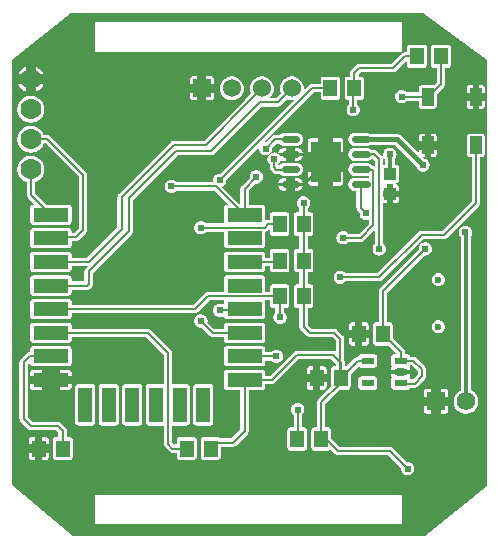
<source format=gbl>
G04 ---------------------------- Layer name :BOTTOM LAYER*
G04 EasyEDA v5.8.19, Fri, 19 Oct 2018 05:21:59 GMT*
G04 8bfcd2fe48ed4f748b2211d8b79e97b7*
G04 Gerber Generator version 0.2*
G04 Scale: 100 percent, Rotated: No, Reflected: No *
G04 Dimensions in millimeters *
G04 leading zeros omitted , absolute positions ,3 integer and 3 decimal *
%FSLAX33Y33*%
%MOMM*%
G90*
G71D02*

%ADD11C,0.200000*%
%ADD12C,0.299999*%
%ADD13C,0.399999*%
%ADD14C,0.249999*%
%ADD15C,0.619760*%
%ADD23C,0.599948*%
%ADD24R,1.574800X1.574800*%
%ADD25C,1.574800*%
%ADD26C,1.769999*%
%ADD27R,1.524000X1.524000*%
%ADD28C,1.524000*%
%ADD29C,0.599999*%
%ADD30R,2.499995X3.499866*%
%ADD31R,0.999998X1.499997*%
%ADD32R,1.104900X0.622300*%
%ADD33R,1.160018X1.469898*%
%ADD34R,1.000760X1.099820*%
%ADD35R,2.999994X1.199896*%
%ADD36R,1.199896X2.999994*%

%LPD*%
G36*
G01X34999Y0D02*
G01X5199Y0D01*
G01X0Y4301D01*
G01X0Y40300D01*
G01X4999Y44299D01*
G01X34799Y44299D01*
G01X40199Y40299D01*
G01X40199Y4199D01*
G01X34999Y0D01*
G37*

%LPC*%
G36*
G01X7002Y43498D02*
G01X7002Y40998D01*
G01X31001Y40998D01*
G01X32999Y40999D01*
G01X32999Y43499D01*
G01X7002Y43498D01*
G37*
G36*
G01X33429Y5138D02*
G01X33485Y5133D01*
G01X33542Y5135D01*
G01X33598Y5142D01*
G01X33653Y5154D01*
G01X33706Y5172D01*
G01X33758Y5196D01*
G01X33807Y5224D01*
G01X33853Y5257D01*
G01X33895Y5294D01*
G01X33933Y5335D01*
G01X33968Y5380D01*
G01X33997Y5429D01*
G01X34022Y5480D01*
G01X34041Y5533D01*
G01X34055Y5587D01*
G01X34063Y5643D01*
G01X34066Y5700D01*
G01X34063Y5756D01*
G01X34055Y5812D01*
G01X34041Y5866D01*
G01X34022Y5920D01*
G01X33997Y5970D01*
G01X33968Y6019D01*
G01X33933Y6064D01*
G01X33895Y6105D01*
G01X33853Y6142D01*
G01X33807Y6175D01*
G01X33758Y6204D01*
G01X33706Y6227D01*
G01X33653Y6245D01*
G01X33598Y6257D01*
G01X33542Y6264D01*
G01X33485Y6266D01*
G01X33438Y6262D01*
G01X32250Y7449D01*
G01X32241Y7458D01*
G01X32232Y7466D01*
G01X32222Y7475D01*
G01X32212Y7482D01*
G01X32202Y7490D01*
G01X32192Y7497D01*
G01X32181Y7503D01*
G01X32170Y7510D01*
G01X32159Y7515D01*
G01X32147Y7521D01*
G01X32136Y7526D01*
G01X32124Y7531D01*
G01X32112Y7535D01*
G01X32100Y7539D01*
G01X32088Y7542D01*
G01X32075Y7545D01*
G01X32063Y7547D01*
G01X32051Y7549D01*
G01X32038Y7551D01*
G01X32025Y7552D01*
G01X32013Y7553D01*
G01X32000Y7553D01*
G01X27746Y7553D01*
G01X27033Y8267D01*
G01X27033Y8934D01*
G01X27033Y8945D01*
G01X27032Y8955D01*
G01X27031Y8966D01*
G01X27030Y8976D01*
G01X27028Y8986D01*
G01X27026Y8997D01*
G01X27023Y9007D01*
G01X27020Y9017D01*
G01X27016Y9027D01*
G01X27012Y9036D01*
G01X27008Y9046D01*
G01X27003Y9055D01*
G01X26998Y9064D01*
G01X26992Y9073D01*
G01X26986Y9082D01*
G01X26980Y9090D01*
G01X26973Y9098D01*
G01X26966Y9106D01*
G01X26959Y9114D01*
G01X26951Y9121D01*
G01X26943Y9128D01*
G01X26935Y9135D01*
G01X26927Y9141D01*
G01X26918Y9147D01*
G01X26909Y9153D01*
G01X26900Y9158D01*
G01X26891Y9162D01*
G01X26881Y9167D01*
G01X26872Y9171D01*
G01X26862Y9175D01*
G01X26852Y9178D01*
G01X26842Y9181D01*
G01X26831Y9183D01*
G01X26821Y9185D01*
G01X26811Y9186D01*
G01X26800Y9187D01*
G01X26790Y9188D01*
G01X26779Y9188D01*
G01X26553Y9188D01*
G01X26553Y11153D01*
G01X27771Y12370D01*
G01X28419Y12370D01*
G01X28430Y12370D01*
G01X28440Y12371D01*
G01X28451Y12372D01*
G01X28461Y12374D01*
G01X28472Y12376D01*
G01X28482Y12378D01*
G01X28492Y12381D01*
G01X28502Y12384D01*
G01X28512Y12388D01*
G01X28521Y12392D01*
G01X28531Y12396D01*
G01X28540Y12401D01*
G01X28549Y12406D01*
G01X28558Y12412D01*
G01X28567Y12418D01*
G01X28575Y12424D01*
G01X28584Y12430D01*
G01X28591Y12437D01*
G01X28599Y12445D01*
G01X28606Y12452D01*
G01X28613Y12460D01*
G01X28620Y12468D01*
G01X28626Y12477D01*
G01X28632Y12485D01*
G01X28638Y12494D01*
G01X28643Y12503D01*
G01X28648Y12513D01*
G01X28652Y12522D01*
G01X28656Y12532D01*
G01X28660Y12542D01*
G01X28663Y12552D01*
G01X28666Y12562D01*
G01X28668Y12572D01*
G01X28670Y12582D01*
G01X28671Y12593D01*
G01X28673Y12603D01*
G01X28673Y12614D01*
G01X28673Y12624D01*
G01X28673Y13693D01*
G01X29357Y14376D01*
G01X29360Y14371D01*
G01X29365Y14362D01*
G01X29371Y14354D01*
G01X29377Y14345D01*
G01X29384Y14337D01*
G01X29391Y14329D01*
G01X29398Y14322D01*
G01X29406Y14315D01*
G01X29414Y14308D01*
G01X29422Y14301D01*
G01X29430Y14295D01*
G01X29439Y14289D01*
G01X29448Y14283D01*
G01X29457Y14278D01*
G01X29466Y14273D01*
G01X29476Y14269D01*
G01X29485Y14265D01*
G01X29495Y14261D01*
G01X29505Y14258D01*
G01X29515Y14255D01*
G01X29526Y14253D01*
G01X29536Y14251D01*
G01X29546Y14249D01*
G01X29557Y14248D01*
G01X29567Y14248D01*
G01X29578Y14247D01*
G01X30683Y14247D01*
G01X30693Y14248D01*
G01X30704Y14248D01*
G01X30714Y14249D01*
G01X30725Y14251D01*
G01X30735Y14253D01*
G01X30745Y14255D01*
G01X30755Y14258D01*
G01X30765Y14261D01*
G01X30775Y14265D01*
G01X30785Y14269D01*
G01X30794Y14273D01*
G01X30804Y14278D01*
G01X30813Y14283D01*
G01X30822Y14289D01*
G01X30830Y14295D01*
G01X30839Y14301D01*
G01X30847Y14308D01*
G01X30855Y14315D01*
G01X30862Y14322D01*
G01X30870Y14329D01*
G01X30877Y14337D01*
G01X30883Y14345D01*
G01X30889Y14354D01*
G01X30895Y14362D01*
G01X30901Y14371D01*
G01X30906Y14381D01*
G01X30911Y14390D01*
G01X30915Y14399D01*
G01X30919Y14409D01*
G01X30923Y14419D01*
G01X30926Y14429D01*
G01X30929Y14439D01*
G01X30931Y14449D01*
G01X30933Y14460D01*
G01X30935Y14470D01*
G01X30936Y14480D01*
G01X30936Y14491D01*
G01X30937Y14501D01*
G01X30937Y15124D01*
G01X30936Y15134D01*
G01X30936Y15145D01*
G01X30935Y15155D01*
G01X30933Y15166D01*
G01X30931Y15176D01*
G01X30929Y15186D01*
G01X30926Y15196D01*
G01X30923Y15206D01*
G01X30919Y15216D01*
G01X30915Y15226D01*
G01X30911Y15235D01*
G01X30906Y15245D01*
G01X30901Y15254D01*
G01X30895Y15263D01*
G01X30889Y15271D01*
G01X30883Y15280D01*
G01X30877Y15288D01*
G01X30870Y15296D01*
G01X30862Y15303D01*
G01X30855Y15311D01*
G01X30847Y15318D01*
G01X30839Y15324D01*
G01X30830Y15330D01*
G01X30822Y15336D01*
G01X30813Y15342D01*
G01X30804Y15347D01*
G01X30794Y15352D01*
G01X30785Y15356D01*
G01X30775Y15360D01*
G01X30765Y15364D01*
G01X30755Y15367D01*
G01X30745Y15370D01*
G01X30735Y15372D01*
G01X30725Y15374D01*
G01X30714Y15376D01*
G01X30704Y15377D01*
G01X30693Y15377D01*
G01X30683Y15378D01*
G01X29578Y15378D01*
G01X29567Y15377D01*
G01X29557Y15377D01*
G01X29546Y15376D01*
G01X29536Y15374D01*
G01X29526Y15372D01*
G01X29515Y15370D01*
G01X29505Y15367D01*
G01X29495Y15364D01*
G01X29485Y15360D01*
G01X29476Y15356D01*
G01X29466Y15352D01*
G01X29457Y15347D01*
G01X29448Y15342D01*
G01X29439Y15336D01*
G01X29430Y15330D01*
G01X29422Y15324D01*
G01X29414Y15318D01*
G01X29406Y15311D01*
G01X29398Y15303D01*
G01X29391Y15296D01*
G01X29384Y15288D01*
G01X29377Y15280D01*
G01X29371Y15271D01*
G01X29365Y15263D01*
G01X29360Y15254D01*
G01X29354Y15245D01*
G01X29350Y15235D01*
G01X29345Y15226D01*
G01X29341Y15216D01*
G01X29338Y15206D01*
G01X29334Y15196D01*
G01X29332Y15186D01*
G01X29329Y15176D01*
G01X29327Y15166D01*
G01X29293Y15166D01*
G01X29280Y15166D01*
G01X29267Y15165D01*
G01X29255Y15164D01*
G01X29242Y15163D01*
G01X29230Y15161D01*
G01X29217Y15158D01*
G01X29205Y15155D01*
G01X29193Y15152D01*
G01X29181Y15148D01*
G01X29169Y15144D01*
G01X29157Y15139D01*
G01X29145Y15134D01*
G01X29134Y15129D01*
G01X29123Y15123D01*
G01X29112Y15117D01*
G01X29101Y15110D01*
G01X29091Y15103D01*
G01X29080Y15096D01*
G01X29070Y15088D01*
G01X29061Y15080D01*
G01X29051Y15071D01*
G01X29042Y15063D01*
G01X28328Y14348D01*
G01X28193Y14348D01*
G01X28193Y14660D01*
G01X28193Y14672D01*
G01X28192Y14685D01*
G01X28191Y14697D01*
G01X28190Y14710D01*
G01X28188Y14722D01*
G01X28185Y14735D01*
G01X28182Y14747D01*
G01X28179Y14759D01*
G01X28175Y14771D01*
G01X28171Y14783D01*
G01X28166Y14795D01*
G01X28161Y14807D01*
G01X28156Y14818D01*
G01X28153Y14823D01*
G01X28153Y16699D01*
G01X28153Y16712D01*
G01X28153Y16725D01*
G01X28151Y16737D01*
G01X28150Y16750D01*
G01X28148Y16762D01*
G01X28145Y16775D01*
G01X28142Y16787D01*
G01X28139Y16799D01*
G01X28135Y16811D01*
G01X28131Y16823D01*
G01X28126Y16835D01*
G01X28121Y16847D01*
G01X28116Y16858D01*
G01X28110Y16869D01*
G01X28104Y16880D01*
G01X28097Y16891D01*
G01X28090Y16901D01*
G01X28083Y16912D01*
G01X28075Y16922D01*
G01X28067Y16931D01*
G01X28059Y16941D01*
G01X28050Y16950D01*
G01X27550Y17450D01*
G01X27541Y17459D01*
G01X27531Y17467D01*
G01X27522Y17475D01*
G01X27512Y17483D01*
G01X27501Y17490D01*
G01X27491Y17497D01*
G01X27480Y17504D01*
G01X27469Y17510D01*
G01X27458Y17516D01*
G01X27447Y17521D01*
G01X27435Y17527D01*
G01X27423Y17531D01*
G01X27411Y17535D01*
G01X27399Y17539D01*
G01X27387Y17542D01*
G01X27375Y17545D01*
G01X27362Y17548D01*
G01X27350Y17550D01*
G01X27337Y17551D01*
G01X27325Y17553D01*
G01X27312Y17553D01*
G01X27299Y17553D01*
G01X25346Y17553D01*
G01X25053Y17846D01*
G01X25053Y19310D01*
G01X25280Y19310D01*
G01X25291Y19310D01*
G01X25301Y19310D01*
G01X25312Y19312D01*
G01X25322Y19313D01*
G01X25332Y19315D01*
G01X25342Y19317D01*
G01X25353Y19320D01*
G01X25363Y19323D01*
G01X25372Y19327D01*
G01X25382Y19331D01*
G01X25392Y19335D01*
G01X25401Y19340D01*
G01X25410Y19345D01*
G01X25419Y19351D01*
G01X25428Y19357D01*
G01X25436Y19363D01*
G01X25444Y19370D01*
G01X25452Y19377D01*
G01X25460Y19384D01*
G01X25467Y19392D01*
G01X25474Y19399D01*
G01X25481Y19408D01*
G01X25487Y19416D01*
G01X25493Y19425D01*
G01X25498Y19434D01*
G01X25504Y19443D01*
G01X25508Y19452D01*
G01X25513Y19462D01*
G01X25517Y19471D01*
G01X25520Y19481D01*
G01X25524Y19491D01*
G01X25526Y19501D01*
G01X25529Y19512D01*
G01X25531Y19522D01*
G01X25532Y19532D01*
G01X25533Y19543D01*
G01X25534Y19553D01*
G01X25534Y19564D01*
G01X25534Y21034D01*
G01X25534Y21045D01*
G01X25533Y21055D01*
G01X25532Y21066D01*
G01X25531Y21076D01*
G01X25529Y21086D01*
G01X25526Y21097D01*
G01X25524Y21107D01*
G01X25520Y21117D01*
G01X25517Y21127D01*
G01X25513Y21136D01*
G01X25508Y21146D01*
G01X25504Y21155D01*
G01X25498Y21164D01*
G01X25493Y21173D01*
G01X25487Y21182D01*
G01X25481Y21190D01*
G01X25474Y21198D01*
G01X25467Y21206D01*
G01X25460Y21214D01*
G01X25452Y21221D01*
G01X25444Y21228D01*
G01X25436Y21235D01*
G01X25428Y21241D01*
G01X25419Y21247D01*
G01X25410Y21252D01*
G01X25401Y21258D01*
G01X25392Y21262D01*
G01X25382Y21267D01*
G01X25372Y21271D01*
G01X25363Y21275D01*
G01X25353Y21278D01*
G01X25342Y21281D01*
G01X25332Y21283D01*
G01X25322Y21285D01*
G01X25312Y21286D01*
G01X25301Y21287D01*
G01X25291Y21288D01*
G01X25280Y21288D01*
G01X25053Y21288D01*
G01X25053Y22310D01*
G01X25279Y22310D01*
G01X25290Y22311D01*
G01X25300Y22311D01*
G01X25311Y22312D01*
G01X25321Y22314D01*
G01X25331Y22316D01*
G01X25342Y22318D01*
G01X25352Y22321D01*
G01X25362Y22324D01*
G01X25372Y22328D01*
G01X25381Y22332D01*
G01X25391Y22336D01*
G01X25400Y22341D01*
G01X25409Y22346D01*
G01X25418Y22352D01*
G01X25427Y22358D01*
G01X25435Y22364D01*
G01X25443Y22371D01*
G01X25451Y22378D01*
G01X25459Y22385D01*
G01X25466Y22392D01*
G01X25473Y22400D01*
G01X25480Y22408D01*
G01X25486Y22417D01*
G01X25492Y22425D01*
G01X25498Y22434D01*
G01X25503Y22443D01*
G01X25508Y22453D01*
G01X25512Y22462D01*
G01X25516Y22472D01*
G01X25520Y22482D01*
G01X25523Y22492D01*
G01X25526Y22502D01*
G01X25528Y22512D01*
G01X25530Y22523D01*
G01X25531Y22533D01*
G01X25532Y22543D01*
G01X25533Y22554D01*
G01X25533Y22564D01*
G01X25533Y24034D01*
G01X25533Y24045D01*
G01X25532Y24055D01*
G01X25531Y24066D01*
G01X25530Y24076D01*
G01X25528Y24086D01*
G01X25526Y24097D01*
G01X25523Y24107D01*
G01X25520Y24117D01*
G01X25516Y24127D01*
G01X25512Y24136D01*
G01X25508Y24146D01*
G01X25503Y24155D01*
G01X25498Y24164D01*
G01X25492Y24173D01*
G01X25486Y24182D01*
G01X25480Y24190D01*
G01X25473Y24198D01*
G01X25466Y24206D01*
G01X25459Y24214D01*
G01X25451Y24221D01*
G01X25443Y24228D01*
G01X25435Y24235D01*
G01X25427Y24241D01*
G01X25418Y24247D01*
G01X25409Y24252D01*
G01X25400Y24258D01*
G01X25391Y24262D01*
G01X25381Y24267D01*
G01X25372Y24271D01*
G01X25362Y24275D01*
G01X25352Y24278D01*
G01X25342Y24281D01*
G01X25331Y24283D01*
G01X25321Y24285D01*
G01X25311Y24286D01*
G01X25300Y24287D01*
G01X25290Y24288D01*
G01X25279Y24288D01*
G01X25053Y24288D01*
G01X25053Y25411D01*
G01X25280Y25411D01*
G01X25291Y25411D01*
G01X25301Y25412D01*
G01X25312Y25413D01*
G01X25322Y25414D01*
G01X25332Y25416D01*
G01X25342Y25418D01*
G01X25353Y25421D01*
G01X25363Y25424D01*
G01X25372Y25428D01*
G01X25382Y25432D01*
G01X25392Y25437D01*
G01X25401Y25441D01*
G01X25410Y25446D01*
G01X25419Y25452D01*
G01X25428Y25458D01*
G01X25436Y25464D01*
G01X25444Y25471D01*
G01X25452Y25478D01*
G01X25460Y25485D01*
G01X25467Y25493D01*
G01X25474Y25501D01*
G01X25481Y25509D01*
G01X25487Y25517D01*
G01X25493Y25526D01*
G01X25498Y25535D01*
G01X25504Y25544D01*
G01X25508Y25553D01*
G01X25513Y25563D01*
G01X25517Y25572D01*
G01X25520Y25582D01*
G01X25524Y25592D01*
G01X25526Y25602D01*
G01X25529Y25613D01*
G01X25531Y25623D01*
G01X25532Y25633D01*
G01X25533Y25644D01*
G01X25534Y25654D01*
G01X25534Y25665D01*
G01X25534Y27135D01*
G01X25534Y27146D01*
G01X25533Y27156D01*
G01X25532Y27167D01*
G01X25531Y27177D01*
G01X25529Y27187D01*
G01X25526Y27198D01*
G01X25524Y27208D01*
G01X25520Y27218D01*
G01X25517Y27228D01*
G01X25513Y27237D01*
G01X25508Y27247D01*
G01X25504Y27256D01*
G01X25498Y27265D01*
G01X25493Y27274D01*
G01X25487Y27283D01*
G01X25481Y27291D01*
G01X25474Y27300D01*
G01X25467Y27307D01*
G01X25460Y27315D01*
G01X25452Y27322D01*
G01X25444Y27329D01*
G01X25436Y27336D01*
G01X25428Y27342D01*
G01X25419Y27348D01*
G01X25410Y27354D01*
G01X25401Y27359D01*
G01X25392Y27364D01*
G01X25382Y27368D01*
G01X25372Y27372D01*
G01X25363Y27376D01*
G01X25353Y27379D01*
G01X25342Y27382D01*
G01X25332Y27384D01*
G01X25322Y27386D01*
G01X25312Y27387D01*
G01X25301Y27388D01*
G01X25291Y27389D01*
G01X25280Y27389D01*
G01X25052Y27389D01*
G01X25052Y27758D01*
G01X25094Y27794D01*
G01X25132Y27836D01*
G01X25166Y27881D01*
G01X25196Y27929D01*
G01X25220Y27980D01*
G01X25240Y28033D01*
G01X25254Y28087D01*
G01X25262Y28143D01*
G01X25265Y28200D01*
G01X25262Y28256D01*
G01X25254Y28312D01*
G01X25240Y28367D01*
G01X25220Y28420D01*
G01X25196Y28471D01*
G01X25166Y28519D01*
G01X25132Y28564D01*
G01X25094Y28605D01*
G01X25052Y28642D01*
G01X25006Y28675D01*
G01X24957Y28704D01*
G01X24905Y28727D01*
G01X24852Y28745D01*
G01X24797Y28757D01*
G01X24741Y28764D01*
G01X24684Y28766D01*
G01X24628Y28762D01*
G01X24572Y28752D01*
G01X24518Y28737D01*
G01X24465Y28716D01*
G01X24415Y28690D01*
G01X24368Y28660D01*
G01X24324Y28624D01*
G01X24283Y28585D01*
G01X24247Y28542D01*
G01X24215Y28495D01*
G01X24188Y28445D01*
G01X24166Y28393D01*
G01X24150Y28339D01*
G01X24138Y28284D01*
G01X24133Y28228D01*
G01X24133Y28171D01*
G01X24138Y28115D01*
G01X24150Y28060D01*
G01X24166Y28006D01*
G01X24188Y27954D01*
G01X24215Y27904D01*
G01X24247Y27858D01*
G01X24283Y27814D01*
G01X24324Y27775D01*
G01X24344Y27758D01*
G01X24344Y27389D01*
G01X24119Y27389D01*
G01X24109Y27389D01*
G01X24098Y27388D01*
G01X24088Y27387D01*
G01X24078Y27386D01*
G01X24067Y27384D01*
G01X24057Y27382D01*
G01X24047Y27379D01*
G01X24037Y27376D01*
G01X24027Y27372D01*
G01X24017Y27368D01*
G01X24008Y27364D01*
G01X23998Y27359D01*
G01X23989Y27354D01*
G01X23980Y27348D01*
G01X23972Y27342D01*
G01X23963Y27336D01*
G01X23955Y27329D01*
G01X23947Y27322D01*
G01X23940Y27315D01*
G01X23932Y27307D01*
G01X23926Y27300D01*
G01X23919Y27291D01*
G01X23913Y27283D01*
G01X23907Y27274D01*
G01X23901Y27265D01*
G01X23896Y27256D01*
G01X23891Y27247D01*
G01X23887Y27237D01*
G01X23883Y27228D01*
G01X23879Y27218D01*
G01X23876Y27208D01*
G01X23873Y27198D01*
G01X23871Y27187D01*
G01X23869Y27177D01*
G01X23867Y27167D01*
G01X23866Y27156D01*
G01X23866Y27146D01*
G01X23865Y27135D01*
G01X23865Y25665D01*
G01X23866Y25654D01*
G01X23866Y25644D01*
G01X23867Y25633D01*
G01X23869Y25623D01*
G01X23871Y25613D01*
G01X23873Y25602D01*
G01X23876Y25592D01*
G01X23879Y25582D01*
G01X23883Y25572D01*
G01X23887Y25563D01*
G01X23891Y25553D01*
G01X23896Y25544D01*
G01X23901Y25535D01*
G01X23907Y25526D01*
G01X23913Y25517D01*
G01X23919Y25509D01*
G01X23926Y25501D01*
G01X23932Y25493D01*
G01X23940Y25485D01*
G01X23947Y25478D01*
G01X23955Y25471D01*
G01X23963Y25464D01*
G01X23972Y25458D01*
G01X23980Y25452D01*
G01X23989Y25446D01*
G01X23998Y25441D01*
G01X24008Y25437D01*
G01X24017Y25432D01*
G01X24027Y25428D01*
G01X24037Y25424D01*
G01X24047Y25421D01*
G01X24057Y25418D01*
G01X24067Y25416D01*
G01X24078Y25414D01*
G01X24088Y25413D01*
G01X24098Y25412D01*
G01X24109Y25411D01*
G01X24119Y25411D01*
G01X24345Y25411D01*
G01X24345Y24288D01*
G01X24119Y24288D01*
G01X24109Y24288D01*
G01X24098Y24287D01*
G01X24088Y24286D01*
G01X24078Y24285D01*
G01X24067Y24283D01*
G01X24057Y24281D01*
G01X24047Y24278D01*
G01X24037Y24275D01*
G01X24027Y24271D01*
G01X24017Y24267D01*
G01X24008Y24262D01*
G01X23998Y24258D01*
G01X23989Y24252D01*
G01X23980Y24247D01*
G01X23972Y24241D01*
G01X23963Y24235D01*
G01X23955Y24228D01*
G01X23947Y24221D01*
G01X23940Y24214D01*
G01X23932Y24206D01*
G01X23925Y24198D01*
G01X23919Y24190D01*
G01X23913Y24182D01*
G01X23907Y24173D01*
G01X23901Y24164D01*
G01X23896Y24155D01*
G01X23891Y24146D01*
G01X23887Y24136D01*
G01X23883Y24127D01*
G01X23879Y24117D01*
G01X23876Y24107D01*
G01X23873Y24097D01*
G01X23871Y24086D01*
G01X23869Y24076D01*
G01X23867Y24066D01*
G01X23866Y24055D01*
G01X23866Y24045D01*
G01X23865Y24034D01*
G01X23865Y22564D01*
G01X23866Y22554D01*
G01X23866Y22543D01*
G01X23867Y22533D01*
G01X23869Y22523D01*
G01X23871Y22512D01*
G01X23873Y22502D01*
G01X23876Y22492D01*
G01X23879Y22482D01*
G01X23883Y22472D01*
G01X23887Y22462D01*
G01X23891Y22453D01*
G01X23896Y22443D01*
G01X23901Y22434D01*
G01X23907Y22425D01*
G01X23913Y22417D01*
G01X23919Y22408D01*
G01X23925Y22400D01*
G01X23932Y22392D01*
G01X23940Y22385D01*
G01X23947Y22378D01*
G01X23955Y22371D01*
G01X23963Y22364D01*
G01X23972Y22358D01*
G01X23980Y22352D01*
G01X23989Y22346D01*
G01X23998Y22341D01*
G01X24008Y22336D01*
G01X24017Y22332D01*
G01X24027Y22328D01*
G01X24037Y22324D01*
G01X24047Y22321D01*
G01X24057Y22318D01*
G01X24067Y22316D01*
G01X24078Y22314D01*
G01X24088Y22312D01*
G01X24098Y22311D01*
G01X24109Y22311D01*
G01X24119Y22310D01*
G01X24345Y22310D01*
G01X24345Y21288D01*
G01X24119Y21288D01*
G01X24109Y21288D01*
G01X24098Y21287D01*
G01X24088Y21286D01*
G01X24078Y21285D01*
G01X24067Y21283D01*
G01X24057Y21281D01*
G01X24047Y21278D01*
G01X24037Y21275D01*
G01X24027Y21271D01*
G01X24017Y21267D01*
G01X24008Y21262D01*
G01X23998Y21258D01*
G01X23989Y21252D01*
G01X23980Y21247D01*
G01X23972Y21241D01*
G01X23963Y21235D01*
G01X23955Y21228D01*
G01X23947Y21221D01*
G01X23940Y21214D01*
G01X23932Y21206D01*
G01X23926Y21198D01*
G01X23919Y21190D01*
G01X23913Y21182D01*
G01X23907Y21173D01*
G01X23901Y21164D01*
G01X23896Y21155D01*
G01X23891Y21146D01*
G01X23887Y21136D01*
G01X23883Y21127D01*
G01X23879Y21117D01*
G01X23876Y21107D01*
G01X23873Y21097D01*
G01X23871Y21086D01*
G01X23869Y21076D01*
G01X23867Y21066D01*
G01X23866Y21055D01*
G01X23866Y21045D01*
G01X23865Y21034D01*
G01X23865Y19564D01*
G01X23866Y19553D01*
G01X23866Y19543D01*
G01X23867Y19532D01*
G01X23869Y19522D01*
G01X23871Y19512D01*
G01X23873Y19501D01*
G01X23876Y19491D01*
G01X23879Y19481D01*
G01X23883Y19471D01*
G01X23887Y19462D01*
G01X23891Y19452D01*
G01X23896Y19443D01*
G01X23901Y19434D01*
G01X23907Y19425D01*
G01X23913Y19416D01*
G01X23919Y19408D01*
G01X23926Y19399D01*
G01X23932Y19392D01*
G01X23940Y19384D01*
G01X23947Y19377D01*
G01X23955Y19370D01*
G01X23963Y19363D01*
G01X23972Y19357D01*
G01X23980Y19351D01*
G01X23989Y19345D01*
G01X23998Y19340D01*
G01X24008Y19335D01*
G01X24017Y19331D01*
G01X24027Y19327D01*
G01X24037Y19323D01*
G01X24047Y19320D01*
G01X24057Y19317D01*
G01X24067Y19315D01*
G01X24078Y19313D01*
G01X24088Y19312D01*
G01X24098Y19310D01*
G01X24109Y19310D01*
G01X24119Y19310D01*
G01X24345Y19310D01*
G01X24345Y17700D01*
G01X24345Y17687D01*
G01X24346Y17674D01*
G01X24347Y17662D01*
G01X24349Y17649D01*
G01X24351Y17637D01*
G01X24353Y17624D01*
G01X24356Y17612D01*
G01X24360Y17600D01*
G01X24363Y17588D01*
G01X24368Y17576D01*
G01X24372Y17564D01*
G01X24377Y17553D01*
G01X24383Y17541D01*
G01X24389Y17530D01*
G01X24395Y17519D01*
G01X24401Y17508D01*
G01X24408Y17498D01*
G01X24416Y17488D01*
G01X24424Y17478D01*
G01X24432Y17468D01*
G01X24440Y17458D01*
G01X24449Y17449D01*
G01X24949Y16949D01*
G01X24958Y16940D01*
G01X24968Y16932D01*
G01X24977Y16924D01*
G01X24987Y16916D01*
G01X24998Y16909D01*
G01X25008Y16902D01*
G01X25019Y16895D01*
G01X25030Y16889D01*
G01X25041Y16883D01*
G01X25052Y16877D01*
G01X25064Y16872D01*
G01X25076Y16868D01*
G01X25088Y16864D01*
G01X25100Y16860D01*
G01X25112Y16856D01*
G01X25124Y16854D01*
G01X25137Y16851D01*
G01X25149Y16849D01*
G01X25162Y16847D01*
G01X25174Y16846D01*
G01X25187Y16846D01*
G01X25199Y16845D01*
G01X27153Y16845D01*
G01X27445Y16553D01*
G01X27445Y15554D01*
G01X27441Y15559D01*
G01X27431Y15567D01*
G01X27422Y15575D01*
G01X27412Y15583D01*
G01X27401Y15590D01*
G01X27391Y15597D01*
G01X27380Y15604D01*
G01X27369Y15610D01*
G01X27358Y15616D01*
G01X27347Y15621D01*
G01X27335Y15627D01*
G01X27323Y15631D01*
G01X27311Y15635D01*
G01X27299Y15639D01*
G01X27287Y15642D01*
G01X27275Y15645D01*
G01X27262Y15648D01*
G01X27250Y15650D01*
G01X27237Y15651D01*
G01X27225Y15653D01*
G01X27212Y15653D01*
G01X27199Y15653D01*
G01X24099Y15653D01*
G01X24087Y15653D01*
G01X24074Y15653D01*
G01X24062Y15651D01*
G01X24049Y15650D01*
G01X24037Y15648D01*
G01X24024Y15645D01*
G01X24012Y15642D01*
G01X24000Y15639D01*
G01X23988Y15635D01*
G01X23976Y15631D01*
G01X23964Y15627D01*
G01X23952Y15621D01*
G01X23941Y15616D01*
G01X23930Y15610D01*
G01X23919Y15604D01*
G01X23908Y15597D01*
G01X23898Y15590D01*
G01X23887Y15583D01*
G01X23877Y15575D01*
G01X23868Y15567D01*
G01X23858Y15559D01*
G01X23849Y15550D01*
G01X21853Y13553D01*
G01X21452Y13553D01*
G01X21452Y13800D01*
G01X21452Y13811D01*
G01X21451Y13821D01*
G01X21450Y13832D01*
G01X21449Y13842D01*
G01X21447Y13852D01*
G01X21445Y13863D01*
G01X21442Y13873D01*
G01X21439Y13883D01*
G01X21435Y13893D01*
G01X21431Y13902D01*
G01X21427Y13912D01*
G01X21422Y13921D01*
G01X21417Y13930D01*
G01X21411Y13939D01*
G01X21405Y13948D01*
G01X21399Y13956D01*
G01X21392Y13965D01*
G01X21385Y13972D01*
G01X21378Y13980D01*
G01X21370Y13987D01*
G01X21363Y13994D01*
G01X21354Y14001D01*
G01X21346Y14007D01*
G01X21337Y14013D01*
G01X21328Y14019D01*
G01X21319Y14024D01*
G01X21310Y14029D01*
G01X21300Y14033D01*
G01X21291Y14037D01*
G01X21281Y14041D01*
G01X21271Y14044D01*
G01X21261Y14047D01*
G01X21250Y14049D01*
G01X21240Y14051D01*
G01X21230Y14052D01*
G01X21219Y14053D01*
G01X21209Y14054D01*
G01X21198Y14054D01*
G01X18199Y14054D01*
G01X18188Y14054D01*
G01X18178Y14053D01*
G01X18167Y14052D01*
G01X18157Y14051D01*
G01X18146Y14049D01*
G01X18136Y14047D01*
G01X18126Y14044D01*
G01X18116Y14041D01*
G01X18106Y14037D01*
G01X18097Y14033D01*
G01X18087Y14029D01*
G01X18078Y14024D01*
G01X18069Y14019D01*
G01X18060Y14013D01*
G01X18051Y14007D01*
G01X18043Y14001D01*
G01X18034Y13994D01*
G01X18027Y13987D01*
G01X18019Y13980D01*
G01X18012Y13972D01*
G01X18005Y13965D01*
G01X17998Y13956D01*
G01X17992Y13948D01*
G01X17986Y13939D01*
G01X17980Y13930D01*
G01X17975Y13921D01*
G01X17970Y13912D01*
G01X17966Y13902D01*
G01X17962Y13893D01*
G01X17958Y13883D01*
G01X17955Y13873D01*
G01X17952Y13863D01*
G01X17950Y13852D01*
G01X17948Y13842D01*
G01X17947Y13832D01*
G01X17945Y13821D01*
G01X17945Y13811D01*
G01X17945Y13800D01*
G01X17945Y12599D01*
G01X17945Y12588D01*
G01X17945Y12578D01*
G01X17947Y12568D01*
G01X17948Y12557D01*
G01X17950Y12547D01*
G01X17952Y12537D01*
G01X17955Y12526D01*
G01X17958Y12516D01*
G01X17962Y12507D01*
G01X17966Y12497D01*
G01X17970Y12487D01*
G01X17975Y12478D01*
G01X17980Y12469D01*
G01X17986Y12460D01*
G01X17992Y12451D01*
G01X17998Y12443D01*
G01X18005Y12435D01*
G01X18012Y12427D01*
G01X18019Y12419D01*
G01X18027Y12412D01*
G01X18034Y12405D01*
G01X18043Y12399D01*
G01X18051Y12392D01*
G01X18060Y12386D01*
G01X18069Y12381D01*
G01X18078Y12376D01*
G01X18087Y12371D01*
G01X18097Y12366D01*
G01X18106Y12362D01*
G01X18116Y12359D01*
G01X18126Y12356D01*
G01X18136Y12353D01*
G01X18146Y12350D01*
G01X18157Y12348D01*
G01X18167Y12347D01*
G01X18178Y12346D01*
G01X18188Y12345D01*
G01X18199Y12345D01*
G01X19345Y12345D01*
G01X19345Y9046D01*
G01X18553Y8253D01*
G01X17636Y8253D01*
G01X17635Y8255D01*
G01X17630Y8265D01*
G01X17624Y8273D01*
G01X17618Y8282D01*
G01X17612Y8291D01*
G01X17605Y8299D01*
G01X17598Y8307D01*
G01X17591Y8314D01*
G01X17584Y8321D01*
G01X17576Y8328D01*
G01X17568Y8335D01*
G01X17559Y8341D01*
G01X17551Y8347D01*
G01X17542Y8353D01*
G01X17532Y8358D01*
G01X17523Y8363D01*
G01X17514Y8367D01*
G01X17504Y8371D01*
G01X17494Y8375D01*
G01X17484Y8378D01*
G01X17474Y8381D01*
G01X17464Y8383D01*
G01X17453Y8385D01*
G01X17443Y8387D01*
G01X17433Y8388D01*
G01X17422Y8388D01*
G01X17412Y8389D01*
G01X16252Y8389D01*
G01X16241Y8388D01*
G01X16231Y8388D01*
G01X16220Y8387D01*
G01X16210Y8385D01*
G01X16199Y8383D01*
G01X16189Y8381D01*
G01X16179Y8378D01*
G01X16169Y8375D01*
G01X16159Y8371D01*
G01X16150Y8367D01*
G01X16140Y8363D01*
G01X16131Y8358D01*
G01X16122Y8353D01*
G01X16113Y8347D01*
G01X16104Y8341D01*
G01X16096Y8335D01*
G01X16087Y8328D01*
G01X16080Y8321D01*
G01X16072Y8314D01*
G01X16065Y8307D01*
G01X16058Y8299D01*
G01X16051Y8291D01*
G01X16045Y8282D01*
G01X16039Y8273D01*
G01X16033Y8265D01*
G01X16028Y8255D01*
G01X16023Y8246D01*
G01X16019Y8237D01*
G01X16015Y8227D01*
G01X16011Y8217D01*
G01X16008Y8207D01*
G01X16005Y8197D01*
G01X16003Y8187D01*
G01X16001Y8176D01*
G01X16000Y8166D01*
G01X15998Y8156D01*
G01X15998Y8145D01*
G01X15998Y8135D01*
G01X15998Y6665D01*
G01X15998Y6654D01*
G01X15998Y6644D01*
G01X16000Y6633D01*
G01X16001Y6623D01*
G01X16003Y6613D01*
G01X16005Y6602D01*
G01X16008Y6592D01*
G01X16011Y6582D01*
G01X16015Y6572D01*
G01X16019Y6563D01*
G01X16023Y6553D01*
G01X16028Y6544D01*
G01X16033Y6535D01*
G01X16039Y6526D01*
G01X16045Y6517D01*
G01X16051Y6509D01*
G01X16058Y6501D01*
G01X16065Y6493D01*
G01X16072Y6485D01*
G01X16080Y6478D01*
G01X16087Y6471D01*
G01X16096Y6464D01*
G01X16104Y6458D01*
G01X16113Y6452D01*
G01X16122Y6446D01*
G01X16131Y6441D01*
G01X16140Y6436D01*
G01X16150Y6432D01*
G01X16159Y6428D01*
G01X16169Y6424D01*
G01X16179Y6421D01*
G01X16189Y6418D01*
G01X16199Y6416D01*
G01X16210Y6414D01*
G01X16220Y6413D01*
G01X16231Y6412D01*
G01X16241Y6411D01*
G01X16252Y6411D01*
G01X17412Y6411D01*
G01X17422Y6411D01*
G01X17433Y6412D01*
G01X17443Y6413D01*
G01X17453Y6414D01*
G01X17464Y6416D01*
G01X17474Y6418D01*
G01X17484Y6421D01*
G01X17494Y6424D01*
G01X17504Y6428D01*
G01X17514Y6432D01*
G01X17523Y6436D01*
G01X17532Y6441D01*
G01X17542Y6446D01*
G01X17551Y6452D01*
G01X17559Y6458D01*
G01X17568Y6464D01*
G01X17576Y6471D01*
G01X17584Y6478D01*
G01X17591Y6485D01*
G01X17598Y6493D01*
G01X17605Y6501D01*
G01X17612Y6509D01*
G01X17618Y6517D01*
G01X17624Y6526D01*
G01X17630Y6535D01*
G01X17635Y6544D01*
G01X17640Y6553D01*
G01X17644Y6563D01*
G01X17648Y6572D01*
G01X17652Y6582D01*
G01X17655Y6592D01*
G01X17658Y6602D01*
G01X17660Y6613D01*
G01X17662Y6623D01*
G01X17664Y6633D01*
G01X17665Y6644D01*
G01X17665Y6654D01*
G01X17666Y6665D01*
G01X17666Y7545D01*
G01X18699Y7545D01*
G01X18712Y7546D01*
G01X18725Y7546D01*
G01X18737Y7548D01*
G01X18750Y7549D01*
G01X18762Y7551D01*
G01X18775Y7554D01*
G01X18787Y7556D01*
G01X18799Y7560D01*
G01X18811Y7564D01*
G01X18823Y7568D01*
G01X18835Y7572D01*
G01X18847Y7577D01*
G01X18858Y7583D01*
G01X18869Y7589D01*
G01X18880Y7595D01*
G01X18891Y7602D01*
G01X18901Y7609D01*
G01X18912Y7616D01*
G01X18922Y7624D01*
G01X18931Y7632D01*
G01X18941Y7640D01*
G01X18950Y7649D01*
G01X19950Y8649D01*
G01X19959Y8658D01*
G01X19967Y8668D01*
G01X19975Y8677D01*
G01X19983Y8687D01*
G01X19990Y8698D01*
G01X19997Y8708D01*
G01X20004Y8719D01*
G01X20010Y8730D01*
G01X20016Y8741D01*
G01X20021Y8752D01*
G01X20026Y8764D01*
G01X20031Y8776D01*
G01X20035Y8788D01*
G01X20039Y8800D01*
G01X20042Y8812D01*
G01X20045Y8824D01*
G01X20048Y8837D01*
G01X20050Y8849D01*
G01X20051Y8862D01*
G01X20053Y8874D01*
G01X20053Y8887D01*
G01X20053Y8899D01*
G01X20053Y12345D01*
G01X21198Y12345D01*
G01X21209Y12345D01*
G01X21219Y12346D01*
G01X21230Y12347D01*
G01X21240Y12348D01*
G01X21250Y12350D01*
G01X21261Y12353D01*
G01X21271Y12356D01*
G01X21281Y12359D01*
G01X21291Y12362D01*
G01X21300Y12366D01*
G01X21310Y12371D01*
G01X21319Y12376D01*
G01X21328Y12381D01*
G01X21337Y12386D01*
G01X21346Y12392D01*
G01X21354Y12399D01*
G01X21363Y12405D01*
G01X21370Y12412D01*
G01X21378Y12419D01*
G01X21385Y12427D01*
G01X21392Y12435D01*
G01X21399Y12443D01*
G01X21405Y12451D01*
G01X21411Y12460D01*
G01X21417Y12469D01*
G01X21422Y12478D01*
G01X21427Y12487D01*
G01X21431Y12497D01*
G01X21435Y12507D01*
G01X21439Y12516D01*
G01X21442Y12526D01*
G01X21445Y12537D01*
G01X21447Y12547D01*
G01X21449Y12557D01*
G01X21450Y12568D01*
G01X21451Y12578D01*
G01X21452Y12588D01*
G01X21452Y12599D01*
G01X21452Y12845D01*
G01X21999Y12845D01*
G01X22012Y12846D01*
G01X22025Y12846D01*
G01X22037Y12848D01*
G01X22050Y12849D01*
G01X22062Y12851D01*
G01X22075Y12854D01*
G01X22087Y12856D01*
G01X22099Y12860D01*
G01X22111Y12864D01*
G01X22123Y12868D01*
G01X22135Y12872D01*
G01X22147Y12877D01*
G01X22158Y12883D01*
G01X22169Y12889D01*
G01X22180Y12895D01*
G01X22191Y12902D01*
G01X22201Y12909D01*
G01X22212Y12916D01*
G01X22222Y12924D01*
G01X22231Y12932D01*
G01X22241Y12940D01*
G01X22250Y12949D01*
G01X24246Y14945D01*
G01X27053Y14945D01*
G01X27445Y14553D01*
G01X27445Y14348D01*
G01X27259Y14348D01*
G01X27249Y14348D01*
G01X27238Y14347D01*
G01X27228Y14346D01*
G01X27218Y14345D01*
G01X27207Y14343D01*
G01X27197Y14340D01*
G01X27187Y14338D01*
G01X27177Y14334D01*
G01X27167Y14331D01*
G01X27157Y14327D01*
G01X27148Y14322D01*
G01X27139Y14318D01*
G01X27129Y14312D01*
G01X27121Y14307D01*
G01X27112Y14301D01*
G01X27103Y14295D01*
G01X27095Y14288D01*
G01X27087Y14281D01*
G01X27080Y14274D01*
G01X27073Y14266D01*
G01X27066Y14258D01*
G01X27059Y14250D01*
G01X27053Y14242D01*
G01X27047Y14233D01*
G01X27041Y14224D01*
G01X27036Y14215D01*
G01X27031Y14206D01*
G01X27027Y14196D01*
G01X27023Y14186D01*
G01X27019Y14177D01*
G01X27016Y14167D01*
G01X27013Y14156D01*
G01X27011Y14146D01*
G01X27009Y14136D01*
G01X27007Y14126D01*
G01X27006Y14115D01*
G01X27006Y14105D01*
G01X27005Y14094D01*
G01X27005Y12624D01*
G01X27006Y12614D01*
G01X27006Y12607D01*
G01X25949Y11550D01*
G01X25940Y11541D01*
G01X25932Y11531D01*
G01X25924Y11522D01*
G01X25916Y11512D01*
G01X25909Y11501D01*
G01X25902Y11491D01*
G01X25895Y11480D01*
G01X25889Y11469D01*
G01X25883Y11458D01*
G01X25877Y11447D01*
G01X25872Y11435D01*
G01X25868Y11423D01*
G01X25864Y11411D01*
G01X25860Y11399D01*
G01X25856Y11387D01*
G01X25854Y11375D01*
G01X25851Y11362D01*
G01X25849Y11350D01*
G01X25847Y11337D01*
G01X25846Y11325D01*
G01X25846Y11312D01*
G01X25845Y11299D01*
G01X25845Y9188D01*
G01X25619Y9188D01*
G01X25609Y9188D01*
G01X25598Y9187D01*
G01X25588Y9186D01*
G01X25578Y9185D01*
G01X25567Y9183D01*
G01X25557Y9181D01*
G01X25547Y9178D01*
G01X25537Y9175D01*
G01X25527Y9171D01*
G01X25517Y9167D01*
G01X25508Y9162D01*
G01X25498Y9158D01*
G01X25489Y9153D01*
G01X25480Y9147D01*
G01X25472Y9141D01*
G01X25463Y9135D01*
G01X25455Y9128D01*
G01X25447Y9121D01*
G01X25440Y9114D01*
G01X25432Y9106D01*
G01X25425Y9098D01*
G01X25419Y9090D01*
G01X25413Y9082D01*
G01X25407Y9073D01*
G01X25401Y9064D01*
G01X25396Y9055D01*
G01X25391Y9046D01*
G01X25387Y9036D01*
G01X25383Y9027D01*
G01X25379Y9017D01*
G01X25376Y9007D01*
G01X25373Y8997D01*
G01X25371Y8986D01*
G01X25369Y8976D01*
G01X25367Y8966D01*
G01X25366Y8955D01*
G01X25366Y8945D01*
G01X25365Y8934D01*
G01X25365Y7464D01*
G01X25366Y7454D01*
G01X25366Y7443D01*
G01X25367Y7433D01*
G01X25369Y7423D01*
G01X25371Y7412D01*
G01X25373Y7402D01*
G01X25376Y7392D01*
G01X25379Y7382D01*
G01X25383Y7372D01*
G01X25387Y7362D01*
G01X25391Y7353D01*
G01X25396Y7344D01*
G01X25401Y7334D01*
G01X25407Y7325D01*
G01X25413Y7317D01*
G01X25419Y7308D01*
G01X25425Y7300D01*
G01X25432Y7292D01*
G01X25440Y7285D01*
G01X25447Y7278D01*
G01X25455Y7271D01*
G01X25463Y7264D01*
G01X25472Y7258D01*
G01X25480Y7252D01*
G01X25489Y7246D01*
G01X25498Y7241D01*
G01X25508Y7236D01*
G01X25517Y7232D01*
G01X25527Y7228D01*
G01X25537Y7224D01*
G01X25547Y7221D01*
G01X25557Y7218D01*
G01X25567Y7216D01*
G01X25578Y7214D01*
G01X25588Y7212D01*
G01X25598Y7211D01*
G01X25609Y7211D01*
G01X25619Y7210D01*
G01X26779Y7210D01*
G01X26790Y7211D01*
G01X26800Y7211D01*
G01X26811Y7212D01*
G01X26821Y7214D01*
G01X26831Y7216D01*
G01X26842Y7218D01*
G01X26852Y7221D01*
G01X26862Y7224D01*
G01X26872Y7228D01*
G01X26881Y7232D01*
G01X26891Y7236D01*
G01X26900Y7241D01*
G01X26909Y7246D01*
G01X26918Y7252D01*
G01X26927Y7258D01*
G01X26935Y7264D01*
G01X26943Y7271D01*
G01X26951Y7278D01*
G01X26959Y7285D01*
G01X26966Y7292D01*
G01X26973Y7300D01*
G01X26980Y7308D01*
G01X26984Y7314D01*
G01X27349Y6949D01*
G01X27358Y6940D01*
G01X27367Y6932D01*
G01X27377Y6924D01*
G01X27387Y6916D01*
G01X27397Y6908D01*
G01X27408Y6901D01*
G01X27418Y6895D01*
G01X27429Y6888D01*
G01X27440Y6882D01*
G01X27452Y6877D01*
G01X27464Y6872D01*
G01X27475Y6867D01*
G01X27487Y6863D01*
G01X27499Y6859D01*
G01X27512Y6856D01*
G01X27524Y6853D01*
G01X27536Y6851D01*
G01X27549Y6849D01*
G01X27561Y6847D01*
G01X27574Y6846D01*
G01X27587Y6845D01*
G01X27599Y6845D01*
G01X31854Y6845D01*
G01X32937Y5761D01*
G01X32934Y5728D01*
G01X32934Y5671D01*
G01X32939Y5615D01*
G01X32951Y5560D01*
G01X32967Y5506D01*
G01X32989Y5454D01*
G01X33016Y5404D01*
G01X33048Y5358D01*
G01X33084Y5314D01*
G01X33125Y5275D01*
G01X33169Y5240D01*
G01X33216Y5209D01*
G01X33267Y5183D01*
G01X33319Y5163D01*
G01X33374Y5147D01*
G01X33429Y5138D01*
G37*
G36*
G01X571Y39175D02*
G01X549Y39122D01*
G01X1157Y39122D01*
G01X1157Y39731D01*
G01X1130Y39720D01*
G01X1029Y39668D01*
G01X933Y39606D01*
G01X844Y39535D01*
G01X763Y39456D01*
G01X689Y39369D01*
G01X625Y39275D01*
G01X571Y39175D01*
G37*
G36*
G01X2560Y7030D02*
G01X2560Y6409D01*
G01X2849Y6409D01*
G01X2860Y6409D01*
G01X2870Y6410D01*
G01X2881Y6411D01*
G01X2891Y6412D01*
G01X2902Y6414D01*
G01X2912Y6417D01*
G01X2922Y6419D01*
G01X2932Y6423D01*
G01X2942Y6426D01*
G01X2951Y6430D01*
G01X2961Y6435D01*
G01X2970Y6439D01*
G01X2979Y6445D01*
G01X2988Y6450D01*
G01X2997Y6456D01*
G01X3005Y6462D01*
G01X3014Y6469D01*
G01X3021Y6476D01*
G01X3029Y6483D01*
G01X3036Y6491D01*
G01X3043Y6499D01*
G01X3050Y6507D01*
G01X3056Y6515D01*
G01X3062Y6524D01*
G01X3068Y6533D01*
G01X3073Y6542D01*
G01X3078Y6551D01*
G01X3082Y6561D01*
G01X3086Y6571D01*
G01X3090Y6580D01*
G01X3093Y6590D01*
G01X3096Y6601D01*
G01X3098Y6611D01*
G01X3100Y6621D01*
G01X3101Y6631D01*
G01X3103Y6642D01*
G01X3103Y6652D01*
G01X3103Y6663D01*
G01X3103Y7030D01*
G01X2560Y7030D01*
G37*
G36*
G01X1679Y6409D02*
G01X1689Y6409D01*
G01X1979Y6409D01*
G01X1979Y7030D01*
G01X1435Y7030D01*
G01X1435Y6663D01*
G01X1436Y6652D01*
G01X1436Y6642D01*
G01X1437Y6631D01*
G01X1439Y6621D01*
G01X1441Y6611D01*
G01X1443Y6601D01*
G01X1446Y6590D01*
G01X1449Y6580D01*
G01X1453Y6571D01*
G01X1457Y6561D01*
G01X1461Y6551D01*
G01X1466Y6542D01*
G01X1471Y6533D01*
G01X1477Y6524D01*
G01X1483Y6515D01*
G01X1489Y6507D01*
G01X1496Y6499D01*
G01X1503Y6491D01*
G01X1510Y6483D01*
G01X1517Y6476D01*
G01X1525Y6469D01*
G01X1533Y6462D01*
G01X1542Y6456D01*
G01X1550Y6450D01*
G01X1559Y6445D01*
G01X1569Y6439D01*
G01X1578Y6435D01*
G01X1587Y6430D01*
G01X1597Y6426D01*
G01X1607Y6423D01*
G01X1617Y6419D01*
G01X1627Y6417D01*
G01X1637Y6414D01*
G01X1648Y6412D01*
G01X1658Y6411D01*
G01X1668Y6410D01*
G01X1679Y6409D01*
G37*
G36*
G01X3711Y6409D02*
G01X3721Y6409D01*
G01X4881Y6409D01*
G01X4892Y6409D01*
G01X4902Y6410D01*
G01X4913Y6411D01*
G01X4923Y6412D01*
G01X4934Y6414D01*
G01X4944Y6417D01*
G01X4954Y6419D01*
G01X4964Y6423D01*
G01X4974Y6426D01*
G01X4983Y6430D01*
G01X4993Y6435D01*
G01X5002Y6439D01*
G01X5011Y6445D01*
G01X5020Y6450D01*
G01X5029Y6456D01*
G01X5037Y6462D01*
G01X5046Y6469D01*
G01X5053Y6476D01*
G01X5061Y6483D01*
G01X5068Y6491D01*
G01X5075Y6499D01*
G01X5082Y6507D01*
G01X5088Y6515D01*
G01X5094Y6524D01*
G01X5100Y6533D01*
G01X5105Y6542D01*
G01X5110Y6551D01*
G01X5114Y6561D01*
G01X5118Y6571D01*
G01X5122Y6580D01*
G01X5125Y6590D01*
G01X5128Y6601D01*
G01X5130Y6611D01*
G01X5132Y6621D01*
G01X5133Y6631D01*
G01X5135Y6642D01*
G01X5135Y6652D01*
G01X5135Y6663D01*
G01X5135Y8133D01*
G01X5135Y8143D01*
G01X5135Y8154D01*
G01X5133Y8164D01*
G01X5132Y8175D01*
G01X5130Y8185D01*
G01X5128Y8195D01*
G01X5125Y8205D01*
G01X5122Y8215D01*
G01X5118Y8225D01*
G01X5114Y8235D01*
G01X5110Y8244D01*
G01X5105Y8254D01*
G01X5100Y8263D01*
G01X5094Y8272D01*
G01X5088Y8280D01*
G01X5082Y8289D01*
G01X5075Y8297D01*
G01X5068Y8305D01*
G01X5061Y8312D01*
G01X5053Y8320D01*
G01X5046Y8327D01*
G01X5037Y8333D01*
G01X5029Y8339D01*
G01X5020Y8345D01*
G01X5011Y8351D01*
G01X5002Y8356D01*
G01X4993Y8361D01*
G01X4983Y8365D01*
G01X4974Y8369D01*
G01X4964Y8373D01*
G01X4954Y8376D01*
G01X4944Y8379D01*
G01X4934Y8381D01*
G01X4923Y8383D01*
G01X4913Y8385D01*
G01X4902Y8386D01*
G01X4892Y8387D01*
G01X4881Y8387D01*
G01X4653Y8387D01*
G01X4653Y8899D01*
G01X4653Y8912D01*
G01X4653Y8925D01*
G01X4651Y8937D01*
G01X4650Y8950D01*
G01X4648Y8962D01*
G01X4645Y8975D01*
G01X4642Y8987D01*
G01X4639Y8999D01*
G01X4635Y9011D01*
G01X4631Y9023D01*
G01X4627Y9035D01*
G01X4622Y9047D01*
G01X4616Y9058D01*
G01X4610Y9069D01*
G01X4604Y9080D01*
G01X4597Y9091D01*
G01X4590Y9101D01*
G01X4583Y9112D01*
G01X4575Y9122D01*
G01X4567Y9131D01*
G01X4559Y9141D01*
G01X4550Y9150D01*
G01X4150Y9550D01*
G01X4141Y9559D01*
G01X4131Y9567D01*
G01X4122Y9575D01*
G01X4112Y9583D01*
G01X4101Y9590D01*
G01X4091Y9597D01*
G01X4080Y9604D01*
G01X4069Y9610D01*
G01X4058Y9616D01*
G01X4047Y9622D01*
G01X4035Y9627D01*
G01X4023Y9631D01*
G01X4011Y9635D01*
G01X3999Y9639D01*
G01X3987Y9642D01*
G01X3975Y9645D01*
G01X3962Y9648D01*
G01X3950Y9650D01*
G01X3937Y9651D01*
G01X3925Y9653D01*
G01X3912Y9653D01*
G01X3899Y9653D01*
G01X1746Y9653D01*
G01X1353Y10046D01*
G01X1353Y14553D01*
G01X1546Y14746D01*
G01X1546Y14600D01*
G01X1547Y14590D01*
G01X1547Y14579D01*
G01X1548Y14569D01*
G01X1550Y14559D01*
G01X1552Y14548D01*
G01X1554Y14538D01*
G01X1557Y14528D01*
G01X1560Y14518D01*
G01X1564Y14508D01*
G01X1568Y14498D01*
G01X1572Y14489D01*
G01X1577Y14480D01*
G01X1582Y14470D01*
G01X1588Y14462D01*
G01X1594Y14453D01*
G01X1600Y14444D01*
G01X1607Y14436D01*
G01X1613Y14428D01*
G01X1621Y14421D01*
G01X1628Y14414D01*
G01X1636Y14407D01*
G01X1644Y14400D01*
G01X1653Y14394D01*
G01X1661Y14388D01*
G01X1670Y14382D01*
G01X1679Y14377D01*
G01X1689Y14372D01*
G01X1698Y14368D01*
G01X1708Y14364D01*
G01X1718Y14360D01*
G01X1728Y14357D01*
G01X1738Y14354D01*
G01X1748Y14352D01*
G01X1759Y14350D01*
G01X1769Y14348D01*
G01X1779Y14347D01*
G01X1790Y14347D01*
G01X1800Y14346D01*
G01X4800Y14346D01*
G01X4811Y14347D01*
G01X4821Y14347D01*
G01X4832Y14348D01*
G01X4842Y14350D01*
G01X4852Y14352D01*
G01X4862Y14354D01*
G01X4873Y14357D01*
G01X4883Y14360D01*
G01X4892Y14364D01*
G01X4902Y14368D01*
G01X4912Y14372D01*
G01X4921Y14377D01*
G01X4930Y14382D01*
G01X4939Y14388D01*
G01X4948Y14394D01*
G01X4956Y14400D01*
G01X4964Y14407D01*
G01X4972Y14414D01*
G01X4980Y14421D01*
G01X4987Y14428D01*
G01X4994Y14436D01*
G01X5001Y14444D01*
G01X5007Y14453D01*
G01X5013Y14462D01*
G01X5018Y14470D01*
G01X5023Y14480D01*
G01X5028Y14489D01*
G01X5033Y14498D01*
G01X5037Y14508D01*
G01X5040Y14518D01*
G01X5044Y14528D01*
G01X5046Y14538D01*
G01X5049Y14548D01*
G01X5051Y14559D01*
G01X5052Y14569D01*
G01X5053Y14579D01*
G01X5054Y14590D01*
G01X5054Y14600D01*
G01X5054Y15799D01*
G01X5054Y15810D01*
G01X5053Y15820D01*
G01X5052Y15831D01*
G01X5051Y15841D01*
G01X5049Y15851D01*
G01X5046Y15862D01*
G01X5044Y15872D01*
G01X5040Y15882D01*
G01X5037Y15892D01*
G01X5033Y15901D01*
G01X5028Y15911D01*
G01X5023Y15920D01*
G01X5018Y15929D01*
G01X5013Y15938D01*
G01X5007Y15947D01*
G01X5001Y15955D01*
G01X4994Y15964D01*
G01X4987Y15971D01*
G01X4980Y15979D01*
G01X4972Y15986D01*
G01X4964Y15993D01*
G01X4956Y16000D01*
G01X4948Y16006D01*
G01X4939Y16012D01*
G01X4930Y16018D01*
G01X4921Y16023D01*
G01X4912Y16028D01*
G01X4902Y16032D01*
G01X4892Y16036D01*
G01X4883Y16040D01*
G01X4873Y16043D01*
G01X4862Y16046D01*
G01X4852Y16048D01*
G01X4842Y16050D01*
G01X4832Y16051D01*
G01X4821Y16052D01*
G01X4811Y16053D01*
G01X4800Y16053D01*
G01X1800Y16053D01*
G01X1790Y16053D01*
G01X1779Y16052D01*
G01X1769Y16051D01*
G01X1759Y16050D01*
G01X1748Y16048D01*
G01X1738Y16046D01*
G01X1728Y16043D01*
G01X1718Y16040D01*
G01X1708Y16036D01*
G01X1698Y16032D01*
G01X1689Y16028D01*
G01X1679Y16023D01*
G01X1670Y16018D01*
G01X1661Y16012D01*
G01X1653Y16006D01*
G01X1644Y16000D01*
G01X1636Y15993D01*
G01X1628Y15986D01*
G01X1621Y15979D01*
G01X1613Y15971D01*
G01X1607Y15964D01*
G01X1600Y15955D01*
G01X1594Y15947D01*
G01X1588Y15938D01*
G01X1582Y15929D01*
G01X1577Y15920D01*
G01X1572Y15911D01*
G01X1568Y15901D01*
G01X1564Y15892D01*
G01X1560Y15882D01*
G01X1557Y15872D01*
G01X1554Y15862D01*
G01X1552Y15851D01*
G01X1550Y15841D01*
G01X1548Y15831D01*
G01X1547Y15820D01*
G01X1547Y15810D01*
G01X1546Y15799D01*
G01X1546Y15553D01*
G01X1499Y15553D01*
G01X1487Y15553D01*
G01X1474Y15553D01*
G01X1462Y15551D01*
G01X1449Y15550D01*
G01X1437Y15548D01*
G01X1424Y15545D01*
G01X1412Y15542D01*
G01X1400Y15539D01*
G01X1388Y15535D01*
G01X1376Y15531D01*
G01X1364Y15527D01*
G01X1352Y15521D01*
G01X1341Y15516D01*
G01X1330Y15510D01*
G01X1319Y15504D01*
G01X1308Y15497D01*
G01X1298Y15490D01*
G01X1287Y15483D01*
G01X1277Y15475D01*
G01X1268Y15467D01*
G01X1258Y15459D01*
G01X1249Y15450D01*
G01X749Y14950D01*
G01X740Y14941D01*
G01X732Y14931D01*
G01X724Y14922D01*
G01X716Y14912D01*
G01X709Y14901D01*
G01X702Y14891D01*
G01X695Y14880D01*
G01X689Y14869D01*
G01X683Y14858D01*
G01X677Y14847D01*
G01X672Y14835D01*
G01X668Y14823D01*
G01X664Y14811D01*
G01X660Y14799D01*
G01X656Y14787D01*
G01X654Y14775D01*
G01X651Y14762D01*
G01X649Y14750D01*
G01X648Y14737D01*
G01X646Y14725D01*
G01X646Y14712D01*
G01X645Y14699D01*
G01X645Y9899D01*
G01X646Y9887D01*
G01X646Y9874D01*
G01X648Y9862D01*
G01X649Y9849D01*
G01X651Y9837D01*
G01X654Y9824D01*
G01X656Y9812D01*
G01X660Y9800D01*
G01X664Y9788D01*
G01X668Y9776D01*
G01X672Y9764D01*
G01X677Y9752D01*
G01X683Y9741D01*
G01X689Y9730D01*
G01X695Y9719D01*
G01X702Y9708D01*
G01X709Y9698D01*
G01X716Y9687D01*
G01X724Y9677D01*
G01X732Y9668D01*
G01X740Y9658D01*
G01X749Y9649D01*
G01X1349Y9049D01*
G01X1358Y9040D01*
G01X1368Y9032D01*
G01X1377Y9024D01*
G01X1387Y9016D01*
G01X1398Y9009D01*
G01X1408Y9002D01*
G01X1419Y8995D01*
G01X1430Y8989D01*
G01X1441Y8983D01*
G01X1452Y8977D01*
G01X1464Y8972D01*
G01X1476Y8968D01*
G01X1488Y8964D01*
G01X1500Y8960D01*
G01X1512Y8956D01*
G01X1524Y8954D01*
G01X1537Y8951D01*
G01X1549Y8949D01*
G01X1562Y8948D01*
G01X1574Y8946D01*
G01X1587Y8946D01*
G01X1599Y8945D01*
G01X3753Y8945D01*
G01X3945Y8753D01*
G01X3945Y8387D01*
G01X3721Y8387D01*
G01X3711Y8387D01*
G01X3700Y8386D01*
G01X3690Y8385D01*
G01X3680Y8383D01*
G01X3669Y8381D01*
G01X3659Y8379D01*
G01X3649Y8376D01*
G01X3639Y8373D01*
G01X3629Y8369D01*
G01X3619Y8365D01*
G01X3610Y8361D01*
G01X3601Y8356D01*
G01X3591Y8351D01*
G01X3582Y8345D01*
G01X3574Y8339D01*
G01X3565Y8333D01*
G01X3557Y8327D01*
G01X3549Y8320D01*
G01X3542Y8312D01*
G01X3535Y8305D01*
G01X3528Y8297D01*
G01X3521Y8289D01*
G01X3515Y8280D01*
G01X3509Y8272D01*
G01X3503Y8263D01*
G01X3498Y8254D01*
G01X3493Y8244D01*
G01X3489Y8235D01*
G01X3485Y8225D01*
G01X3481Y8215D01*
G01X3478Y8205D01*
G01X3475Y8195D01*
G01X3473Y8185D01*
G01X3471Y8175D01*
G01X3469Y8164D01*
G01X3468Y8154D01*
G01X3468Y8143D01*
G01X3467Y8133D01*
G01X3467Y6663D01*
G01X3468Y6652D01*
G01X3468Y6642D01*
G01X3469Y6631D01*
G01X3471Y6621D01*
G01X3473Y6611D01*
G01X3475Y6601D01*
G01X3478Y6590D01*
G01X3481Y6580D01*
G01X3485Y6571D01*
G01X3489Y6561D01*
G01X3493Y6551D01*
G01X3498Y6542D01*
G01X3503Y6533D01*
G01X3509Y6524D01*
G01X3515Y6515D01*
G01X3521Y6507D01*
G01X3528Y6499D01*
G01X3535Y6491D01*
G01X3542Y6483D01*
G01X3549Y6476D01*
G01X3557Y6469D01*
G01X3565Y6462D01*
G01X3574Y6456D01*
G01X3582Y6450D01*
G01X3591Y6445D01*
G01X3601Y6439D01*
G01X3610Y6435D01*
G01X3619Y6430D01*
G01X3629Y6426D01*
G01X3639Y6423D01*
G01X3649Y6419D01*
G01X3659Y6417D01*
G01X3669Y6414D01*
G01X3680Y6412D01*
G01X3690Y6411D01*
G01X3700Y6410D01*
G01X3711Y6409D01*
G37*
G36*
G01X2042Y39731D02*
G01X2042Y39122D01*
G01X2652Y39122D01*
G01X2651Y39123D01*
G01X2602Y39225D01*
G01X2543Y39322D01*
G01X2474Y39413D01*
G01X2396Y39497D01*
G01X2311Y39572D01*
G01X2219Y39638D01*
G01X2120Y39695D01*
G01X2042Y39731D01*
G37*
G36*
G01X14209Y6411D02*
G01X14220Y6411D01*
G01X15380Y6411D01*
G01X15390Y6411D01*
G01X15401Y6412D01*
G01X15411Y6413D01*
G01X15421Y6414D01*
G01X15432Y6416D01*
G01X15442Y6418D01*
G01X15452Y6421D01*
G01X15462Y6424D01*
G01X15472Y6428D01*
G01X15482Y6432D01*
G01X15491Y6436D01*
G01X15500Y6441D01*
G01X15510Y6446D01*
G01X15519Y6452D01*
G01X15527Y6458D01*
G01X15536Y6464D01*
G01X15544Y6471D01*
G01X15552Y6478D01*
G01X15559Y6485D01*
G01X15566Y6493D01*
G01X15573Y6501D01*
G01X15580Y6509D01*
G01X15586Y6517D01*
G01X15592Y6526D01*
G01X15598Y6535D01*
G01X15603Y6544D01*
G01X15608Y6553D01*
G01X15612Y6563D01*
G01X15616Y6572D01*
G01X15620Y6582D01*
G01X15623Y6592D01*
G01X15626Y6602D01*
G01X15628Y6613D01*
G01X15630Y6623D01*
G01X15632Y6633D01*
G01X15633Y6644D01*
G01X15633Y6654D01*
G01X15634Y6665D01*
G01X15634Y8135D01*
G01X15633Y8145D01*
G01X15633Y8156D01*
G01X15632Y8166D01*
G01X15630Y8176D01*
G01X15628Y8187D01*
G01X15626Y8197D01*
G01X15623Y8207D01*
G01X15620Y8217D01*
G01X15616Y8227D01*
G01X15612Y8237D01*
G01X15608Y8246D01*
G01X15603Y8255D01*
G01X15598Y8265D01*
G01X15592Y8273D01*
G01X15586Y8282D01*
G01X15580Y8291D01*
G01X15573Y8299D01*
G01X15566Y8307D01*
G01X15559Y8314D01*
G01X15552Y8321D01*
G01X15544Y8328D01*
G01X15536Y8335D01*
G01X15527Y8341D01*
G01X15519Y8347D01*
G01X15510Y8353D01*
G01X15500Y8358D01*
G01X15491Y8363D01*
G01X15482Y8367D01*
G01X15472Y8371D01*
G01X15462Y8375D01*
G01X15452Y8378D01*
G01X15442Y8381D01*
G01X15432Y8383D01*
G01X15421Y8385D01*
G01X15411Y8387D01*
G01X15401Y8388D01*
G01X15390Y8388D01*
G01X15380Y8389D01*
G01X14220Y8389D01*
G01X14209Y8388D01*
G01X14199Y8388D01*
G01X14188Y8387D01*
G01X14178Y8385D01*
G01X14167Y8383D01*
G01X14157Y8381D01*
G01X14147Y8378D01*
G01X14137Y8375D01*
G01X14127Y8371D01*
G01X14118Y8367D01*
G01X14108Y8363D01*
G01X14099Y8358D01*
G01X14090Y8353D01*
G01X14081Y8347D01*
G01X14072Y8341D01*
G01X14064Y8335D01*
G01X14055Y8328D01*
G01X14048Y8321D01*
G01X14040Y8314D01*
G01X14033Y8307D01*
G01X14026Y8299D01*
G01X14019Y8291D01*
G01X14013Y8282D01*
G01X14007Y8273D01*
G01X14001Y8265D01*
G01X13996Y8255D01*
G01X13991Y8246D01*
G01X13987Y8237D01*
G01X13983Y8227D01*
G01X13979Y8217D01*
G01X13976Y8207D01*
G01X13973Y8197D01*
G01X13971Y8187D01*
G01X13969Y8176D01*
G01X13968Y8166D01*
G01X13966Y8156D01*
G01X13966Y8145D01*
G01X13966Y8135D01*
G01X13966Y7753D01*
G01X13746Y7753D01*
G01X13553Y7946D01*
G01X13553Y9349D01*
G01X13557Y9349D01*
G01X13567Y9347D01*
G01X13578Y9346D01*
G01X13588Y9345D01*
G01X13599Y9345D01*
G01X14800Y9345D01*
G01X14811Y9345D01*
G01X14821Y9346D01*
G01X14831Y9347D01*
G01X14842Y9349D01*
G01X14852Y9351D01*
G01X14862Y9353D01*
G01X14873Y9356D01*
G01X14883Y9359D01*
G01X14892Y9363D01*
G01X14902Y9367D01*
G01X14912Y9371D01*
G01X14921Y9376D01*
G01X14930Y9381D01*
G01X14939Y9387D01*
G01X14948Y9392D01*
G01X14956Y9399D01*
G01X14964Y9405D01*
G01X14972Y9412D01*
G01X14980Y9420D01*
G01X14987Y9427D01*
G01X14994Y9435D01*
G01X15001Y9443D01*
G01X15007Y9452D01*
G01X15013Y9460D01*
G01X15018Y9469D01*
G01X15023Y9478D01*
G01X15028Y9488D01*
G01X15033Y9497D01*
G01X15037Y9507D01*
G01X15040Y9517D01*
G01X15044Y9527D01*
G01X15046Y9537D01*
G01X15049Y9547D01*
G01X15051Y9557D01*
G01X15052Y9568D01*
G01X15053Y9578D01*
G01X15054Y9589D01*
G01X15054Y9599D01*
G01X15054Y12599D01*
G01X15054Y12609D01*
G01X15053Y12620D01*
G01X15052Y12630D01*
G01X15051Y12641D01*
G01X15049Y12651D01*
G01X15046Y12661D01*
G01X15044Y12671D01*
G01X15040Y12681D01*
G01X15037Y12691D01*
G01X15033Y12701D01*
G01X15028Y12710D01*
G01X15023Y12720D01*
G01X15018Y12729D01*
G01X15013Y12738D01*
G01X15007Y12747D01*
G01X15001Y12755D01*
G01X14994Y12763D01*
G01X14987Y12771D01*
G01X14980Y12779D01*
G01X14972Y12786D01*
G01X14964Y12793D01*
G01X14956Y12799D01*
G01X14948Y12806D01*
G01X14939Y12812D01*
G01X14930Y12817D01*
G01X14921Y12822D01*
G01X14912Y12827D01*
G01X14902Y12832D01*
G01X14892Y12836D01*
G01X14883Y12839D01*
G01X14873Y12842D01*
G01X14862Y12845D01*
G01X14852Y12848D01*
G01X14842Y12849D01*
G01X14831Y12851D01*
G01X14821Y12852D01*
G01X14811Y12853D01*
G01X14800Y12853D01*
G01X13599Y12853D01*
G01X13588Y12853D01*
G01X13578Y12852D01*
G01X13567Y12851D01*
G01X13557Y12849D01*
G01X13553Y12849D01*
G01X13553Y15499D01*
G01X13553Y15512D01*
G01X13553Y15525D01*
G01X13551Y15537D01*
G01X13550Y15550D01*
G01X13548Y15562D01*
G01X13545Y15575D01*
G01X13542Y15587D01*
G01X13539Y15599D01*
G01X13535Y15611D01*
G01X13531Y15623D01*
G01X13527Y15635D01*
G01X13521Y15647D01*
G01X13516Y15658D01*
G01X13510Y15669D01*
G01X13504Y15680D01*
G01X13497Y15691D01*
G01X13490Y15701D01*
G01X13483Y15712D01*
G01X13475Y15722D01*
G01X13467Y15731D01*
G01X13459Y15741D01*
G01X13450Y15750D01*
G01X11750Y17450D01*
G01X11741Y17459D01*
G01X11731Y17467D01*
G01X11722Y17475D01*
G01X11712Y17483D01*
G01X11701Y17490D01*
G01X11691Y17497D01*
G01X11680Y17504D01*
G01X11669Y17510D01*
G01X11658Y17516D01*
G01X11647Y17521D01*
G01X11635Y17527D01*
G01X11623Y17531D01*
G01X11611Y17535D01*
G01X11599Y17539D01*
G01X11587Y17542D01*
G01X11575Y17545D01*
G01X11562Y17548D01*
G01X11550Y17550D01*
G01X11537Y17551D01*
G01X11525Y17553D01*
G01X11512Y17553D01*
G01X11499Y17553D01*
G01X5054Y17553D01*
G01X5054Y17798D01*
G01X5054Y17809D01*
G01X5053Y17819D01*
G01X5052Y17830D01*
G01X5051Y17840D01*
G01X5049Y17850D01*
G01X5046Y17861D01*
G01X5044Y17871D01*
G01X5040Y17881D01*
G01X5037Y17891D01*
G01X5033Y17900D01*
G01X5028Y17910D01*
G01X5023Y17919D01*
G01X5018Y17928D01*
G01X5013Y17937D01*
G01X5007Y17946D01*
G01X5001Y17954D01*
G01X4994Y17962D01*
G01X4987Y17970D01*
G01X4980Y17978D01*
G01X4972Y17985D01*
G01X4964Y17992D01*
G01X4956Y17999D01*
G01X4948Y18005D01*
G01X4939Y18011D01*
G01X4930Y18017D01*
G01X4921Y18022D01*
G01X4912Y18027D01*
G01X4902Y18031D01*
G01X4892Y18035D01*
G01X4883Y18039D01*
G01X4873Y18042D01*
G01X4862Y18045D01*
G01X4852Y18047D01*
G01X4842Y18049D01*
G01X4832Y18050D01*
G01X4821Y18051D01*
G01X4811Y18052D01*
G01X4800Y18052D01*
G01X1800Y18052D01*
G01X1790Y18052D01*
G01X1779Y18051D01*
G01X1769Y18050D01*
G01X1759Y18049D01*
G01X1748Y18047D01*
G01X1738Y18045D01*
G01X1728Y18042D01*
G01X1718Y18039D01*
G01X1708Y18035D01*
G01X1698Y18031D01*
G01X1689Y18027D01*
G01X1679Y18022D01*
G01X1670Y18017D01*
G01X1661Y18011D01*
G01X1653Y18005D01*
G01X1644Y17999D01*
G01X1636Y17992D01*
G01X1628Y17985D01*
G01X1621Y17978D01*
G01X1613Y17970D01*
G01X1607Y17962D01*
G01X1600Y17954D01*
G01X1594Y17946D01*
G01X1588Y17937D01*
G01X1582Y17928D01*
G01X1577Y17919D01*
G01X1572Y17910D01*
G01X1568Y17900D01*
G01X1564Y17891D01*
G01X1560Y17881D01*
G01X1557Y17871D01*
G01X1554Y17861D01*
G01X1552Y17850D01*
G01X1550Y17840D01*
G01X1548Y17830D01*
G01X1547Y17819D01*
G01X1547Y17809D01*
G01X1546Y17798D01*
G01X1546Y16599D01*
G01X1547Y16589D01*
G01X1547Y16578D01*
G01X1548Y16568D01*
G01X1550Y16558D01*
G01X1552Y16547D01*
G01X1554Y16537D01*
G01X1557Y16527D01*
G01X1560Y16517D01*
G01X1564Y16507D01*
G01X1568Y16497D01*
G01X1572Y16488D01*
G01X1577Y16479D01*
G01X1582Y16469D01*
G01X1588Y16461D01*
G01X1594Y16452D01*
G01X1600Y16443D01*
G01X1607Y16435D01*
G01X1613Y16427D01*
G01X1621Y16420D01*
G01X1628Y16413D01*
G01X1636Y16406D01*
G01X1644Y16399D01*
G01X1653Y16393D01*
G01X1661Y16387D01*
G01X1670Y16381D01*
G01X1679Y16376D01*
G01X1689Y16371D01*
G01X1698Y16367D01*
G01X1708Y16363D01*
G01X1718Y16359D01*
G01X1728Y16356D01*
G01X1738Y16353D01*
G01X1748Y16351D01*
G01X1759Y16349D01*
G01X1769Y16347D01*
G01X1779Y16346D01*
G01X1790Y16346D01*
G01X1800Y16345D01*
G01X4800Y16345D01*
G01X4811Y16346D01*
G01X4821Y16346D01*
G01X4832Y16347D01*
G01X4842Y16349D01*
G01X4852Y16351D01*
G01X4862Y16353D01*
G01X4873Y16356D01*
G01X4883Y16359D01*
G01X4892Y16363D01*
G01X4902Y16367D01*
G01X4912Y16371D01*
G01X4921Y16376D01*
G01X4930Y16381D01*
G01X4939Y16387D01*
G01X4948Y16393D01*
G01X4956Y16399D01*
G01X4964Y16406D01*
G01X4972Y16413D01*
G01X4980Y16420D01*
G01X4987Y16427D01*
G01X4994Y16435D01*
G01X5001Y16443D01*
G01X5007Y16452D01*
G01X5013Y16461D01*
G01X5018Y16469D01*
G01X5023Y16479D01*
G01X5028Y16488D01*
G01X5033Y16497D01*
G01X5037Y16507D01*
G01X5040Y16517D01*
G01X5044Y16527D01*
G01X5046Y16537D01*
G01X5049Y16547D01*
G01X5051Y16558D01*
G01X5052Y16568D01*
G01X5053Y16578D01*
G01X5054Y16589D01*
G01X5054Y16599D01*
G01X5054Y16845D01*
G01X11353Y16845D01*
G01X12845Y15353D01*
G01X12845Y12849D01*
G01X12840Y12849D01*
G01X12830Y12851D01*
G01X12820Y12852D01*
G01X12809Y12853D01*
G01X12799Y12853D01*
G01X11600Y12853D01*
G01X11589Y12853D01*
G01X11579Y12852D01*
G01X11568Y12851D01*
G01X11558Y12849D01*
G01X11548Y12848D01*
G01X11537Y12845D01*
G01X11527Y12842D01*
G01X11517Y12839D01*
G01X11507Y12836D01*
G01X11498Y12832D01*
G01X11488Y12827D01*
G01X11479Y12822D01*
G01X11470Y12817D01*
G01X11461Y12812D01*
G01X11452Y12806D01*
G01X11444Y12799D01*
G01X11436Y12793D01*
G01X11428Y12786D01*
G01X11420Y12779D01*
G01X11413Y12771D01*
G01X11406Y12763D01*
G01X11399Y12755D01*
G01X11393Y12747D01*
G01X11387Y12738D01*
G01X11381Y12729D01*
G01X11376Y12720D01*
G01X11371Y12710D01*
G01X11367Y12701D01*
G01X11363Y12691D01*
G01X11359Y12681D01*
G01X11356Y12671D01*
G01X11353Y12661D01*
G01X11351Y12651D01*
G01X11349Y12641D01*
G01X11348Y12630D01*
G01X11347Y12620D01*
G01X11346Y12609D01*
G01X11346Y12599D01*
G01X11346Y9599D01*
G01X11346Y9589D01*
G01X11347Y9578D01*
G01X11348Y9568D01*
G01X11349Y9557D01*
G01X11351Y9547D01*
G01X11353Y9537D01*
G01X11356Y9527D01*
G01X11359Y9517D01*
G01X11363Y9507D01*
G01X11367Y9497D01*
G01X11371Y9488D01*
G01X11376Y9478D01*
G01X11381Y9469D01*
G01X11387Y9460D01*
G01X11393Y9452D01*
G01X11399Y9443D01*
G01X11406Y9435D01*
G01X11413Y9427D01*
G01X11420Y9420D01*
G01X11428Y9412D01*
G01X11436Y9405D01*
G01X11444Y9399D01*
G01X11452Y9392D01*
G01X11461Y9387D01*
G01X11470Y9381D01*
G01X11479Y9376D01*
G01X11488Y9371D01*
G01X11498Y9367D01*
G01X11507Y9363D01*
G01X11517Y9359D01*
G01X11527Y9356D01*
G01X11537Y9353D01*
G01X11548Y9351D01*
G01X11558Y9349D01*
G01X11568Y9347D01*
G01X11579Y9346D01*
G01X11589Y9345D01*
G01X11600Y9345D01*
G01X12799Y9345D01*
G01X12809Y9345D01*
G01X12820Y9346D01*
G01X12830Y9347D01*
G01X12840Y9349D01*
G01X12845Y9350D01*
G01X12845Y7799D01*
G01X12846Y7787D01*
G01X12846Y7774D01*
G01X12848Y7762D01*
G01X12849Y7749D01*
G01X12851Y7737D01*
G01X12854Y7724D01*
G01X12856Y7712D01*
G01X12860Y7700D01*
G01X12864Y7688D01*
G01X12868Y7676D01*
G01X12872Y7664D01*
G01X12877Y7652D01*
G01X12883Y7641D01*
G01X12889Y7630D01*
G01X12895Y7619D01*
G01X12902Y7608D01*
G01X12909Y7598D01*
G01X12916Y7587D01*
G01X12924Y7577D01*
G01X12932Y7568D01*
G01X12940Y7558D01*
G01X12949Y7549D01*
G01X13349Y7149D01*
G01X13358Y7140D01*
G01X13368Y7132D01*
G01X13377Y7124D01*
G01X13387Y7116D01*
G01X13398Y7109D01*
G01X13408Y7102D01*
G01X13419Y7095D01*
G01X13430Y7089D01*
G01X13441Y7083D01*
G01X13452Y7077D01*
G01X13464Y7072D01*
G01X13476Y7068D01*
G01X13488Y7064D01*
G01X13500Y7060D01*
G01X13512Y7056D01*
G01X13524Y7054D01*
G01X13537Y7051D01*
G01X13549Y7049D01*
G01X13562Y7048D01*
G01X13574Y7046D01*
G01X13587Y7046D01*
G01X13599Y7045D01*
G01X13966Y7045D01*
G01X13966Y6665D01*
G01X13966Y6654D01*
G01X13966Y6644D01*
G01X13968Y6633D01*
G01X13969Y6623D01*
G01X13971Y6613D01*
G01X13973Y6602D01*
G01X13976Y6592D01*
G01X13979Y6582D01*
G01X13983Y6572D01*
G01X13987Y6563D01*
G01X13991Y6553D01*
G01X13996Y6544D01*
G01X14001Y6535D01*
G01X14007Y6526D01*
G01X14013Y6517D01*
G01X14019Y6509D01*
G01X14026Y6501D01*
G01X14033Y6493D01*
G01X14040Y6485D01*
G01X14048Y6478D01*
G01X14055Y6471D01*
G01X14064Y6464D01*
G01X14072Y6458D01*
G01X14081Y6452D01*
G01X14090Y6446D01*
G01X14099Y6441D01*
G01X14108Y6436D01*
G01X14118Y6432D01*
G01X14127Y6428D01*
G01X14137Y6424D01*
G01X14147Y6421D01*
G01X14157Y6418D01*
G01X14167Y6416D01*
G01X14178Y6414D01*
G01X14188Y6413D01*
G01X14199Y6412D01*
G01X14209Y6411D01*
G37*
G36*
G01X16472Y38914D02*
G01X16472Y38279D01*
G01X17107Y38279D01*
G01X17107Y38660D01*
G01X17107Y38670D01*
G01X17107Y38681D01*
G01X17106Y38691D01*
G01X17104Y38702D01*
G01X17102Y38712D01*
G01X17100Y38722D01*
G01X17097Y38732D01*
G01X17094Y38742D01*
G01X17090Y38752D01*
G01X17086Y38762D01*
G01X17082Y38771D01*
G01X17077Y38781D01*
G01X17072Y38790D01*
G01X17066Y38799D01*
G01X17060Y38807D01*
G01X17054Y38816D01*
G01X17047Y38824D01*
G01X17040Y38832D01*
G01X17033Y38840D01*
G01X17026Y38847D01*
G01X17018Y38854D01*
G01X17009Y38860D01*
G01X17001Y38867D01*
G01X16992Y38873D01*
G01X16984Y38878D01*
G01X16974Y38883D01*
G01X16965Y38888D01*
G01X16956Y38893D01*
G01X16946Y38897D01*
G01X16936Y38900D01*
G01X16926Y38903D01*
G01X16916Y38906D01*
G01X16906Y38908D01*
G01X16895Y38910D01*
G01X16885Y38912D01*
G01X16874Y38913D01*
G01X16864Y38914D01*
G01X16853Y38914D01*
G01X16472Y38914D01*
G37*
G36*
G01X23577Y7211D02*
G01X23587Y7210D01*
G01X24747Y7210D01*
G01X24758Y7211D01*
G01X24768Y7211D01*
G01X24779Y7212D01*
G01X24789Y7214D01*
G01X24799Y7216D01*
G01X24810Y7218D01*
G01X24820Y7221D01*
G01X24830Y7224D01*
G01X24840Y7228D01*
G01X24849Y7232D01*
G01X24859Y7236D01*
G01X24868Y7241D01*
G01X24877Y7246D01*
G01X24886Y7252D01*
G01X24895Y7258D01*
G01X24903Y7264D01*
G01X24911Y7271D01*
G01X24919Y7278D01*
G01X24927Y7285D01*
G01X24934Y7292D01*
G01X24941Y7300D01*
G01X24948Y7308D01*
G01X24954Y7317D01*
G01X24960Y7325D01*
G01X24966Y7334D01*
G01X24971Y7344D01*
G01X24976Y7353D01*
G01X24980Y7362D01*
G01X24984Y7372D01*
G01X24988Y7382D01*
G01X24991Y7392D01*
G01X24994Y7402D01*
G01X24996Y7412D01*
G01X24998Y7423D01*
G01X24999Y7433D01*
G01X25000Y7443D01*
G01X25001Y7454D01*
G01X25001Y7464D01*
G01X25001Y8934D01*
G01X25001Y8945D01*
G01X25000Y8955D01*
G01X24999Y8966D01*
G01X24998Y8976D01*
G01X24996Y8986D01*
G01X24994Y8997D01*
G01X24991Y9007D01*
G01X24988Y9017D01*
G01X24984Y9027D01*
G01X24980Y9036D01*
G01X24976Y9046D01*
G01X24971Y9055D01*
G01X24966Y9064D01*
G01X24960Y9073D01*
G01X24954Y9082D01*
G01X24948Y9090D01*
G01X24941Y9098D01*
G01X24934Y9106D01*
G01X24927Y9114D01*
G01X24919Y9121D01*
G01X24911Y9128D01*
G01X24903Y9135D01*
G01X24895Y9141D01*
G01X24886Y9147D01*
G01X24877Y9153D01*
G01X24868Y9158D01*
G01X24859Y9162D01*
G01X24849Y9167D01*
G01X24840Y9171D01*
G01X24830Y9175D01*
G01X24820Y9178D01*
G01X24810Y9181D01*
G01X24799Y9183D01*
G01X24789Y9185D01*
G01X24779Y9186D01*
G01X24768Y9187D01*
G01X24758Y9188D01*
G01X24747Y9188D01*
G01X24553Y9188D01*
G01X24553Y10258D01*
G01X24595Y10294D01*
G01X24633Y10335D01*
G01X24667Y10380D01*
G01X24697Y10429D01*
G01X24721Y10480D01*
G01X24741Y10533D01*
G01X24755Y10587D01*
G01X24763Y10643D01*
G01X24766Y10700D01*
G01X24763Y10756D01*
G01X24755Y10812D01*
G01X24741Y10866D01*
G01X24721Y10920D01*
G01X24697Y10970D01*
G01X24667Y11019D01*
G01X24633Y11064D01*
G01X24595Y11105D01*
G01X24553Y11142D01*
G01X24507Y11175D01*
G01X24458Y11204D01*
G01X24406Y11227D01*
G01X24353Y11245D01*
G01X24298Y11257D01*
G01X24242Y11264D01*
G01X24185Y11266D01*
G01X24129Y11262D01*
G01X24073Y11252D01*
G01X24019Y11236D01*
G01X23966Y11216D01*
G01X23916Y11190D01*
G01X23869Y11159D01*
G01X23825Y11124D01*
G01X23784Y11085D01*
G01X23748Y11042D01*
G01X23716Y10995D01*
G01X23689Y10945D01*
G01X23667Y10893D01*
G01X23650Y10839D01*
G01X23639Y10784D01*
G01X23634Y10728D01*
G01X23634Y10671D01*
G01X23639Y10615D01*
G01X23650Y10560D01*
G01X23667Y10506D01*
G01X23689Y10454D01*
G01X23716Y10404D01*
G01X23748Y10358D01*
G01X23784Y10314D01*
G01X23825Y10275D01*
G01X23845Y10258D01*
G01X23845Y9188D01*
G01X23587Y9188D01*
G01X23577Y9188D01*
G01X23566Y9187D01*
G01X23556Y9186D01*
G01X23546Y9185D01*
G01X23535Y9183D01*
G01X23525Y9181D01*
G01X23515Y9178D01*
G01X23505Y9175D01*
G01X23495Y9171D01*
G01X23485Y9167D01*
G01X23476Y9162D01*
G01X23466Y9158D01*
G01X23457Y9153D01*
G01X23448Y9147D01*
G01X23440Y9141D01*
G01X23431Y9135D01*
G01X23423Y9128D01*
G01X23415Y9121D01*
G01X23408Y9114D01*
G01X23400Y9106D01*
G01X23393Y9098D01*
G01X23387Y9090D01*
G01X23381Y9082D01*
G01X23375Y9073D01*
G01X23369Y9064D01*
G01X23364Y9055D01*
G01X23359Y9046D01*
G01X23355Y9036D01*
G01X23351Y9027D01*
G01X23347Y9017D01*
G01X23344Y9007D01*
G01X23341Y8997D01*
G01X23339Y8986D01*
G01X23337Y8976D01*
G01X23335Y8966D01*
G01X23334Y8955D01*
G01X23334Y8945D01*
G01X23333Y8934D01*
G01X23333Y7464D01*
G01X23334Y7454D01*
G01X23334Y7443D01*
G01X23335Y7433D01*
G01X23337Y7423D01*
G01X23339Y7412D01*
G01X23341Y7402D01*
G01X23344Y7392D01*
G01X23347Y7382D01*
G01X23351Y7372D01*
G01X23355Y7362D01*
G01X23359Y7353D01*
G01X23364Y7344D01*
G01X23369Y7334D01*
G01X23375Y7325D01*
G01X23381Y7317D01*
G01X23387Y7308D01*
G01X23393Y7300D01*
G01X23400Y7292D01*
G01X23408Y7285D01*
G01X23415Y7278D01*
G01X23423Y7271D01*
G01X23431Y7264D01*
G01X23440Y7258D01*
G01X23448Y7252D01*
G01X23457Y7246D01*
G01X23466Y7241D01*
G01X23476Y7236D01*
G01X23485Y7232D01*
G01X23495Y7228D01*
G01X23505Y7224D01*
G01X23515Y7221D01*
G01X23525Y7218D01*
G01X23535Y7216D01*
G01X23546Y7214D01*
G01X23556Y7212D01*
G01X23566Y7211D01*
G01X23577Y7211D01*
G37*
G36*
G01X15075Y38660D02*
G01X15075Y38279D01*
G01X15710Y38279D01*
G01X15710Y38914D01*
G01X15329Y38914D01*
G01X15319Y38914D01*
G01X15309Y38913D01*
G01X15298Y38912D01*
G01X15288Y38910D01*
G01X15277Y38908D01*
G01X15267Y38906D01*
G01X15257Y38903D01*
G01X15247Y38900D01*
G01X15237Y38897D01*
G01X15227Y38893D01*
G01X15218Y38888D01*
G01X15209Y38883D01*
G01X15199Y38878D01*
G01X15191Y38873D01*
G01X15182Y38867D01*
G01X15173Y38860D01*
G01X15165Y38854D01*
G01X15157Y38847D01*
G01X15150Y38840D01*
G01X15143Y38832D01*
G01X15136Y38824D01*
G01X15129Y38816D01*
G01X15123Y38807D01*
G01X15117Y38799D01*
G01X15111Y38790D01*
G01X15106Y38781D01*
G01X15101Y38771D01*
G01X15097Y38762D01*
G01X15093Y38752D01*
G01X15089Y38742D01*
G01X15086Y38732D01*
G01X15083Y38722D01*
G01X15081Y38712D01*
G01X15079Y38702D01*
G01X15077Y38691D01*
G01X15076Y38681D01*
G01X15076Y38670D01*
G01X15075Y38660D01*
G37*
G36*
G01X1130Y37639D02*
G01X1157Y37628D01*
G01X1157Y38237D01*
G01X549Y38237D01*
G01X571Y38184D01*
G01X625Y38084D01*
G01X689Y37990D01*
G01X763Y37903D01*
G01X844Y37824D01*
G01X933Y37753D01*
G01X1029Y37691D01*
G01X1130Y37639D01*
G37*
G36*
G01X2560Y8387D02*
G01X2560Y7765D01*
G01X3103Y7765D01*
G01X3103Y8133D01*
G01X3103Y8143D01*
G01X3103Y8154D01*
G01X3101Y8164D01*
G01X3100Y8175D01*
G01X3098Y8185D01*
G01X3096Y8195D01*
G01X3093Y8205D01*
G01X3090Y8215D01*
G01X3086Y8225D01*
G01X3082Y8235D01*
G01X3078Y8244D01*
G01X3073Y8254D01*
G01X3068Y8263D01*
G01X3062Y8272D01*
G01X3056Y8280D01*
G01X3050Y8289D01*
G01X3043Y8297D01*
G01X3036Y8305D01*
G01X3029Y8312D01*
G01X3021Y8320D01*
G01X3014Y8327D01*
G01X3005Y8333D01*
G01X2997Y8339D01*
G01X2988Y8345D01*
G01X2979Y8351D01*
G01X2970Y8356D01*
G01X2961Y8361D01*
G01X2951Y8365D01*
G01X2942Y8369D01*
G01X2932Y8373D01*
G01X2922Y8376D01*
G01X2912Y8379D01*
G01X2902Y8381D01*
G01X2891Y8383D01*
G01X2881Y8385D01*
G01X2870Y8386D01*
G01X2860Y8387D01*
G01X2849Y8387D01*
G01X2560Y8387D01*
G37*
G36*
G01X1435Y8133D02*
G01X1435Y7765D01*
G01X1979Y7765D01*
G01X1979Y8387D01*
G01X1689Y8387D01*
G01X1679Y8387D01*
G01X1668Y8386D01*
G01X1658Y8385D01*
G01X1648Y8383D01*
G01X1637Y8381D01*
G01X1627Y8379D01*
G01X1617Y8376D01*
G01X1607Y8373D01*
G01X1597Y8369D01*
G01X1587Y8365D01*
G01X1578Y8361D01*
G01X1569Y8356D01*
G01X1559Y8351D01*
G01X1550Y8345D01*
G01X1542Y8339D01*
G01X1533Y8333D01*
G01X1525Y8327D01*
G01X1517Y8320D01*
G01X1510Y8312D01*
G01X1503Y8305D01*
G01X1496Y8297D01*
G01X1489Y8289D01*
G01X1483Y8280D01*
G01X1477Y8272D01*
G01X1471Y8263D01*
G01X1466Y8254D01*
G01X1461Y8244D01*
G01X1457Y8235D01*
G01X1453Y8225D01*
G01X1449Y8215D01*
G01X1446Y8205D01*
G01X1443Y8195D01*
G01X1441Y8185D01*
G01X1439Y8175D01*
G01X1437Y8164D01*
G01X1436Y8154D01*
G01X1436Y8143D01*
G01X1435Y8133D01*
G37*
G36*
G01X2042Y38237D02*
G01X2042Y37628D01*
G01X2120Y37664D01*
G01X2219Y37721D01*
G01X2311Y37787D01*
G01X2396Y37862D01*
G01X2474Y37946D01*
G01X2543Y38036D01*
G01X2602Y38133D01*
G01X2651Y38236D01*
G01X2652Y38237D01*
G01X2042Y38237D01*
G37*
G36*
G01X38515Y37909D02*
G01X38515Y37534D01*
G01X39019Y37534D01*
G01X39019Y38163D01*
G01X38769Y38163D01*
G01X38759Y38163D01*
G01X38748Y38163D01*
G01X38738Y38161D01*
G01X38728Y38160D01*
G01X38717Y38158D01*
G01X38707Y38156D01*
G01X38697Y38153D01*
G01X38687Y38150D01*
G01X38677Y38146D01*
G01X38667Y38142D01*
G01X38658Y38138D01*
G01X38649Y38133D01*
G01X38639Y38128D01*
G01X38631Y38122D01*
G01X38622Y38116D01*
G01X38613Y38110D01*
G01X38605Y38103D01*
G01X38597Y38096D01*
G01X38590Y38089D01*
G01X38583Y38081D01*
G01X38576Y38074D01*
G01X38569Y38065D01*
G01X38563Y38057D01*
G01X38557Y38048D01*
G01X38551Y38039D01*
G01X38546Y38030D01*
G01X38541Y38021D01*
G01X38537Y38011D01*
G01X38533Y38002D01*
G01X38529Y37992D01*
G01X38526Y37982D01*
G01X38523Y37972D01*
G01X38521Y37962D01*
G01X38519Y37951D01*
G01X38517Y37941D01*
G01X38516Y37930D01*
G01X38516Y37920D01*
G01X38515Y37909D01*
G37*
G36*
G01X39519Y38163D02*
G01X39519Y37534D01*
G01X40023Y37534D01*
G01X40023Y37909D01*
G01X40023Y37920D01*
G01X40023Y37930D01*
G01X40021Y37941D01*
G01X40020Y37951D01*
G01X40018Y37962D01*
G01X40016Y37972D01*
G01X40013Y37982D01*
G01X40010Y37992D01*
G01X40006Y38002D01*
G01X40002Y38011D01*
G01X39998Y38021D01*
G01X39993Y38030D01*
G01X39988Y38039D01*
G01X39982Y38048D01*
G01X39976Y38057D01*
G01X39970Y38065D01*
G01X39963Y38074D01*
G01X39956Y38081D01*
G01X39949Y38089D01*
G01X39941Y38096D01*
G01X39934Y38103D01*
G01X39925Y38110D01*
G01X39917Y38116D01*
G01X39908Y38122D01*
G01X39899Y38128D01*
G01X39890Y38133D01*
G01X39881Y38138D01*
G01X39871Y38142D01*
G01X39862Y38146D01*
G01X39852Y38150D01*
G01X39842Y38153D01*
G01X39832Y38156D01*
G01X39822Y38158D01*
G01X39811Y38160D01*
G01X39801Y38161D01*
G01X39790Y38163D01*
G01X39780Y38163D01*
G01X39769Y38163D01*
G01X39519Y38163D01*
G37*
G36*
G01X15319Y36882D02*
G01X15329Y36882D01*
G01X15710Y36882D01*
G01X15710Y37517D01*
G01X15075Y37517D01*
G01X15075Y37136D01*
G01X15076Y37125D01*
G01X15076Y37115D01*
G01X15077Y37104D01*
G01X15079Y37094D01*
G01X15081Y37084D01*
G01X15083Y37074D01*
G01X15086Y37063D01*
G01X15089Y37053D01*
G01X15093Y37044D01*
G01X15097Y37034D01*
G01X15101Y37024D01*
G01X15106Y37015D01*
G01X15111Y37006D01*
G01X15117Y36997D01*
G01X15123Y36988D01*
G01X15129Y36980D01*
G01X15136Y36972D01*
G01X15143Y36964D01*
G01X15150Y36956D01*
G01X15157Y36949D01*
G01X15165Y36942D01*
G01X15173Y36935D01*
G01X15182Y36929D01*
G01X15191Y36923D01*
G01X15199Y36918D01*
G01X15209Y36913D01*
G01X15218Y36908D01*
G01X15227Y36903D01*
G01X15237Y36899D01*
G01X15247Y36896D01*
G01X15257Y36892D01*
G01X15267Y36890D01*
G01X15277Y36887D01*
G01X15288Y36885D01*
G01X15298Y36884D01*
G01X15309Y36883D01*
G01X15319Y36882D01*
G37*
G36*
G01X5590Y9345D02*
G01X5600Y9345D01*
G01X6799Y9345D01*
G01X6810Y9345D01*
G01X6820Y9346D01*
G01X6830Y9347D01*
G01X6841Y9349D01*
G01X6851Y9351D01*
G01X6861Y9353D01*
G01X6872Y9356D01*
G01X6882Y9359D01*
G01X6891Y9363D01*
G01X6901Y9367D01*
G01X6911Y9371D01*
G01X6920Y9376D01*
G01X6929Y9381D01*
G01X6938Y9387D01*
G01X6947Y9392D01*
G01X6955Y9399D01*
G01X6963Y9405D01*
G01X6971Y9412D01*
G01X6979Y9420D01*
G01X6986Y9427D01*
G01X6993Y9435D01*
G01X7000Y9443D01*
G01X7006Y9452D01*
G01X7012Y9460D01*
G01X7017Y9469D01*
G01X7022Y9478D01*
G01X7027Y9488D01*
G01X7032Y9497D01*
G01X7036Y9507D01*
G01X7039Y9517D01*
G01X7043Y9527D01*
G01X7045Y9537D01*
G01X7048Y9547D01*
G01X7050Y9557D01*
G01X7051Y9568D01*
G01X7052Y9578D01*
G01X7053Y9589D01*
G01X7053Y9599D01*
G01X7053Y12599D01*
G01X7053Y12609D01*
G01X7052Y12620D01*
G01X7051Y12630D01*
G01X7050Y12641D01*
G01X7048Y12651D01*
G01X7045Y12661D01*
G01X7043Y12671D01*
G01X7039Y12681D01*
G01X7036Y12691D01*
G01X7032Y12701D01*
G01X7027Y12710D01*
G01X7022Y12720D01*
G01X7017Y12729D01*
G01X7012Y12738D01*
G01X7006Y12747D01*
G01X7000Y12755D01*
G01X6993Y12763D01*
G01X6986Y12771D01*
G01X6979Y12779D01*
G01X6971Y12786D01*
G01X6963Y12793D01*
G01X6955Y12799D01*
G01X6947Y12806D01*
G01X6938Y12812D01*
G01X6929Y12817D01*
G01X6920Y12822D01*
G01X6911Y12827D01*
G01X6901Y12832D01*
G01X6891Y12836D01*
G01X6882Y12839D01*
G01X6872Y12842D01*
G01X6861Y12845D01*
G01X6851Y12848D01*
G01X6841Y12849D01*
G01X6830Y12851D01*
G01X6820Y12852D01*
G01X6810Y12853D01*
G01X6799Y12853D01*
G01X5600Y12853D01*
G01X5590Y12853D01*
G01X5579Y12852D01*
G01X5569Y12851D01*
G01X5558Y12849D01*
G01X5548Y12848D01*
G01X5538Y12845D01*
G01X5528Y12842D01*
G01X5518Y12839D01*
G01X5508Y12836D01*
G01X5498Y12832D01*
G01X5489Y12827D01*
G01X5479Y12822D01*
G01X5470Y12817D01*
G01X5461Y12812D01*
G01X5453Y12806D01*
G01X5444Y12799D01*
G01X5436Y12793D01*
G01X5428Y12786D01*
G01X5421Y12779D01*
G01X5413Y12771D01*
G01X5406Y12763D01*
G01X5400Y12755D01*
G01X5393Y12747D01*
G01X5388Y12738D01*
G01X5382Y12729D01*
G01X5377Y12720D01*
G01X5372Y12710D01*
G01X5368Y12701D01*
G01X5364Y12691D01*
G01X5360Y12681D01*
G01X5357Y12671D01*
G01X5354Y12661D01*
G01X5352Y12651D01*
G01X5350Y12641D01*
G01X5348Y12630D01*
G01X5347Y12620D01*
G01X5346Y12609D01*
G01X5346Y12599D01*
G01X5346Y9599D01*
G01X5346Y9589D01*
G01X5347Y9578D01*
G01X5348Y9568D01*
G01X5350Y9557D01*
G01X5352Y9547D01*
G01X5354Y9537D01*
G01X5357Y9527D01*
G01X5360Y9517D01*
G01X5364Y9507D01*
G01X5368Y9497D01*
G01X5372Y9488D01*
G01X5377Y9478D01*
G01X5382Y9469D01*
G01X5388Y9460D01*
G01X5393Y9452D01*
G01X5400Y9443D01*
G01X5406Y9435D01*
G01X5413Y9427D01*
G01X5421Y9420D01*
G01X5428Y9412D01*
G01X5436Y9405D01*
G01X5444Y9399D01*
G01X5453Y9392D01*
G01X5461Y9387D01*
G01X5470Y9381D01*
G01X5479Y9376D01*
G01X5489Y9371D01*
G01X5498Y9367D01*
G01X5508Y9363D01*
G01X5518Y9359D01*
G01X5528Y9356D01*
G01X5538Y9353D01*
G01X5548Y9351D01*
G01X5558Y9349D01*
G01X5569Y9347D01*
G01X5579Y9346D01*
G01X5590Y9345D01*
G37*
G36*
G01X15590Y9345D02*
G01X15600Y9345D01*
G01X16799Y9345D01*
G01X16810Y9345D01*
G01X16820Y9346D01*
G01X16830Y9347D01*
G01X16841Y9349D01*
G01X16851Y9351D01*
G01X16861Y9353D01*
G01X16872Y9356D01*
G01X16882Y9359D01*
G01X16891Y9363D01*
G01X16901Y9367D01*
G01X16911Y9371D01*
G01X16920Y9376D01*
G01X16929Y9381D01*
G01X16938Y9387D01*
G01X16947Y9392D01*
G01X16955Y9399D01*
G01X16963Y9405D01*
G01X16971Y9412D01*
G01X16979Y9420D01*
G01X16986Y9427D01*
G01X16993Y9435D01*
G01X16999Y9443D01*
G01X17006Y9452D01*
G01X17012Y9460D01*
G01X17017Y9469D01*
G01X17022Y9478D01*
G01X17027Y9488D01*
G01X17032Y9497D01*
G01X17036Y9507D01*
G01X17039Y9517D01*
G01X17042Y9527D01*
G01X17045Y9537D01*
G01X17048Y9547D01*
G01X17050Y9557D01*
G01X17051Y9568D01*
G01X17052Y9578D01*
G01X17053Y9589D01*
G01X17053Y9599D01*
G01X17053Y12599D01*
G01X17053Y12609D01*
G01X17052Y12620D01*
G01X17051Y12630D01*
G01X17050Y12641D01*
G01X17048Y12651D01*
G01X17045Y12661D01*
G01X17042Y12671D01*
G01X17039Y12681D01*
G01X17036Y12691D01*
G01X17032Y12701D01*
G01X17027Y12710D01*
G01X17022Y12720D01*
G01X17017Y12729D01*
G01X17012Y12738D01*
G01X17006Y12747D01*
G01X16999Y12755D01*
G01X16993Y12763D01*
G01X16986Y12771D01*
G01X16979Y12779D01*
G01X16971Y12786D01*
G01X16963Y12793D01*
G01X16955Y12799D01*
G01X16947Y12806D01*
G01X16938Y12812D01*
G01X16929Y12817D01*
G01X16920Y12822D01*
G01X16911Y12827D01*
G01X16901Y12832D01*
G01X16891Y12836D01*
G01X16882Y12839D01*
G01X16872Y12842D01*
G01X16861Y12845D01*
G01X16851Y12848D01*
G01X16841Y12849D01*
G01X16830Y12851D01*
G01X16820Y12852D01*
G01X16810Y12853D01*
G01X16799Y12853D01*
G01X15600Y12853D01*
G01X15590Y12853D01*
G01X15579Y12852D01*
G01X15569Y12851D01*
G01X15558Y12849D01*
G01X15548Y12848D01*
G01X15538Y12845D01*
G01X15528Y12842D01*
G01X15518Y12839D01*
G01X15508Y12836D01*
G01X15498Y12832D01*
G01X15489Y12827D01*
G01X15479Y12822D01*
G01X15470Y12817D01*
G01X15461Y12812D01*
G01X15453Y12806D01*
G01X15444Y12799D01*
G01X15436Y12793D01*
G01X15428Y12786D01*
G01X15421Y12779D01*
G01X15413Y12771D01*
G01X15406Y12763D01*
G01X15400Y12755D01*
G01X15393Y12747D01*
G01X15388Y12738D01*
G01X15382Y12729D01*
G01X15377Y12720D01*
G01X15372Y12710D01*
G01X15368Y12701D01*
G01X15364Y12691D01*
G01X15360Y12681D01*
G01X15357Y12671D01*
G01X15354Y12661D01*
G01X15352Y12651D01*
G01X15350Y12641D01*
G01X15348Y12630D01*
G01X15347Y12620D01*
G01X15346Y12609D01*
G01X15346Y12599D01*
G01X15346Y9599D01*
G01X15346Y9589D01*
G01X15347Y9578D01*
G01X15348Y9568D01*
G01X15350Y9557D01*
G01X15352Y9547D01*
G01X15354Y9537D01*
G01X15357Y9527D01*
G01X15360Y9517D01*
G01X15364Y9507D01*
G01X15368Y9497D01*
G01X15372Y9488D01*
G01X15377Y9478D01*
G01X15382Y9469D01*
G01X15388Y9460D01*
G01X15393Y9452D01*
G01X15400Y9443D01*
G01X15406Y9435D01*
G01X15413Y9427D01*
G01X15421Y9420D01*
G01X15428Y9412D01*
G01X15436Y9405D01*
G01X15444Y9399D01*
G01X15453Y9392D01*
G01X15461Y9387D01*
G01X15470Y9381D01*
G01X15479Y9376D01*
G01X15489Y9371D01*
G01X15498Y9367D01*
G01X15508Y9363D01*
G01X15518Y9359D01*
G01X15528Y9356D01*
G01X15538Y9353D01*
G01X15548Y9351D01*
G01X15558Y9349D01*
G01X15569Y9347D01*
G01X15579Y9346D01*
G01X15590Y9345D01*
G37*
G36*
G01X16472Y37517D02*
G01X16472Y36882D01*
G01X16853Y36882D01*
G01X16864Y36882D01*
G01X16874Y36883D01*
G01X16885Y36884D01*
G01X16895Y36885D01*
G01X16906Y36887D01*
G01X16916Y36890D01*
G01X16926Y36892D01*
G01X16936Y36896D01*
G01X16946Y36899D01*
G01X16956Y36903D01*
G01X16965Y36908D01*
G01X16974Y36913D01*
G01X16984Y36918D01*
G01X16992Y36923D01*
G01X17001Y36929D01*
G01X17009Y36935D01*
G01X17018Y36942D01*
G01X17026Y36949D01*
G01X17033Y36956D01*
G01X17040Y36964D01*
G01X17047Y36972D01*
G01X17054Y36980D01*
G01X17060Y36988D01*
G01X17066Y36997D01*
G01X17072Y37006D01*
G01X17077Y37015D01*
G01X17082Y37024D01*
G01X17086Y37034D01*
G01X17090Y37044D01*
G01X17094Y37053D01*
G01X17097Y37063D01*
G01X17100Y37074D01*
G01X17102Y37084D01*
G01X17104Y37094D01*
G01X17106Y37104D01*
G01X17107Y37115D01*
G01X17107Y37125D01*
G01X17107Y37136D01*
G01X17107Y37517D01*
G01X16472Y37517D01*
G37*
G36*
G01X18505Y36887D02*
G01X18606Y36880D01*
G01X18708Y36882D01*
G01X18808Y36895D01*
G01X18907Y36917D01*
G01X19004Y36950D01*
G01X19096Y36991D01*
G01X19184Y37042D01*
G01X19266Y37102D01*
G01X19343Y37169D01*
G01X19412Y37243D01*
G01X19473Y37324D01*
G01X19526Y37411D01*
G01X19570Y37502D01*
G01X19605Y37598D01*
G01X19630Y37696D01*
G01X19645Y37796D01*
G01X19650Y37898D01*
G01X19645Y37999D01*
G01X19630Y38100D01*
G01X19605Y38198D01*
G01X19570Y38293D01*
G01X19526Y38385D01*
G01X19473Y38472D01*
G01X19412Y38553D01*
G01X19343Y38627D01*
G01X19266Y38694D01*
G01X19184Y38753D01*
G01X19096Y38804D01*
G01X19004Y38846D01*
G01X18907Y38878D01*
G01X18808Y38901D01*
G01X18708Y38914D01*
G01X18606Y38916D01*
G01X18505Y38908D01*
G01X18405Y38891D01*
G01X18307Y38863D01*
G01X18212Y38826D01*
G01X18122Y38780D01*
G01X18037Y38725D01*
G01X17957Y38662D01*
G01X17885Y38591D01*
G01X17820Y38513D01*
G01X17762Y38429D01*
G01X17714Y38340D01*
G01X17674Y38246D01*
G01X17644Y38149D01*
G01X17624Y38050D01*
G01X17614Y37949D01*
G01X17614Y37847D01*
G01X17624Y37746D01*
G01X17644Y37647D01*
G01X17674Y37549D01*
G01X17714Y37456D01*
G01X17762Y37367D01*
G01X17820Y37283D01*
G01X17885Y37205D01*
G01X17957Y37134D01*
G01X18037Y37071D01*
G01X18122Y37016D01*
G01X18212Y36969D01*
G01X18307Y36932D01*
G01X18405Y36905D01*
G01X18505Y36887D01*
G37*
G36*
G01X9590Y9345D02*
G01X9601Y9345D01*
G01X10800Y9345D01*
G01X10810Y9345D01*
G01X10821Y9346D01*
G01X10831Y9347D01*
G01X10841Y9349D01*
G01X10852Y9351D01*
G01X10862Y9353D01*
G01X10872Y9356D01*
G01X10882Y9359D01*
G01X10892Y9363D01*
G01X10902Y9367D01*
G01X10911Y9371D01*
G01X10920Y9376D01*
G01X10930Y9381D01*
G01X10938Y9387D01*
G01X10947Y9392D01*
G01X10956Y9399D01*
G01X10964Y9405D01*
G01X10972Y9412D01*
G01X10979Y9420D01*
G01X10986Y9427D01*
G01X10993Y9435D01*
G01X11000Y9443D01*
G01X11006Y9452D01*
G01X11012Y9460D01*
G01X11018Y9469D01*
G01X11023Y9478D01*
G01X11028Y9488D01*
G01X11032Y9497D01*
G01X11036Y9507D01*
G01X11040Y9517D01*
G01X11043Y9527D01*
G01X11046Y9537D01*
G01X11048Y9547D01*
G01X11050Y9557D01*
G01X11052Y9568D01*
G01X11053Y9578D01*
G01X11053Y9589D01*
G01X11054Y9599D01*
G01X11054Y12599D01*
G01X11053Y12609D01*
G01X11053Y12620D01*
G01X11052Y12630D01*
G01X11050Y12641D01*
G01X11048Y12651D01*
G01X11046Y12661D01*
G01X11043Y12671D01*
G01X11040Y12681D01*
G01X11036Y12691D01*
G01X11032Y12701D01*
G01X11028Y12710D01*
G01X11023Y12720D01*
G01X11018Y12729D01*
G01X11012Y12738D01*
G01X11006Y12747D01*
G01X11000Y12755D01*
G01X10993Y12763D01*
G01X10986Y12771D01*
G01X10979Y12779D01*
G01X10972Y12786D01*
G01X10964Y12793D01*
G01X10956Y12799D01*
G01X10947Y12806D01*
G01X10938Y12812D01*
G01X10930Y12817D01*
G01X10920Y12822D01*
G01X10911Y12827D01*
G01X10902Y12832D01*
G01X10892Y12836D01*
G01X10882Y12839D01*
G01X10872Y12842D01*
G01X10862Y12845D01*
G01X10852Y12848D01*
G01X10841Y12849D01*
G01X10831Y12851D01*
G01X10821Y12852D01*
G01X10810Y12853D01*
G01X10800Y12853D01*
G01X9601Y12853D01*
G01X9590Y12853D01*
G01X9580Y12852D01*
G01X9569Y12851D01*
G01X9559Y12849D01*
G01X9549Y12848D01*
G01X9538Y12845D01*
G01X9528Y12842D01*
G01X9518Y12839D01*
G01X9508Y12836D01*
G01X9499Y12832D01*
G01X9489Y12827D01*
G01X9480Y12822D01*
G01X9471Y12817D01*
G01X9462Y12812D01*
G01X9453Y12806D01*
G01X9445Y12799D01*
G01X9437Y12793D01*
G01X9429Y12786D01*
G01X9421Y12779D01*
G01X9414Y12771D01*
G01X9407Y12763D01*
G01X9400Y12755D01*
G01X9394Y12747D01*
G01X9388Y12738D01*
G01X9382Y12729D01*
G01X9377Y12720D01*
G01X9373Y12710D01*
G01X9368Y12701D01*
G01X9364Y12691D01*
G01X9360Y12681D01*
G01X9357Y12671D01*
G01X9354Y12661D01*
G01X9352Y12651D01*
G01X9350Y12641D01*
G01X9349Y12630D01*
G01X9348Y12620D01*
G01X9347Y12609D01*
G01X9347Y12599D01*
G01X9347Y9599D01*
G01X9347Y9589D01*
G01X9348Y9578D01*
G01X9349Y9568D01*
G01X9350Y9557D01*
G01X9352Y9547D01*
G01X9354Y9537D01*
G01X9357Y9527D01*
G01X9360Y9517D01*
G01X9364Y9507D01*
G01X9368Y9497D01*
G01X9373Y9488D01*
G01X9377Y9478D01*
G01X9382Y9469D01*
G01X9388Y9460D01*
G01X9394Y9452D01*
G01X9400Y9443D01*
G01X9407Y9435D01*
G01X9414Y9427D01*
G01X9421Y9420D01*
G01X9429Y9412D01*
G01X9437Y9405D01*
G01X9445Y9399D01*
G01X9453Y9392D01*
G01X9462Y9387D01*
G01X9471Y9381D01*
G01X9480Y9376D01*
G01X9489Y9371D01*
G01X9499Y9367D01*
G01X9508Y9363D01*
G01X9518Y9359D01*
G01X9528Y9356D01*
G01X9538Y9353D01*
G01X9549Y9351D01*
G01X9559Y9349D01*
G01X9569Y9347D01*
G01X9580Y9346D01*
G01X9590Y9345D01*
G37*
G36*
G01X7589Y9345D02*
G01X7599Y9345D01*
G01X8801Y9345D01*
G01X8811Y9345D01*
G01X8822Y9346D01*
G01X8832Y9347D01*
G01X8842Y9349D01*
G01X8853Y9351D01*
G01X8863Y9353D01*
G01X8873Y9356D01*
G01X8883Y9359D01*
G01X8893Y9363D01*
G01X8903Y9367D01*
G01X8912Y9371D01*
G01X8921Y9376D01*
G01X8931Y9381D01*
G01X8940Y9387D01*
G01X8948Y9392D01*
G01X8957Y9399D01*
G01X8965Y9405D01*
G01X8973Y9412D01*
G01X8980Y9420D01*
G01X8987Y9427D01*
G01X8994Y9435D01*
G01X9001Y9443D01*
G01X9007Y9452D01*
G01X9013Y9460D01*
G01X9019Y9469D01*
G01X9024Y9478D01*
G01X9029Y9488D01*
G01X9033Y9497D01*
G01X9037Y9507D01*
G01X9041Y9517D01*
G01X9044Y9527D01*
G01X9047Y9537D01*
G01X9049Y9547D01*
G01X9051Y9557D01*
G01X9053Y9568D01*
G01X9054Y9578D01*
G01X9054Y9589D01*
G01X9055Y9599D01*
G01X9055Y12599D01*
G01X9054Y12609D01*
G01X9054Y12620D01*
G01X9053Y12630D01*
G01X9051Y12641D01*
G01X9049Y12651D01*
G01X9047Y12661D01*
G01X9044Y12671D01*
G01X9041Y12681D01*
G01X9037Y12691D01*
G01X9033Y12701D01*
G01X9029Y12710D01*
G01X9024Y12720D01*
G01X9019Y12729D01*
G01X9013Y12738D01*
G01X9007Y12747D01*
G01X9001Y12755D01*
G01X8994Y12763D01*
G01X8987Y12771D01*
G01X8980Y12779D01*
G01X8973Y12786D01*
G01X8965Y12793D01*
G01X8957Y12799D01*
G01X8948Y12806D01*
G01X8940Y12812D01*
G01X8931Y12817D01*
G01X8921Y12822D01*
G01X8912Y12827D01*
G01X8903Y12832D01*
G01X8893Y12836D01*
G01X8883Y12839D01*
G01X8873Y12842D01*
G01X8863Y12845D01*
G01X8853Y12848D01*
G01X8842Y12849D01*
G01X8832Y12851D01*
G01X8822Y12852D01*
G01X8811Y12853D01*
G01X8801Y12853D01*
G01X7599Y12853D01*
G01X7589Y12853D01*
G01X7578Y12852D01*
G01X7568Y12851D01*
G01X7557Y12849D01*
G01X7547Y12848D01*
G01X7537Y12845D01*
G01X7527Y12842D01*
G01X7517Y12839D01*
G01X7507Y12836D01*
G01X7497Y12832D01*
G01X7488Y12827D01*
G01X7478Y12822D01*
G01X7469Y12817D01*
G01X7460Y12812D01*
G01X7452Y12806D01*
G01X7443Y12799D01*
G01X7435Y12793D01*
G01X7427Y12786D01*
G01X7420Y12779D01*
G01X7412Y12771D01*
G01X7405Y12763D01*
G01X7399Y12755D01*
G01X7392Y12747D01*
G01X7387Y12738D01*
G01X7381Y12729D01*
G01X7376Y12720D01*
G01X7371Y12710D01*
G01X7367Y12701D01*
G01X7363Y12691D01*
G01X7359Y12681D01*
G01X7356Y12671D01*
G01X7353Y12661D01*
G01X7351Y12651D01*
G01X7349Y12641D01*
G01X7347Y12630D01*
G01X7346Y12620D01*
G01X7345Y12609D01*
G01X7345Y12599D01*
G01X7345Y9599D01*
G01X7345Y9589D01*
G01X7346Y9578D01*
G01X7347Y9568D01*
G01X7349Y9557D01*
G01X7351Y9547D01*
G01X7353Y9537D01*
G01X7356Y9527D01*
G01X7359Y9517D01*
G01X7363Y9507D01*
G01X7367Y9497D01*
G01X7371Y9488D01*
G01X7376Y9478D01*
G01X7381Y9469D01*
G01X7387Y9460D01*
G01X7392Y9452D01*
G01X7399Y9443D01*
G01X7405Y9435D01*
G01X7412Y9427D01*
G01X7420Y9420D01*
G01X7427Y9412D01*
G01X7435Y9405D01*
G01X7443Y9399D01*
G01X7452Y9392D01*
G01X7460Y9387D01*
G01X7469Y9381D01*
G01X7478Y9376D01*
G01X7488Y9371D01*
G01X7497Y9367D01*
G01X7507Y9363D01*
G01X7517Y9359D01*
G01X7527Y9356D01*
G01X7537Y9353D01*
G01X7547Y9351D01*
G01X7557Y9349D01*
G01X7568Y9347D01*
G01X7578Y9346D01*
G01X7589Y9345D01*
G37*
G36*
G01X38312Y10362D02*
G01X38415Y10354D01*
G01X38519Y10357D01*
G01X38623Y10370D01*
G01X38724Y10393D01*
G01X38823Y10426D01*
G01X38918Y10469D01*
G01X39008Y10521D01*
G01X39092Y10582D01*
G01X39170Y10651D01*
G01X39241Y10727D01*
G01X39304Y10810D01*
G01X39358Y10899D01*
G01X39403Y10993D01*
G01X39439Y11090D01*
G01X39465Y11191D01*
G01X39480Y11294D01*
G01X39485Y11398D01*
G01X39480Y11502D01*
G01X39465Y11605D01*
G01X39439Y11706D01*
G01X39403Y11804D01*
G01X39358Y11897D01*
G01X39304Y11986D01*
G01X39241Y12069D01*
G01X39170Y12145D01*
G01X39092Y12214D01*
G01X39008Y12275D01*
G01X38918Y12327D01*
G01X38845Y12360D01*
G01X38845Y25351D01*
G01X38867Y25380D01*
G01X38897Y25429D01*
G01X38921Y25479D01*
G01X38941Y25533D01*
G01X38955Y25587D01*
G01X38963Y25643D01*
G01X38966Y25699D01*
G01X38963Y25756D01*
G01X38955Y25812D01*
G01X38941Y25866D01*
G01X38921Y25920D01*
G01X38897Y25970D01*
G01X38867Y26019D01*
G01X38833Y26064D01*
G01X38795Y26105D01*
G01X38753Y26142D01*
G01X38707Y26175D01*
G01X38658Y26204D01*
G01X38606Y26227D01*
G01X38553Y26245D01*
G01X38498Y26257D01*
G01X38442Y26264D01*
G01X38385Y26266D01*
G01X38329Y26262D01*
G01X38273Y26252D01*
G01X38219Y26236D01*
G01X38167Y26216D01*
G01X38116Y26190D01*
G01X38069Y26159D01*
G01X38025Y26124D01*
G01X37984Y26085D01*
G01X37948Y26042D01*
G01X37916Y25995D01*
G01X37889Y25945D01*
G01X37867Y25893D01*
G01X37851Y25839D01*
G01X37839Y25784D01*
G01X37834Y25728D01*
G01X37834Y25671D01*
G01X37839Y25615D01*
G01X37851Y25560D01*
G01X37867Y25506D01*
G01X37889Y25454D01*
G01X37916Y25404D01*
G01X37948Y25357D01*
G01X37984Y25314D01*
G01X38025Y25275D01*
G01X38037Y25265D01*
G01X38037Y12360D01*
G01X38012Y12350D01*
G01X37919Y12302D01*
G01X37832Y12246D01*
G01X37751Y12181D01*
G01X37676Y12108D01*
G01X37609Y12028D01*
G01X37551Y11942D01*
G01X37501Y11851D01*
G01X37460Y11755D01*
G01X37430Y11656D01*
G01X37409Y11554D01*
G01X37399Y11450D01*
G01X37399Y11346D01*
G01X37409Y11242D01*
G01X37430Y11140D01*
G01X37460Y11041D01*
G01X37501Y10945D01*
G01X37551Y10854D01*
G01X37609Y10768D01*
G01X37676Y10688D01*
G01X37751Y10615D01*
G01X37832Y10550D01*
G01X37919Y10494D01*
G01X38012Y10446D01*
G01X38109Y10408D01*
G01X38209Y10380D01*
G01X38312Y10362D01*
G37*
G36*
G01X36295Y11004D02*
G01X36295Y10357D01*
G01X36689Y10357D01*
G01X36699Y10357D01*
G01X36710Y10357D01*
G01X36720Y10359D01*
G01X36731Y10360D01*
G01X36741Y10362D01*
G01X36751Y10364D01*
G01X36761Y10367D01*
G01X36771Y10370D01*
G01X36781Y10374D01*
G01X36791Y10378D01*
G01X36800Y10382D01*
G01X36810Y10387D01*
G01X36819Y10392D01*
G01X36828Y10398D01*
G01X36836Y10404D01*
G01X36845Y10410D01*
G01X36853Y10417D01*
G01X36861Y10424D01*
G01X36868Y10431D01*
G01X36876Y10439D01*
G01X36883Y10446D01*
G01X36889Y10455D01*
G01X36896Y10463D01*
G01X36902Y10472D01*
G01X36907Y10481D01*
G01X36912Y10490D01*
G01X36917Y10499D01*
G01X36921Y10509D01*
G01X36925Y10518D01*
G01X36929Y10528D01*
G01X36932Y10538D01*
G01X36935Y10548D01*
G01X36937Y10558D01*
G01X36939Y10569D01*
G01X36941Y10579D01*
G01X36942Y10590D01*
G01X36943Y10600D01*
G01X36943Y10611D01*
G01X36943Y11004D01*
G01X36295Y11004D01*
G37*
G36*
G01X35104Y10357D02*
G01X35114Y10357D01*
G01X35508Y10357D01*
G01X35508Y11004D01*
G01X34860Y11004D01*
G01X34860Y10611D01*
G01X34860Y10600D01*
G01X34861Y10590D01*
G01X34862Y10579D01*
G01X34864Y10569D01*
G01X34865Y10558D01*
G01X34868Y10548D01*
G01X34871Y10538D01*
G01X34874Y10528D01*
G01X34877Y10518D01*
G01X34881Y10509D01*
G01X34886Y10499D01*
G01X34891Y10490D01*
G01X34896Y10481D01*
G01X34901Y10472D01*
G01X34907Y10463D01*
G01X34914Y10455D01*
G01X34920Y10446D01*
G01X34927Y10439D01*
G01X34934Y10431D01*
G01X34942Y10424D01*
G01X34950Y10417D01*
G01X34958Y10410D01*
G01X34966Y10404D01*
G01X34975Y10398D01*
G01X34984Y10392D01*
G01X34993Y10387D01*
G01X35003Y10382D01*
G01X35012Y10378D01*
G01X35022Y10374D01*
G01X35032Y10370D01*
G01X35042Y10367D01*
G01X35052Y10364D01*
G01X35062Y10362D01*
G01X35072Y10360D01*
G01X35083Y10359D01*
G01X35093Y10357D01*
G01X35104Y10357D01*
G37*
G36*
G01X34860Y12185D02*
G01X34860Y11792D01*
G01X35508Y11792D01*
G01X35508Y12439D01*
G01X35114Y12439D01*
G01X35104Y12439D01*
G01X35093Y12438D01*
G01X35083Y12437D01*
G01X35072Y12436D01*
G01X35062Y12434D01*
G01X35052Y12432D01*
G01X35042Y12429D01*
G01X35032Y12426D01*
G01X35022Y12422D01*
G01X35012Y12418D01*
G01X35003Y12414D01*
G01X34993Y12409D01*
G01X34984Y12404D01*
G01X34975Y12398D01*
G01X34966Y12392D01*
G01X34958Y12386D01*
G01X34950Y12379D01*
G01X34942Y12372D01*
G01X34934Y12365D01*
G01X34927Y12357D01*
G01X34920Y12350D01*
G01X34914Y12341D01*
G01X34907Y12333D01*
G01X34901Y12324D01*
G01X34896Y12315D01*
G01X34891Y12306D01*
G01X34886Y12297D01*
G01X34881Y12287D01*
G01X34877Y12278D01*
G01X34874Y12268D01*
G01X34871Y12258D01*
G01X34868Y12248D01*
G01X34865Y12237D01*
G01X34864Y12227D01*
G01X34862Y12217D01*
G01X34861Y12206D01*
G01X34860Y12196D01*
G01X34860Y12185D01*
G37*
G36*
G01X36295Y12439D02*
G01X36295Y11792D01*
G01X36943Y11792D01*
G01X36943Y12185D01*
G01X36943Y12196D01*
G01X36942Y12206D01*
G01X36941Y12217D01*
G01X36939Y12227D01*
G01X36937Y12237D01*
G01X36935Y12248D01*
G01X36932Y12258D01*
G01X36929Y12268D01*
G01X36925Y12278D01*
G01X36921Y12287D01*
G01X36917Y12297D01*
G01X36912Y12306D01*
G01X36907Y12315D01*
G01X36902Y12324D01*
G01X36896Y12333D01*
G01X36889Y12341D01*
G01X36883Y12350D01*
G01X36876Y12357D01*
G01X36868Y12365D01*
G01X36861Y12372D01*
G01X36853Y12379D01*
G01X36845Y12386D01*
G01X36836Y12392D01*
G01X36828Y12398D01*
G01X36819Y12404D01*
G01X36810Y12409D01*
G01X36800Y12414D01*
G01X36791Y12418D01*
G01X36781Y12422D01*
G01X36771Y12426D01*
G01X36761Y12429D01*
G01X36751Y12432D01*
G01X36741Y12434D01*
G01X36731Y12436D01*
G01X36720Y12437D01*
G01X36710Y12438D01*
G01X36699Y12439D01*
G01X36689Y12439D01*
G01X36295Y12439D01*
G37*
G36*
G01X4050Y12346D02*
G01X4050Y12345D01*
G01X4800Y12345D01*
G01X4811Y12345D01*
G01X4821Y12346D01*
G01X4832Y12347D01*
G01X4842Y12348D01*
G01X4852Y12350D01*
G01X4862Y12353D01*
G01X4873Y12356D01*
G01X4883Y12359D01*
G01X4892Y12362D01*
G01X4902Y12366D01*
G01X4912Y12371D01*
G01X4921Y12376D01*
G01X4930Y12381D01*
G01X4939Y12386D01*
G01X4948Y12392D01*
G01X4956Y12399D01*
G01X4964Y12405D01*
G01X4972Y12412D01*
G01X4980Y12419D01*
G01X4987Y12427D01*
G01X4994Y12435D01*
G01X5001Y12443D01*
G01X5007Y12451D01*
G01X5013Y12460D01*
G01X5018Y12469D01*
G01X5023Y12478D01*
G01X5028Y12487D01*
G01X5033Y12497D01*
G01X5037Y12507D01*
G01X5040Y12516D01*
G01X5044Y12526D01*
G01X5046Y12537D01*
G01X5049Y12547D01*
G01X5051Y12557D01*
G01X5052Y12568D01*
G01X5053Y12578D01*
G01X5054Y12588D01*
G01X5054Y12599D01*
G01X5054Y12900D01*
G01X4050Y12900D01*
G01X4050Y12346D01*
G37*
G36*
G01X1790Y12345D02*
G01X1800Y12345D01*
G01X2550Y12345D01*
G01X2550Y12346D01*
G01X2550Y12900D01*
G01X1546Y12900D01*
G01X1546Y12599D01*
G01X1547Y12588D01*
G01X1547Y12578D01*
G01X1548Y12568D01*
G01X1550Y12557D01*
G01X1552Y12547D01*
G01X1554Y12537D01*
G01X1557Y12526D01*
G01X1560Y12516D01*
G01X1564Y12507D01*
G01X1568Y12497D01*
G01X1572Y12487D01*
G01X1577Y12478D01*
G01X1582Y12469D01*
G01X1588Y12460D01*
G01X1594Y12451D01*
G01X1600Y12443D01*
G01X1607Y12435D01*
G01X1613Y12427D01*
G01X1621Y12419D01*
G01X1628Y12412D01*
G01X1636Y12405D01*
G01X1644Y12399D01*
G01X1653Y12392D01*
G01X1661Y12386D01*
G01X1670Y12381D01*
G01X1679Y12376D01*
G01X1689Y12371D01*
G01X1698Y12366D01*
G01X1708Y12362D01*
G01X1718Y12359D01*
G01X1728Y12356D01*
G01X1738Y12353D01*
G01X1748Y12350D01*
G01X1759Y12348D01*
G01X1769Y12347D01*
G01X1779Y12346D01*
G01X1790Y12345D01*
G37*
G36*
G01X38759Y36156D02*
G01X38769Y36155D01*
G01X39019Y36155D01*
G01X39019Y36784D01*
G01X38515Y36784D01*
G01X38515Y36409D01*
G01X38516Y36399D01*
G01X38516Y36388D01*
G01X38517Y36378D01*
G01X38519Y36368D01*
G01X38521Y36357D01*
G01X38523Y36347D01*
G01X38526Y36337D01*
G01X38529Y36327D01*
G01X38533Y36317D01*
G01X38537Y36307D01*
G01X38541Y36298D01*
G01X38546Y36289D01*
G01X38551Y36279D01*
G01X38557Y36270D01*
G01X38563Y36262D01*
G01X38569Y36253D01*
G01X38576Y36245D01*
G01X38583Y36237D01*
G01X38590Y36230D01*
G01X38597Y36223D01*
G01X38605Y36216D01*
G01X38613Y36209D01*
G01X38622Y36203D01*
G01X38631Y36197D01*
G01X38639Y36191D01*
G01X38649Y36186D01*
G01X38658Y36181D01*
G01X38667Y36177D01*
G01X38677Y36173D01*
G01X38687Y36169D01*
G01X38697Y36166D01*
G01X38707Y36163D01*
G01X38717Y36161D01*
G01X38728Y36159D01*
G01X38738Y36157D01*
G01X38748Y36156D01*
G01X38759Y36156D01*
G37*
G36*
G01X32361Y12368D02*
G01X32372Y12368D01*
G01X33477Y12368D01*
G01X33487Y12368D01*
G01X33498Y12369D01*
G01X33508Y12370D01*
G01X33519Y12371D01*
G01X33529Y12373D01*
G01X33539Y12376D01*
G01X33549Y12378D01*
G01X33559Y12382D01*
G01X33569Y12385D01*
G01X33579Y12389D01*
G01X33588Y12394D01*
G01X33598Y12398D01*
G01X33607Y12404D01*
G01X33616Y12409D01*
G01X33624Y12415D01*
G01X33633Y12421D01*
G01X33641Y12428D01*
G01X33649Y12435D01*
G01X33656Y12442D01*
G01X33664Y12450D01*
G01X33671Y12458D01*
G01X33677Y12466D01*
G01X33683Y12474D01*
G01X33689Y12483D01*
G01X33695Y12492D01*
G01X33700Y12501D01*
G01X33705Y12510D01*
G01X33709Y12520D01*
G01X33713Y12529D01*
G01X33717Y12539D01*
G01X33719Y12545D01*
G01X34099Y12545D01*
G01X34112Y12546D01*
G01X34125Y12546D01*
G01X34137Y12548D01*
G01X34150Y12549D01*
G01X34162Y12551D01*
G01X34175Y12554D01*
G01X34187Y12556D01*
G01X34199Y12560D01*
G01X34211Y12564D01*
G01X34223Y12568D01*
G01X34235Y12572D01*
G01X34246Y12577D01*
G01X34258Y12583D01*
G01X34269Y12589D01*
G01X34280Y12595D01*
G01X34291Y12602D01*
G01X34301Y12609D01*
G01X34312Y12616D01*
G01X34322Y12624D01*
G01X34331Y12632D01*
G01X34341Y12640D01*
G01X34350Y12649D01*
G01X34950Y13249D01*
G01X34959Y13258D01*
G01X34967Y13268D01*
G01X34975Y13277D01*
G01X34983Y13287D01*
G01X34990Y13298D01*
G01X34997Y13308D01*
G01X35004Y13319D01*
G01X35010Y13330D01*
G01X35016Y13341D01*
G01X35021Y13352D01*
G01X35026Y13364D01*
G01X35031Y13376D01*
G01X35035Y13388D01*
G01X35039Y13400D01*
G01X35042Y13412D01*
G01X35045Y13424D01*
G01X35048Y13437D01*
G01X35050Y13449D01*
G01X35051Y13462D01*
G01X35053Y13474D01*
G01X35053Y13487D01*
G01X35053Y13499D01*
G01X35053Y14099D01*
G01X35053Y14112D01*
G01X35053Y14125D01*
G01X35051Y14137D01*
G01X35050Y14150D01*
G01X35048Y14162D01*
G01X35045Y14175D01*
G01X35042Y14187D01*
G01X35039Y14199D01*
G01X35035Y14211D01*
G01X35031Y14223D01*
G01X35026Y14235D01*
G01X35021Y14247D01*
G01X35016Y14258D01*
G01X35010Y14269D01*
G01X35004Y14280D01*
G01X34997Y14291D01*
G01X34990Y14301D01*
G01X34983Y14312D01*
G01X34975Y14322D01*
G01X34967Y14331D01*
G01X34959Y14341D01*
G01X34950Y14350D01*
G01X34237Y15063D01*
G01X34228Y15071D01*
G01X34218Y15080D01*
G01X34209Y15088D01*
G01X34199Y15096D01*
G01X34189Y15103D01*
G01X34178Y15110D01*
G01X34167Y15117D01*
G01X34156Y15123D01*
G01X34145Y15129D01*
G01X34134Y15134D01*
G01X34122Y15139D01*
G01X34110Y15144D01*
G01X34098Y15148D01*
G01X34086Y15152D01*
G01X34074Y15155D01*
G01X34062Y15158D01*
G01X34049Y15161D01*
G01X34037Y15163D01*
G01X34024Y15164D01*
G01X34012Y15165D01*
G01X33999Y15166D01*
G01X33987Y15166D01*
G01X33727Y15166D01*
G01X33725Y15176D01*
G01X33723Y15186D01*
G01X33720Y15196D01*
G01X33717Y15206D01*
G01X33713Y15216D01*
G01X33709Y15226D01*
G01X33705Y15235D01*
G01X33700Y15245D01*
G01X33695Y15254D01*
G01X33689Y15263D01*
G01X33683Y15271D01*
G01X33677Y15280D01*
G01X33671Y15288D01*
G01X33664Y15296D01*
G01X33656Y15303D01*
G01X33649Y15311D01*
G01X33641Y15318D01*
G01X33633Y15324D01*
G01X33624Y15330D01*
G01X33616Y15336D01*
G01X33607Y15342D01*
G01X33598Y15347D01*
G01X33588Y15352D01*
G01X33579Y15356D01*
G01X33569Y15360D01*
G01X33559Y15364D01*
G01X33549Y15367D01*
G01X33539Y15370D01*
G01X33529Y15372D01*
G01X33519Y15374D01*
G01X33508Y15376D01*
G01X33498Y15377D01*
G01X33487Y15377D01*
G01X33477Y15378D01*
G01X33277Y15378D01*
G01X33277Y15576D01*
G01X33277Y15588D01*
G01X33276Y15601D01*
G01X33275Y15614D01*
G01X33274Y15626D01*
G01X33272Y15639D01*
G01X33269Y15651D01*
G01X33266Y15663D01*
G01X33263Y15675D01*
G01X33259Y15687D01*
G01X33255Y15699D01*
G01X33250Y15711D01*
G01X33245Y15723D01*
G01X33240Y15734D01*
G01X33234Y15745D01*
G01X33228Y15756D01*
G01X33221Y15767D01*
G01X33214Y15778D01*
G01X33207Y15788D01*
G01X33199Y15798D01*
G01X33191Y15807D01*
G01X33182Y15817D01*
G01X33174Y15826D01*
G01X32235Y16764D01*
G01X32235Y17833D01*
G01X32235Y17843D01*
G01X32234Y17854D01*
G01X32233Y17864D01*
G01X32232Y17875D01*
G01X32230Y17885D01*
G01X32228Y17895D01*
G01X32225Y17905D01*
G01X32222Y17915D01*
G01X32218Y17925D01*
G01X32214Y17935D01*
G01X32210Y17944D01*
G01X32205Y17954D01*
G01X32200Y17963D01*
G01X32194Y17972D01*
G01X32188Y17980D01*
G01X32182Y17989D01*
G01X32175Y17997D01*
G01X32168Y18005D01*
G01X32161Y18012D01*
G01X32153Y18020D01*
G01X32146Y18027D01*
G01X32137Y18033D01*
G01X32129Y18039D01*
G01X32120Y18045D01*
G01X32111Y18051D01*
G01X32102Y18056D01*
G01X32093Y18061D01*
G01X32083Y18065D01*
G01X32074Y18069D01*
G01X32064Y18073D01*
G01X32054Y18076D01*
G01X32044Y18079D01*
G01X32033Y18081D01*
G01X32023Y18083D01*
G01X32013Y18085D01*
G01X32002Y18086D01*
G01X31992Y18087D01*
G01X31981Y18087D01*
G01X31755Y18087D01*
G01X31755Y20555D01*
G01X34937Y23737D01*
G01X34985Y23733D01*
G01X35042Y23735D01*
G01X35098Y23742D01*
G01X35153Y23754D01*
G01X35206Y23772D01*
G01X35258Y23795D01*
G01X35307Y23824D01*
G01X35353Y23857D01*
G01X35395Y23894D01*
G01X35433Y23935D01*
G01X35467Y23980D01*
G01X35497Y24029D01*
G01X35521Y24079D01*
G01X35541Y24132D01*
G01X35555Y24187D01*
G01X35563Y24243D01*
G01X35566Y24299D01*
G01X35563Y24356D01*
G01X35555Y24412D01*
G01X35541Y24466D01*
G01X35521Y24519D01*
G01X35497Y24570D01*
G01X35467Y24619D01*
G01X35433Y24664D01*
G01X35395Y24705D01*
G01X35353Y24742D01*
G01X35307Y24775D01*
G01X35258Y24803D01*
G01X35206Y24827D01*
G01X35153Y24845D01*
G01X35098Y24857D01*
G01X35042Y24864D01*
G01X34985Y24866D01*
G01X34929Y24861D01*
G01X34873Y24852D01*
G01X34819Y24836D01*
G01X34766Y24816D01*
G01X34716Y24790D01*
G01X34669Y24759D01*
G01X34625Y24724D01*
G01X34584Y24685D01*
G01X34548Y24641D01*
G01X34516Y24595D01*
G01X34489Y24545D01*
G01X34467Y24493D01*
G01X34451Y24439D01*
G01X34439Y24384D01*
G01X34434Y24328D01*
G01X34434Y24271D01*
G01X34437Y24238D01*
G01X31151Y20952D01*
G01X31142Y20943D01*
G01X31134Y20933D01*
G01X31126Y20923D01*
G01X31118Y20913D01*
G01X31110Y20903D01*
G01X31103Y20893D01*
G01X31097Y20882D01*
G01X31091Y20871D01*
G01X31085Y20860D01*
G01X31079Y20848D01*
G01X31074Y20837D01*
G01X31070Y20825D01*
G01X31065Y20813D01*
G01X31062Y20801D01*
G01X31058Y20789D01*
G01X31055Y20777D01*
G01X31053Y20764D01*
G01X31051Y20752D01*
G01X31049Y20739D01*
G01X31048Y20727D01*
G01X31047Y20714D01*
G01X31047Y20701D01*
G01X31047Y18087D01*
G01X30821Y18087D01*
G01X30811Y18087D01*
G01X30800Y18086D01*
G01X30790Y18085D01*
G01X30780Y18083D01*
G01X30769Y18081D01*
G01X30759Y18079D01*
G01X30749Y18076D01*
G01X30739Y18073D01*
G01X30729Y18069D01*
G01X30719Y18065D01*
G01X30710Y18061D01*
G01X30700Y18056D01*
G01X30691Y18051D01*
G01X30682Y18045D01*
G01X30674Y18039D01*
G01X30665Y18033D01*
G01X30657Y18027D01*
G01X30649Y18020D01*
G01X30642Y18012D01*
G01X30634Y18005D01*
G01X30628Y17997D01*
G01X30621Y17989D01*
G01X30615Y17980D01*
G01X30609Y17972D01*
G01X30603Y17963D01*
G01X30598Y17954D01*
G01X30593Y17944D01*
G01X30589Y17935D01*
G01X30585Y17925D01*
G01X30581Y17915D01*
G01X30578Y17905D01*
G01X30575Y17895D01*
G01X30573Y17885D01*
G01X30571Y17875D01*
G01X30569Y17864D01*
G01X30568Y17854D01*
G01X30568Y17843D01*
G01X30567Y17833D01*
G01X30567Y16363D01*
G01X30568Y16352D01*
G01X30568Y16342D01*
G01X30569Y16331D01*
G01X30571Y16321D01*
G01X30573Y16311D01*
G01X30575Y16301D01*
G01X30578Y16290D01*
G01X30581Y16280D01*
G01X30585Y16271D01*
G01X30589Y16261D01*
G01X30593Y16251D01*
G01X30598Y16242D01*
G01X30603Y16233D01*
G01X30609Y16224D01*
G01X30615Y16215D01*
G01X30621Y16207D01*
G01X30628Y16199D01*
G01X30634Y16191D01*
G01X30642Y16183D01*
G01X30649Y16176D01*
G01X30657Y16169D01*
G01X30665Y16162D01*
G01X30674Y16156D01*
G01X30682Y16150D01*
G01X30691Y16145D01*
G01X30700Y16139D01*
G01X30710Y16135D01*
G01X30719Y16130D01*
G01X30729Y16126D01*
G01X30739Y16123D01*
G01X30749Y16119D01*
G01X30759Y16117D01*
G01X30769Y16114D01*
G01X30780Y16112D01*
G01X30790Y16111D01*
G01X30800Y16110D01*
G01X30811Y16109D01*
G01X30821Y16109D01*
G01X31890Y16109D01*
G01X32569Y15429D01*
G01X32569Y15378D01*
G01X32372Y15378D01*
G01X32361Y15377D01*
G01X32351Y15377D01*
G01X32340Y15376D01*
G01X32330Y15374D01*
G01X32320Y15372D01*
G01X32309Y15370D01*
G01X32299Y15367D01*
G01X32289Y15364D01*
G01X32279Y15360D01*
G01X32270Y15356D01*
G01X32260Y15352D01*
G01X32251Y15347D01*
G01X32242Y15342D01*
G01X32233Y15336D01*
G01X32224Y15330D01*
G01X32216Y15324D01*
G01X32208Y15318D01*
G01X32200Y15311D01*
G01X32192Y15303D01*
G01X32185Y15296D01*
G01X32178Y15288D01*
G01X32171Y15280D01*
G01X32165Y15271D01*
G01X32159Y15263D01*
G01X32154Y15254D01*
G01X32148Y15245D01*
G01X32144Y15235D01*
G01X32139Y15226D01*
G01X32135Y15216D01*
G01X32132Y15206D01*
G01X32128Y15196D01*
G01X32126Y15186D01*
G01X32123Y15176D01*
G01X32121Y15166D01*
G01X32120Y15155D01*
G01X32119Y15145D01*
G01X32118Y15134D01*
G01X32118Y15124D01*
G01X32118Y14501D01*
G01X32118Y14491D01*
G01X32119Y14480D01*
G01X32120Y14470D01*
G01X32121Y14460D01*
G01X32123Y14449D01*
G01X32126Y14439D01*
G01X32128Y14429D01*
G01X32132Y14419D01*
G01X32135Y14409D01*
G01X32139Y14399D01*
G01X32144Y14390D01*
G01X32148Y14381D01*
G01X32154Y14371D01*
G01X32159Y14362D01*
G01X32165Y14354D01*
G01X32171Y14345D01*
G01X32174Y14343D01*
G01X32171Y14340D01*
G01X32165Y14332D01*
G01X32159Y14323D01*
G01X32154Y14314D01*
G01X32148Y14305D01*
G01X32144Y14295D01*
G01X32139Y14286D01*
G01X32135Y14276D01*
G01X32132Y14266D01*
G01X32128Y14256D01*
G01X32126Y14246D01*
G01X32123Y14236D01*
G01X32121Y14226D01*
G01X32120Y14215D01*
G01X32119Y14205D01*
G01X32118Y14194D01*
G01X32118Y14184D01*
G01X32118Y14028D01*
G01X32648Y14028D01*
G01X32648Y14247D01*
G01X33200Y14247D01*
G01X33200Y14028D01*
G01X33731Y14028D01*
G01X33731Y14184D01*
G01X33730Y14194D01*
G01X33730Y14205D01*
G01X33729Y14215D01*
G01X33727Y14226D01*
G01X33725Y14236D01*
G01X33723Y14246D01*
G01X33720Y14256D01*
G01X33717Y14266D01*
G01X33713Y14276D01*
G01X33709Y14286D01*
G01X33705Y14295D01*
G01X33700Y14305D01*
G01X33695Y14314D01*
G01X33689Y14323D01*
G01X33683Y14332D01*
G01X33677Y14340D01*
G01X33675Y14343D01*
G01X33677Y14345D01*
G01X33683Y14354D01*
G01X33689Y14362D01*
G01X33695Y14371D01*
G01X33700Y14381D01*
G01X33705Y14390D01*
G01X33709Y14399D01*
G01X33713Y14409D01*
G01X33717Y14419D01*
G01X33720Y14429D01*
G01X33723Y14439D01*
G01X33725Y14449D01*
G01X33727Y14458D01*
G01X33840Y14458D01*
G01X34345Y13953D01*
G01X34345Y13646D01*
G01X33953Y13253D01*
G01X33730Y13253D01*
G01X33730Y13255D01*
G01X33730Y13265D01*
G01X33729Y13276D01*
G01X33727Y13286D01*
G01X33725Y13296D01*
G01X33723Y13306D01*
G01X33720Y13317D01*
G01X33717Y13327D01*
G01X33713Y13336D01*
G01X33709Y13346D01*
G01X33705Y13356D01*
G01X33700Y13365D01*
G01X33695Y13374D01*
G01X33689Y13383D01*
G01X33683Y13392D01*
G01X33677Y13400D01*
G01X33675Y13403D01*
G01X33677Y13406D01*
G01X33683Y13414D01*
G01X33689Y13423D01*
G01X33695Y13432D01*
G01X33700Y13441D01*
G01X33705Y13450D01*
G01X33709Y13460D01*
G01X33713Y13469D01*
G01X33717Y13479D01*
G01X33720Y13489D01*
G01X33723Y13499D01*
G01X33725Y13509D01*
G01X33727Y13520D01*
G01X33729Y13530D01*
G01X33730Y13541D01*
G01X33730Y13551D01*
G01X33731Y13562D01*
G01X33731Y13717D01*
G01X33200Y13717D01*
G01X33200Y13498D01*
G01X32648Y13498D01*
G01X32648Y13717D01*
G01X32118Y13717D01*
G01X32118Y13562D01*
G01X32118Y13551D01*
G01X32119Y13541D01*
G01X32120Y13530D01*
G01X32121Y13520D01*
G01X32123Y13509D01*
G01X32126Y13499D01*
G01X32128Y13489D01*
G01X32132Y13479D01*
G01X32135Y13469D01*
G01X32139Y13460D01*
G01X32144Y13450D01*
G01X32148Y13441D01*
G01X32154Y13432D01*
G01X32159Y13423D01*
G01X32165Y13414D01*
G01X32171Y13406D01*
G01X32174Y13403D01*
G01X32171Y13400D01*
G01X32165Y13392D01*
G01X32159Y13383D01*
G01X32154Y13374D01*
G01X32148Y13365D01*
G01X32144Y13356D01*
G01X32139Y13346D01*
G01X32135Y13336D01*
G01X32132Y13327D01*
G01X32128Y13317D01*
G01X32126Y13306D01*
G01X32123Y13296D01*
G01X32121Y13286D01*
G01X32120Y13276D01*
G01X32119Y13265D01*
G01X32118Y13255D01*
G01X32118Y13244D01*
G01X32118Y12622D01*
G01X32118Y12611D01*
G01X32119Y12601D01*
G01X32120Y12590D01*
G01X32121Y12580D01*
G01X32123Y12570D01*
G01X32126Y12559D01*
G01X32128Y12549D01*
G01X32132Y12539D01*
G01X32135Y12529D01*
G01X32139Y12520D01*
G01X32144Y12510D01*
G01X32148Y12501D01*
G01X32154Y12492D01*
G01X32159Y12483D01*
G01X32165Y12474D01*
G01X32171Y12466D01*
G01X32178Y12458D01*
G01X32185Y12450D01*
G01X32192Y12442D01*
G01X32200Y12435D01*
G01X32208Y12428D01*
G01X32216Y12421D01*
G01X32224Y12415D01*
G01X32233Y12409D01*
G01X32242Y12404D01*
G01X32251Y12398D01*
G01X32260Y12394D01*
G01X32270Y12389D01*
G01X32279Y12385D01*
G01X32289Y12382D01*
G01X32299Y12378D01*
G01X32309Y12376D01*
G01X32320Y12373D01*
G01X32330Y12371D01*
G01X32340Y12370D01*
G01X32351Y12369D01*
G01X32361Y12368D01*
G37*
G36*
G01X29567Y12368D02*
G01X29578Y12368D01*
G01X30683Y12368D01*
G01X30693Y12368D01*
G01X30704Y12369D01*
G01X30714Y12370D01*
G01X30725Y12371D01*
G01X30735Y12373D01*
G01X30745Y12376D01*
G01X30755Y12378D01*
G01X30765Y12382D01*
G01X30775Y12385D01*
G01X30785Y12389D01*
G01X30794Y12394D01*
G01X30804Y12398D01*
G01X30813Y12404D01*
G01X30822Y12409D01*
G01X30830Y12415D01*
G01X30839Y12421D01*
G01X30847Y12428D01*
G01X30855Y12435D01*
G01X30862Y12442D01*
G01X30870Y12450D01*
G01X30877Y12458D01*
G01X30883Y12466D01*
G01X30889Y12474D01*
G01X30895Y12483D01*
G01X30901Y12492D01*
G01X30906Y12501D01*
G01X30911Y12510D01*
G01X30915Y12520D01*
G01X30919Y12529D01*
G01X30923Y12539D01*
G01X30926Y12549D01*
G01X30929Y12559D01*
G01X30931Y12570D01*
G01X30933Y12580D01*
G01X30935Y12590D01*
G01X30936Y12601D01*
G01X30936Y12611D01*
G01X30937Y12622D01*
G01X30937Y13244D01*
G01X30936Y13255D01*
G01X30936Y13265D01*
G01X30935Y13276D01*
G01X30933Y13286D01*
G01X30931Y13296D01*
G01X30929Y13306D01*
G01X30926Y13317D01*
G01X30923Y13327D01*
G01X30919Y13336D01*
G01X30915Y13346D01*
G01X30911Y13356D01*
G01X30906Y13365D01*
G01X30901Y13374D01*
G01X30895Y13383D01*
G01X30889Y13392D01*
G01X30883Y13400D01*
G01X30877Y13408D01*
G01X30870Y13416D01*
G01X30862Y13424D01*
G01X30855Y13431D01*
G01X30847Y13438D01*
G01X30839Y13445D01*
G01X30830Y13451D01*
G01X30822Y13457D01*
G01X30813Y13462D01*
G01X30804Y13467D01*
G01X30794Y13472D01*
G01X30785Y13477D01*
G01X30775Y13481D01*
G01X30765Y13484D01*
G01X30755Y13488D01*
G01X30745Y13490D01*
G01X30735Y13493D01*
G01X30725Y13495D01*
G01X30714Y13496D01*
G01X30704Y13497D01*
G01X30693Y13498D01*
G01X30683Y13498D01*
G01X29578Y13498D01*
G01X29567Y13498D01*
G01X29557Y13497D01*
G01X29546Y13496D01*
G01X29536Y13495D01*
G01X29526Y13493D01*
G01X29515Y13490D01*
G01X29505Y13488D01*
G01X29495Y13484D01*
G01X29485Y13481D01*
G01X29476Y13477D01*
G01X29466Y13472D01*
G01X29457Y13467D01*
G01X29448Y13462D01*
G01X29439Y13457D01*
G01X29430Y13451D01*
G01X29422Y13445D01*
G01X29414Y13438D01*
G01X29406Y13431D01*
G01X29398Y13424D01*
G01X29391Y13416D01*
G01X29384Y13408D01*
G01X29377Y13400D01*
G01X29371Y13392D01*
G01X29365Y13383D01*
G01X29360Y13374D01*
G01X29354Y13365D01*
G01X29350Y13356D01*
G01X29345Y13346D01*
G01X29341Y13336D01*
G01X29338Y13327D01*
G01X29334Y13317D01*
G01X29332Y13306D01*
G01X29329Y13296D01*
G01X29327Y13286D01*
G01X29326Y13276D01*
G01X29325Y13265D01*
G01X29324Y13255D01*
G01X29324Y13244D01*
G01X29324Y12622D01*
G01X29324Y12611D01*
G01X29325Y12601D01*
G01X29326Y12590D01*
G01X29327Y12580D01*
G01X29329Y12570D01*
G01X29332Y12559D01*
G01X29334Y12549D01*
G01X29338Y12539D01*
G01X29341Y12529D01*
G01X29345Y12520D01*
G01X29350Y12510D01*
G01X29354Y12501D01*
G01X29360Y12492D01*
G01X29365Y12483D01*
G01X29371Y12474D01*
G01X29377Y12466D01*
G01X29384Y12458D01*
G01X29391Y12450D01*
G01X29398Y12442D01*
G01X29406Y12435D01*
G01X29414Y12428D01*
G01X29422Y12421D01*
G01X29430Y12415D01*
G01X29439Y12409D01*
G01X29448Y12404D01*
G01X29457Y12398D01*
G01X29466Y12394D01*
G01X29476Y12389D01*
G01X29485Y12385D01*
G01X29495Y12382D01*
G01X29505Y12378D01*
G01X29515Y12376D01*
G01X29526Y12373D01*
G01X29536Y12371D01*
G01X29546Y12370D01*
G01X29557Y12369D01*
G01X29567Y12368D01*
G37*
G36*
G01X26097Y12992D02*
G01X26097Y12370D01*
G01X26387Y12370D01*
G01X26398Y12370D01*
G01X26408Y12371D01*
G01X26419Y12372D01*
G01X26429Y12374D01*
G01X26440Y12376D01*
G01X26450Y12378D01*
G01X26460Y12381D01*
G01X26470Y12384D01*
G01X26480Y12388D01*
G01X26489Y12392D01*
G01X26499Y12396D01*
G01X26508Y12401D01*
G01X26517Y12406D01*
G01X26526Y12412D01*
G01X26535Y12418D01*
G01X26543Y12424D01*
G01X26552Y12430D01*
G01X26559Y12437D01*
G01X26567Y12445D01*
G01X26574Y12452D01*
G01X26581Y12460D01*
G01X26588Y12468D01*
G01X26594Y12477D01*
G01X26600Y12485D01*
G01X26606Y12494D01*
G01X26611Y12503D01*
G01X26616Y12513D01*
G01X26620Y12522D01*
G01X26624Y12532D01*
G01X26628Y12542D01*
G01X26631Y12552D01*
G01X26634Y12562D01*
G01X26636Y12572D01*
G01X26638Y12582D01*
G01X26639Y12593D01*
G01X26641Y12603D01*
G01X26641Y12614D01*
G01X26641Y12624D01*
G01X26641Y12992D01*
G01X26097Y12992D01*
G37*
G36*
G01X25217Y12370D02*
G01X25227Y12370D01*
G01X25517Y12370D01*
G01X25517Y12992D01*
G01X24973Y12992D01*
G01X24973Y12624D01*
G01X24974Y12614D01*
G01X24974Y12603D01*
G01X24975Y12593D01*
G01X24977Y12582D01*
G01X24979Y12572D01*
G01X24981Y12562D01*
G01X24984Y12552D01*
G01X24987Y12542D01*
G01X24991Y12532D01*
G01X24995Y12522D01*
G01X24999Y12513D01*
G01X25004Y12503D01*
G01X25009Y12494D01*
G01X25015Y12485D01*
G01X25021Y12477D01*
G01X25027Y12468D01*
G01X25034Y12460D01*
G01X25041Y12452D01*
G01X25048Y12445D01*
G01X25055Y12437D01*
G01X25063Y12430D01*
G01X25071Y12424D01*
G01X25080Y12418D01*
G01X25089Y12412D01*
G01X25097Y12406D01*
G01X25107Y12401D01*
G01X25116Y12396D01*
G01X25125Y12392D01*
G01X25135Y12388D01*
G01X25145Y12384D01*
G01X25155Y12381D01*
G01X25165Y12378D01*
G01X25175Y12376D01*
G01X25186Y12374D01*
G01X25196Y12372D01*
G01X25206Y12371D01*
G01X25217Y12370D01*
G37*
G36*
G01X39519Y36784D02*
G01X39519Y36155D01*
G01X39769Y36155D01*
G01X39780Y36156D01*
G01X39790Y36156D01*
G01X39801Y36157D01*
G01X39811Y36159D01*
G01X39822Y36161D01*
G01X39832Y36163D01*
G01X39842Y36166D01*
G01X39852Y36169D01*
G01X39862Y36173D01*
G01X39871Y36177D01*
G01X39881Y36181D01*
G01X39890Y36186D01*
G01X39899Y36191D01*
G01X39908Y36197D01*
G01X39917Y36203D01*
G01X39925Y36209D01*
G01X39934Y36216D01*
G01X39941Y36223D01*
G01X39949Y36230D01*
G01X39956Y36237D01*
G01X39963Y36245D01*
G01X39970Y36253D01*
G01X39976Y36262D01*
G01X39982Y36270D01*
G01X39988Y36279D01*
G01X39993Y36289D01*
G01X39998Y36298D01*
G01X40002Y36307D01*
G01X40006Y36317D01*
G01X40010Y36327D01*
G01X40013Y36337D01*
G01X40016Y36347D01*
G01X40018Y36357D01*
G01X40020Y36368D01*
G01X40021Y36378D01*
G01X40023Y36388D01*
G01X40023Y36399D01*
G01X40023Y36409D01*
G01X40023Y36784D01*
G01X39519Y36784D01*
G37*
G36*
G01X34699Y36156D02*
G01X34709Y36155D01*
G01X35709Y36155D01*
G01X35720Y36156D01*
G01X35730Y36156D01*
G01X35741Y36157D01*
G01X35751Y36159D01*
G01X35762Y36161D01*
G01X35772Y36163D01*
G01X35782Y36166D01*
G01X35792Y36169D01*
G01X35802Y36173D01*
G01X35811Y36177D01*
G01X35821Y36181D01*
G01X35830Y36186D01*
G01X35839Y36191D01*
G01X35848Y36197D01*
G01X35857Y36203D01*
G01X35865Y36209D01*
G01X35874Y36216D01*
G01X35881Y36223D01*
G01X35889Y36230D01*
G01X35896Y36237D01*
G01X35903Y36245D01*
G01X35910Y36253D01*
G01X35916Y36262D01*
G01X35922Y36270D01*
G01X35928Y36279D01*
G01X35933Y36289D01*
G01X35938Y36298D01*
G01X35942Y36307D01*
G01X35946Y36317D01*
G01X35950Y36327D01*
G01X35953Y36337D01*
G01X35956Y36347D01*
G01X35958Y36357D01*
G01X35960Y36368D01*
G01X35961Y36378D01*
G01X35963Y36388D01*
G01X35963Y36399D01*
G01X35963Y36409D01*
G01X35963Y37413D01*
G01X36582Y38031D01*
G01X36591Y38040D01*
G01X36599Y38050D01*
G01X36607Y38060D01*
G01X36615Y38070D01*
G01X36622Y38080D01*
G01X36630Y38090D01*
G01X36636Y38101D01*
G01X36642Y38112D01*
G01X36648Y38123D01*
G01X36654Y38135D01*
G01X36659Y38146D01*
G01X36663Y38158D01*
G01X36668Y38170D01*
G01X36671Y38182D01*
G01X36675Y38194D01*
G01X36678Y38206D01*
G01X36680Y38219D01*
G01X36682Y38231D01*
G01X36684Y38244D01*
G01X36685Y38256D01*
G01X36685Y38269D01*
G01X36686Y38282D01*
G01X36686Y39611D01*
G01X36912Y39611D01*
G01X36922Y39611D01*
G01X36933Y39611D01*
G01X36943Y39613D01*
G01X36953Y39614D01*
G01X36964Y39616D01*
G01X36974Y39618D01*
G01X36984Y39621D01*
G01X36994Y39624D01*
G01X37004Y39628D01*
G01X37014Y39632D01*
G01X37023Y39636D01*
G01X37032Y39641D01*
G01X37042Y39646D01*
G01X37050Y39652D01*
G01X37059Y39658D01*
G01X37068Y39664D01*
G01X37076Y39671D01*
G01X37084Y39678D01*
G01X37091Y39685D01*
G01X37098Y39693D01*
G01X37105Y39700D01*
G01X37112Y39709D01*
G01X37118Y39717D01*
G01X37124Y39726D01*
G01X37130Y39735D01*
G01X37135Y39744D01*
G01X37140Y39753D01*
G01X37144Y39763D01*
G01X37148Y39772D01*
G01X37152Y39782D01*
G01X37155Y39792D01*
G01X37158Y39802D01*
G01X37160Y39812D01*
G01X37162Y39823D01*
G01X37164Y39833D01*
G01X37165Y39844D01*
G01X37165Y39854D01*
G01X37166Y39865D01*
G01X37166Y41334D01*
G01X37165Y41345D01*
G01X37165Y41355D01*
G01X37164Y41366D01*
G01X37162Y41376D01*
G01X37160Y41387D01*
G01X37158Y41397D01*
G01X37155Y41407D01*
G01X37152Y41417D01*
G01X37148Y41427D01*
G01X37144Y41437D01*
G01X37140Y41446D01*
G01X37135Y41455D01*
G01X37130Y41465D01*
G01X37124Y41473D01*
G01X37118Y41482D01*
G01X37112Y41491D01*
G01X37105Y41499D01*
G01X37098Y41507D01*
G01X37091Y41514D01*
G01X37084Y41521D01*
G01X37076Y41528D01*
G01X37068Y41535D01*
G01X37059Y41541D01*
G01X37050Y41547D01*
G01X37042Y41553D01*
G01X37032Y41558D01*
G01X37023Y41563D01*
G01X37014Y41567D01*
G01X37004Y41571D01*
G01X36994Y41575D01*
G01X36984Y41578D01*
G01X36974Y41581D01*
G01X36964Y41583D01*
G01X36953Y41585D01*
G01X36943Y41587D01*
G01X36933Y41588D01*
G01X36922Y41588D01*
G01X36912Y41588D01*
G01X35752Y41588D01*
G01X35741Y41588D01*
G01X35731Y41588D01*
G01X35720Y41587D01*
G01X35710Y41585D01*
G01X35699Y41583D01*
G01X35689Y41581D01*
G01X35679Y41578D01*
G01X35669Y41575D01*
G01X35659Y41571D01*
G01X35650Y41567D01*
G01X35640Y41563D01*
G01X35631Y41558D01*
G01X35622Y41553D01*
G01X35613Y41547D01*
G01X35604Y41541D01*
G01X35596Y41535D01*
G01X35587Y41528D01*
G01X35580Y41521D01*
G01X35572Y41514D01*
G01X35565Y41507D01*
G01X35558Y41499D01*
G01X35551Y41491D01*
G01X35545Y41482D01*
G01X35539Y41473D01*
G01X35533Y41465D01*
G01X35528Y41455D01*
G01X35523Y41446D01*
G01X35519Y41437D01*
G01X35515Y41427D01*
G01X35511Y41417D01*
G01X35508Y41407D01*
G01X35505Y41397D01*
G01X35503Y41387D01*
G01X35501Y41376D01*
G01X35500Y41366D01*
G01X35498Y41355D01*
G01X35498Y41345D01*
G01X35498Y41334D01*
G01X35498Y39865D01*
G01X35498Y39854D01*
G01X35498Y39844D01*
G01X35500Y39833D01*
G01X35501Y39823D01*
G01X35503Y39812D01*
G01X35505Y39802D01*
G01X35508Y39792D01*
G01X35511Y39782D01*
G01X35515Y39772D01*
G01X35519Y39763D01*
G01X35523Y39753D01*
G01X35528Y39744D01*
G01X35533Y39735D01*
G01X35539Y39726D01*
G01X35545Y39717D01*
G01X35551Y39709D01*
G01X35558Y39700D01*
G01X35565Y39693D01*
G01X35572Y39685D01*
G01X35580Y39678D01*
G01X35587Y39671D01*
G01X35596Y39664D01*
G01X35604Y39658D01*
G01X35613Y39652D01*
G01X35622Y39646D01*
G01X35631Y39641D01*
G01X35640Y39636D01*
G01X35650Y39632D01*
G01X35659Y39628D01*
G01X35669Y39624D01*
G01X35679Y39621D01*
G01X35689Y39618D01*
G01X35699Y39616D01*
G01X35710Y39614D01*
G01X35720Y39613D01*
G01X35731Y39611D01*
G01X35741Y39611D01*
G01X35752Y39611D01*
G01X35978Y39611D01*
G01X35978Y38428D01*
G01X35713Y38163D01*
G01X35709Y38163D01*
G01X34709Y38163D01*
G01X34699Y38163D01*
G01X34688Y38163D01*
G01X34678Y38161D01*
G01X34668Y38160D01*
G01X34657Y38158D01*
G01X34647Y38156D01*
G01X34637Y38153D01*
G01X34627Y38150D01*
G01X34617Y38146D01*
G01X34607Y38142D01*
G01X34598Y38138D01*
G01X34589Y38133D01*
G01X34579Y38128D01*
G01X34571Y38122D01*
G01X34562Y38116D01*
G01X34553Y38110D01*
G01X34545Y38103D01*
G01X34537Y38096D01*
G01X34530Y38089D01*
G01X34523Y38081D01*
G01X34516Y38074D01*
G01X34509Y38065D01*
G01X34503Y38057D01*
G01X34497Y38048D01*
G01X34491Y38039D01*
G01X34486Y38030D01*
G01X34481Y38021D01*
G01X34477Y38011D01*
G01X34473Y38002D01*
G01X34469Y37992D01*
G01X34466Y37982D01*
G01X34463Y37972D01*
G01X34461Y37962D01*
G01X34459Y37951D01*
G01X34457Y37941D01*
G01X34456Y37930D01*
G01X34456Y37920D01*
G01X34455Y37909D01*
G01X34455Y37553D01*
G01X33441Y37553D01*
G01X33433Y37563D01*
G01X33395Y37605D01*
G01X33353Y37642D01*
G01X33307Y37675D01*
G01X33258Y37703D01*
G01X33206Y37727D01*
G01X33153Y37745D01*
G01X33098Y37757D01*
G01X33042Y37764D01*
G01X32985Y37766D01*
G01X32929Y37761D01*
G01X32873Y37752D01*
G01X32819Y37736D01*
G01X32766Y37716D01*
G01X32716Y37690D01*
G01X32669Y37659D01*
G01X32625Y37624D01*
G01X32584Y37585D01*
G01X32548Y37541D01*
G01X32516Y37495D01*
G01X32489Y37445D01*
G01X32467Y37393D01*
G01X32451Y37339D01*
G01X32439Y37284D01*
G01X32434Y37228D01*
G01X32434Y37171D01*
G01X32439Y37115D01*
G01X32451Y37060D01*
G01X32467Y37006D01*
G01X32489Y36954D01*
G01X32516Y36904D01*
G01X32548Y36857D01*
G01X32584Y36814D01*
G01X32625Y36775D01*
G01X32669Y36739D01*
G01X32716Y36709D01*
G01X32766Y36683D01*
G01X32819Y36662D01*
G01X32873Y36647D01*
G01X32929Y36637D01*
G01X32985Y36633D01*
G01X33042Y36635D01*
G01X33098Y36642D01*
G01X33153Y36654D01*
G01X33206Y36672D01*
G01X33258Y36695D01*
G01X33307Y36724D01*
G01X33353Y36757D01*
G01X33395Y36794D01*
G01X33433Y36835D01*
G01X33441Y36845D01*
G01X34455Y36845D01*
G01X34455Y36409D01*
G01X34456Y36399D01*
G01X34456Y36388D01*
G01X34457Y36378D01*
G01X34459Y36368D01*
G01X34461Y36357D01*
G01X34463Y36347D01*
G01X34466Y36337D01*
G01X34469Y36327D01*
G01X34473Y36317D01*
G01X34477Y36307D01*
G01X34481Y36298D01*
G01X34486Y36289D01*
G01X34491Y36279D01*
G01X34497Y36270D01*
G01X34503Y36262D01*
G01X34509Y36253D01*
G01X34516Y36245D01*
G01X34523Y36237D01*
G01X34530Y36230D01*
G01X34537Y36223D01*
G01X34545Y36216D01*
G01X34553Y36209D01*
G01X34562Y36203D01*
G01X34571Y36197D01*
G01X34579Y36191D01*
G01X34589Y36186D01*
G01X34598Y36181D01*
G01X34607Y36177D01*
G01X34617Y36173D01*
G01X34627Y36169D01*
G01X34637Y36166D01*
G01X34647Y36163D01*
G01X34657Y36161D01*
G01X34668Y36159D01*
G01X34678Y36157D01*
G01X34688Y36156D01*
G01X34699Y36156D01*
G37*
G36*
G01X28829Y35538D02*
G01X28885Y35533D01*
G01X28942Y35535D01*
G01X28998Y35542D01*
G01X29053Y35554D01*
G01X29106Y35572D01*
G01X29158Y35595D01*
G01X29207Y35624D01*
G01X29253Y35657D01*
G01X29295Y35694D01*
G01X29333Y35735D01*
G01X29367Y35780D01*
G01X29397Y35829D01*
G01X29421Y35880D01*
G01X29441Y35933D01*
G01X29455Y35987D01*
G01X29463Y36043D01*
G01X29466Y36100D01*
G01X29463Y36156D01*
G01X29455Y36212D01*
G01X29441Y36266D01*
G01X29421Y36320D01*
G01X29397Y36370D01*
G01X29367Y36419D01*
G01X29333Y36464D01*
G01X29295Y36505D01*
G01X29253Y36542D01*
G01X29253Y36911D01*
G01X29578Y36911D01*
G01X29589Y36912D01*
G01X29599Y36912D01*
G01X29610Y36913D01*
G01X29620Y36915D01*
G01X29630Y36917D01*
G01X29641Y36919D01*
G01X29651Y36922D01*
G01X29661Y36925D01*
G01X29671Y36929D01*
G01X29680Y36933D01*
G01X29690Y36937D01*
G01X29699Y36942D01*
G01X29708Y36947D01*
G01X29717Y36953D01*
G01X29726Y36959D01*
G01X29734Y36965D01*
G01X29742Y36971D01*
G01X29750Y36978D01*
G01X29758Y36986D01*
G01X29765Y36993D01*
G01X29772Y37001D01*
G01X29779Y37009D01*
G01X29785Y37018D01*
G01X29791Y37026D01*
G01X29796Y37035D01*
G01X29802Y37044D01*
G01X29806Y37054D01*
G01X29811Y37063D01*
G01X29815Y37073D01*
G01X29818Y37083D01*
G01X29822Y37093D01*
G01X29824Y37103D01*
G01X29827Y37113D01*
G01X29829Y37124D01*
G01X29830Y37134D01*
G01X29831Y37144D01*
G01X29832Y37155D01*
G01X29832Y37165D01*
G01X29832Y38633D01*
G01X29832Y38644D01*
G01X29831Y38654D01*
G01X29830Y38665D01*
G01X29829Y38675D01*
G01X29827Y38686D01*
G01X29824Y38696D01*
G01X29822Y38706D01*
G01X29818Y38716D01*
G01X29815Y38726D01*
G01X29811Y38735D01*
G01X29806Y38745D01*
G01X29802Y38754D01*
G01X29796Y38763D01*
G01X29791Y38772D01*
G01X29785Y38781D01*
G01X29779Y38789D01*
G01X29772Y38798D01*
G01X29765Y38805D01*
G01X29758Y38813D01*
G01X29750Y38820D01*
G01X29742Y38827D01*
G01X29734Y38834D01*
G01X29726Y38840D01*
G01X29717Y38846D01*
G01X29708Y38852D01*
G01X29699Y38857D01*
G01X29690Y38862D01*
G01X29680Y38866D01*
G01X29671Y38870D01*
G01X29661Y38874D01*
G01X29651Y38877D01*
G01X29641Y38880D01*
G01X29630Y38882D01*
G01X29620Y38884D01*
G01X29610Y38885D01*
G01X29599Y38887D01*
G01X29589Y38887D01*
G01X29578Y38887D01*
G01X29353Y38887D01*
G01X29353Y39052D01*
G01X29547Y39245D01*
G01X32301Y39245D01*
G01X32313Y39245D01*
G01X32326Y39246D01*
G01X32339Y39247D01*
G01X32351Y39249D01*
G01X32364Y39251D01*
G01X32376Y39253D01*
G01X32388Y39256D01*
G01X32401Y39259D01*
G01X32413Y39263D01*
G01X32425Y39268D01*
G01X32436Y39272D01*
G01X32448Y39277D01*
G01X32459Y39283D01*
G01X32471Y39289D01*
G01X32482Y39295D01*
G01X32492Y39301D01*
G01X32503Y39309D01*
G01X32513Y39316D01*
G01X32523Y39324D01*
G01X32533Y39332D01*
G01X32542Y39340D01*
G01X32551Y39349D01*
G01X33446Y40246D01*
G01X33466Y40246D01*
G01X33466Y39865D01*
G01X33466Y39854D01*
G01X33466Y39844D01*
G01X33468Y39833D01*
G01X33469Y39823D01*
G01X33471Y39812D01*
G01X33473Y39802D01*
G01X33476Y39792D01*
G01X33479Y39782D01*
G01X33483Y39772D01*
G01X33487Y39763D01*
G01X33491Y39753D01*
G01X33496Y39744D01*
G01X33501Y39735D01*
G01X33507Y39726D01*
G01X33513Y39717D01*
G01X33519Y39709D01*
G01X33526Y39700D01*
G01X33533Y39693D01*
G01X33540Y39685D01*
G01X33548Y39678D01*
G01X33555Y39671D01*
G01X33564Y39664D01*
G01X33572Y39658D01*
G01X33581Y39652D01*
G01X33590Y39646D01*
G01X33599Y39641D01*
G01X33608Y39636D01*
G01X33618Y39632D01*
G01X33627Y39628D01*
G01X33637Y39624D01*
G01X33647Y39621D01*
G01X33657Y39618D01*
G01X33667Y39616D01*
G01X33678Y39614D01*
G01X33688Y39613D01*
G01X33699Y39611D01*
G01X33709Y39611D01*
G01X33720Y39611D01*
G01X34880Y39611D01*
G01X34890Y39611D01*
G01X34901Y39611D01*
G01X34911Y39613D01*
G01X34921Y39614D01*
G01X34932Y39616D01*
G01X34942Y39618D01*
G01X34952Y39621D01*
G01X34962Y39624D01*
G01X34972Y39628D01*
G01X34982Y39632D01*
G01X34991Y39636D01*
G01X35000Y39641D01*
G01X35010Y39646D01*
G01X35018Y39652D01*
G01X35027Y39658D01*
G01X35036Y39664D01*
G01X35044Y39671D01*
G01X35052Y39678D01*
G01X35059Y39685D01*
G01X35066Y39693D01*
G01X35073Y39700D01*
G01X35080Y39709D01*
G01X35086Y39717D01*
G01X35092Y39726D01*
G01X35098Y39735D01*
G01X35103Y39744D01*
G01X35108Y39753D01*
G01X35112Y39763D01*
G01X35116Y39772D01*
G01X35120Y39782D01*
G01X35123Y39792D01*
G01X35126Y39802D01*
G01X35128Y39812D01*
G01X35130Y39823D01*
G01X35132Y39833D01*
G01X35133Y39844D01*
G01X35133Y39854D01*
G01X35134Y39865D01*
G01X35134Y41334D01*
G01X35133Y41345D01*
G01X35133Y41355D01*
G01X35132Y41366D01*
G01X35130Y41376D01*
G01X35128Y41387D01*
G01X35126Y41397D01*
G01X35123Y41407D01*
G01X35120Y41417D01*
G01X35116Y41427D01*
G01X35112Y41437D01*
G01X35108Y41446D01*
G01X35103Y41455D01*
G01X35098Y41465D01*
G01X35092Y41473D01*
G01X35086Y41482D01*
G01X35080Y41491D01*
G01X35073Y41499D01*
G01X35066Y41507D01*
G01X35059Y41514D01*
G01X35052Y41521D01*
G01X35044Y41528D01*
G01X35036Y41535D01*
G01X35027Y41541D01*
G01X35018Y41547D01*
G01X35010Y41553D01*
G01X35000Y41558D01*
G01X34991Y41563D01*
G01X34982Y41567D01*
G01X34972Y41571D01*
G01X34962Y41575D01*
G01X34952Y41578D01*
G01X34942Y41581D01*
G01X34932Y41583D01*
G01X34921Y41585D01*
G01X34911Y41587D01*
G01X34901Y41588D01*
G01X34890Y41588D01*
G01X34880Y41588D01*
G01X33720Y41588D01*
G01X33709Y41588D01*
G01X33699Y41588D01*
G01X33688Y41587D01*
G01X33678Y41585D01*
G01X33667Y41583D01*
G01X33657Y41581D01*
G01X33647Y41578D01*
G01X33637Y41575D01*
G01X33627Y41571D01*
G01X33618Y41567D01*
G01X33608Y41563D01*
G01X33599Y41558D01*
G01X33590Y41553D01*
G01X33581Y41547D01*
G01X33572Y41541D01*
G01X33564Y41535D01*
G01X33555Y41528D01*
G01X33548Y41521D01*
G01X33540Y41514D01*
G01X33533Y41507D01*
G01X33526Y41499D01*
G01X33519Y41491D01*
G01X33513Y41482D01*
G01X33507Y41473D01*
G01X33501Y41465D01*
G01X33496Y41455D01*
G01X33491Y41446D01*
G01X33487Y41437D01*
G01X33483Y41427D01*
G01X33479Y41417D01*
G01X33476Y41407D01*
G01X33473Y41397D01*
G01X33471Y41387D01*
G01X33469Y41376D01*
G01X33468Y41366D01*
G01X33466Y41355D01*
G01X33466Y41345D01*
G01X33466Y41334D01*
G01X33466Y40954D01*
G01X33299Y40954D01*
G01X33286Y40954D01*
G01X33274Y40953D01*
G01X33261Y40952D01*
G01X33248Y40950D01*
G01X33236Y40948D01*
G01X33224Y40946D01*
G01X33211Y40943D01*
G01X33199Y40940D01*
G01X33187Y40936D01*
G01X33175Y40932D01*
G01X33163Y40927D01*
G01X33152Y40922D01*
G01X33140Y40916D01*
G01X33129Y40910D01*
G01X33118Y40904D01*
G01X33107Y40898D01*
G01X33097Y40891D01*
G01X33086Y40883D01*
G01X33076Y40875D01*
G01X33067Y40867D01*
G01X33057Y40859D01*
G01X33048Y40850D01*
G01X32154Y39953D01*
G01X29400Y39953D01*
G01X29387Y39953D01*
G01X29375Y39952D01*
G01X29362Y39951D01*
G01X29350Y39950D01*
G01X29337Y39948D01*
G01X29325Y39945D01*
G01X29312Y39942D01*
G01X29300Y39939D01*
G01X29288Y39935D01*
G01X29276Y39931D01*
G01X29265Y39926D01*
G01X29253Y39921D01*
G01X29242Y39916D01*
G01X29230Y39910D01*
G01X29219Y39904D01*
G01X29209Y39897D01*
G01X29198Y39890D01*
G01X29188Y39883D01*
G01X29178Y39875D01*
G01X29168Y39867D01*
G01X29159Y39858D01*
G01X29150Y39849D01*
G01X28749Y39449D01*
G01X28740Y39440D01*
G01X28732Y39430D01*
G01X28724Y39421D01*
G01X28716Y39411D01*
G01X28709Y39400D01*
G01X28702Y39390D01*
G01X28695Y39379D01*
G01X28689Y39368D01*
G01X28683Y39357D01*
G01X28677Y39346D01*
G01X28672Y39334D01*
G01X28668Y39322D01*
G01X28664Y39310D01*
G01X28660Y39298D01*
G01X28656Y39286D01*
G01X28654Y39274D01*
G01X28651Y39261D01*
G01X28649Y39249D01*
G01X28647Y39236D01*
G01X28646Y39224D01*
G01X28646Y39211D01*
G01X28645Y39199D01*
G01X28645Y38887D01*
G01X28420Y38887D01*
G01X28410Y38887D01*
G01X28399Y38887D01*
G01X28389Y38885D01*
G01X28378Y38884D01*
G01X28368Y38882D01*
G01X28358Y38880D01*
G01X28348Y38877D01*
G01X28338Y38874D01*
G01X28328Y38870D01*
G01X28318Y38866D01*
G01X28308Y38862D01*
G01X28299Y38857D01*
G01X28290Y38852D01*
G01X28281Y38846D01*
G01X28272Y38840D01*
G01X28264Y38834D01*
G01X28256Y38827D01*
G01X28248Y38820D01*
G01X28240Y38813D01*
G01X28233Y38805D01*
G01X28226Y38798D01*
G01X28220Y38789D01*
G01X28213Y38781D01*
G01X28207Y38772D01*
G01X28202Y38763D01*
G01X28197Y38754D01*
G01X28192Y38745D01*
G01X28187Y38735D01*
G01X28183Y38726D01*
G01X28180Y38716D01*
G01X28177Y38706D01*
G01X28174Y38696D01*
G01X28171Y38686D01*
G01X28169Y38675D01*
G01X28168Y38665D01*
G01X28167Y38654D01*
G01X28166Y38644D01*
G01X28166Y38633D01*
G01X28166Y37165D01*
G01X28166Y37155D01*
G01X28167Y37144D01*
G01X28168Y37134D01*
G01X28169Y37124D01*
G01X28171Y37113D01*
G01X28174Y37103D01*
G01X28177Y37093D01*
G01X28180Y37083D01*
G01X28183Y37073D01*
G01X28187Y37063D01*
G01X28192Y37054D01*
G01X28197Y37044D01*
G01X28202Y37035D01*
G01X28207Y37026D01*
G01X28213Y37018D01*
G01X28220Y37009D01*
G01X28226Y37001D01*
G01X28233Y36993D01*
G01X28240Y36986D01*
G01X28248Y36978D01*
G01X28256Y36971D01*
G01X28264Y36965D01*
G01X28272Y36959D01*
G01X28281Y36953D01*
G01X28290Y36947D01*
G01X28299Y36942D01*
G01X28308Y36937D01*
G01X28318Y36933D01*
G01X28328Y36929D01*
G01X28338Y36925D01*
G01X28348Y36922D01*
G01X28358Y36919D01*
G01X28368Y36917D01*
G01X28378Y36915D01*
G01X28389Y36913D01*
G01X28399Y36912D01*
G01X28410Y36912D01*
G01X28420Y36911D01*
G01X28545Y36911D01*
G01X28545Y36541D01*
G01X28525Y36524D01*
G01X28484Y36485D01*
G01X28448Y36442D01*
G01X28416Y36395D01*
G01X28389Y36345D01*
G01X28367Y36293D01*
G01X28350Y36239D01*
G01X28339Y36184D01*
G01X28334Y36128D01*
G01X28334Y36071D01*
G01X28339Y36015D01*
G01X28350Y35960D01*
G01X28367Y35906D01*
G01X28389Y35854D01*
G01X28416Y35804D01*
G01X28448Y35758D01*
G01X28484Y35714D01*
G01X28525Y35675D01*
G01X28569Y35640D01*
G01X28616Y35609D01*
G01X28666Y35583D01*
G01X28719Y35563D01*
G01X28773Y35547D01*
G01X28829Y35538D01*
G37*
G36*
G01X1458Y35007D02*
G01X1571Y34998D01*
G01X1685Y35001D01*
G01X1798Y35015D01*
G01X1909Y35041D01*
G01X2016Y35077D01*
G01X2120Y35124D01*
G01X2219Y35181D01*
G01X2311Y35247D01*
G01X2396Y35322D01*
G01X2474Y35406D01*
G01X2543Y35496D01*
G01X2602Y35593D01*
G01X2651Y35696D01*
G01X2690Y35803D01*
G01X2718Y35913D01*
G01X2735Y36026D01*
G01X2741Y36139D01*
G01X2735Y36253D01*
G01X2718Y36366D01*
G01X2690Y36476D01*
G01X2651Y36583D01*
G01X2602Y36685D01*
G01X2543Y36782D01*
G01X2474Y36873D01*
G01X2396Y36957D01*
G01X2311Y37032D01*
G01X2219Y37098D01*
G01X2120Y37155D01*
G01X2016Y37202D01*
G01X1909Y37238D01*
G01X1798Y37264D01*
G01X1685Y37278D01*
G01X1571Y37281D01*
G01X1458Y37272D01*
G01X1345Y37252D01*
G01X1236Y37221D01*
G01X1130Y37180D01*
G01X1029Y37128D01*
G01X933Y37066D01*
G01X844Y36995D01*
G01X763Y36916D01*
G01X689Y36829D01*
G01X625Y36735D01*
G01X571Y36635D01*
G01X527Y36530D01*
G01X493Y36421D01*
G01X471Y36310D01*
G01X459Y36196D01*
G01X459Y36083D01*
G01X471Y35969D01*
G01X493Y35858D01*
G01X527Y35749D01*
G01X571Y35644D01*
G01X625Y35544D01*
G01X689Y35450D01*
G01X763Y35363D01*
G01X844Y35284D01*
G01X933Y35213D01*
G01X1029Y35151D01*
G01X1130Y35099D01*
G01X1236Y35057D01*
G01X1345Y35027D01*
G01X1458Y35007D01*
G37*
G36*
G01X4050Y14054D02*
G01X4050Y13500D01*
G01X5054Y13500D01*
G01X5054Y13800D01*
G01X5054Y13811D01*
G01X5053Y13821D01*
G01X5052Y13832D01*
G01X5051Y13842D01*
G01X5049Y13852D01*
G01X5046Y13863D01*
G01X5044Y13873D01*
G01X5040Y13883D01*
G01X5037Y13893D01*
G01X5033Y13902D01*
G01X5028Y13912D01*
G01X5023Y13921D01*
G01X5018Y13930D01*
G01X5013Y13939D01*
G01X5007Y13948D01*
G01X5001Y13956D01*
G01X4994Y13965D01*
G01X4987Y13972D01*
G01X4980Y13980D01*
G01X4972Y13987D01*
G01X4964Y13994D01*
G01X4956Y14001D01*
G01X4948Y14007D01*
G01X4939Y14013D01*
G01X4930Y14019D01*
G01X4921Y14024D01*
G01X4912Y14029D01*
G01X4902Y14033D01*
G01X4892Y14037D01*
G01X4883Y14041D01*
G01X4873Y14044D01*
G01X4862Y14047D01*
G01X4852Y14049D01*
G01X4842Y14051D01*
G01X4832Y14052D01*
G01X4821Y14053D01*
G01X4811Y14054D01*
G01X4800Y14054D01*
G01X4050Y14054D01*
G01X4050Y14054D01*
G37*
G36*
G01X1546Y13800D02*
G01X1546Y13500D01*
G01X2550Y13500D01*
G01X2550Y14054D01*
G01X2550Y14054D01*
G01X1800Y14054D01*
G01X1790Y14054D01*
G01X1779Y14053D01*
G01X1769Y14052D01*
G01X1759Y14051D01*
G01X1748Y14049D01*
G01X1738Y14047D01*
G01X1728Y14044D01*
G01X1718Y14041D01*
G01X1708Y14037D01*
G01X1698Y14033D01*
G01X1689Y14029D01*
G01X1679Y14024D01*
G01X1670Y14019D01*
G01X1661Y14013D01*
G01X1653Y14007D01*
G01X1644Y14001D01*
G01X1636Y13994D01*
G01X1628Y13987D01*
G01X1621Y13980D01*
G01X1613Y13972D01*
G01X1607Y13965D01*
G01X1600Y13956D01*
G01X1594Y13948D01*
G01X1588Y13939D01*
G01X1582Y13930D01*
G01X1577Y13921D01*
G01X1572Y13912D01*
G01X1568Y13902D01*
G01X1564Y13893D01*
G01X1560Y13883D01*
G01X1557Y13873D01*
G01X1554Y13863D01*
G01X1552Y13852D01*
G01X1550Y13842D01*
G01X1548Y13832D01*
G01X1547Y13821D01*
G01X1547Y13811D01*
G01X1546Y13800D01*
G37*
G36*
G01X34457Y33808D02*
G01X34457Y33433D01*
G01X34962Y33433D01*
G01X34962Y34062D01*
G01X34711Y34062D01*
G01X34701Y34062D01*
G01X34690Y34061D01*
G01X34680Y34060D01*
G01X34670Y34058D01*
G01X34659Y34056D01*
G01X34649Y34054D01*
G01X34639Y34051D01*
G01X34629Y34048D01*
G01X34619Y34045D01*
G01X34609Y34041D01*
G01X34600Y34036D01*
G01X34591Y34031D01*
G01X34581Y34026D01*
G01X34573Y34021D01*
G01X34564Y34015D01*
G01X34555Y34008D01*
G01X34547Y34002D01*
G01X34539Y33995D01*
G01X34532Y33987D01*
G01X34525Y33980D01*
G01X34518Y33972D01*
G01X34511Y33964D01*
G01X34505Y33955D01*
G01X34499Y33947D01*
G01X34493Y33938D01*
G01X34488Y33929D01*
G01X34483Y33919D01*
G01X34479Y33910D01*
G01X34475Y33900D01*
G01X34471Y33890D01*
G01X34468Y33880D01*
G01X34465Y33870D01*
G01X34463Y33860D01*
G01X34461Y33850D01*
G01X34459Y33839D01*
G01X34458Y33829D01*
G01X34458Y33818D01*
G01X34457Y33808D01*
G37*
G36*
G01X26097Y14348D02*
G01X26097Y13727D01*
G01X26641Y13727D01*
G01X26641Y14094D01*
G01X26641Y14105D01*
G01X26641Y14115D01*
G01X26639Y14126D01*
G01X26638Y14136D01*
G01X26636Y14146D01*
G01X26634Y14156D01*
G01X26631Y14167D01*
G01X26628Y14177D01*
G01X26624Y14186D01*
G01X26620Y14196D01*
G01X26616Y14206D01*
G01X26611Y14215D01*
G01X26606Y14224D01*
G01X26600Y14233D01*
G01X26594Y14242D01*
G01X26588Y14250D01*
G01X26581Y14258D01*
G01X26574Y14266D01*
G01X26567Y14274D01*
G01X26559Y14281D01*
G01X26552Y14288D01*
G01X26543Y14295D01*
G01X26535Y14301D01*
G01X26526Y14307D01*
G01X26517Y14312D01*
G01X26508Y14318D01*
G01X26499Y14322D01*
G01X26489Y14327D01*
G01X26480Y14331D01*
G01X26470Y14334D01*
G01X26460Y14338D01*
G01X26450Y14340D01*
G01X26440Y14343D01*
G01X26429Y14345D01*
G01X26419Y14346D01*
G01X26408Y14347D01*
G01X26398Y14348D01*
G01X26387Y14348D01*
G01X26097Y14348D01*
G37*
G36*
G01X24973Y14094D02*
G01X24973Y13727D01*
G01X25517Y13727D01*
G01X25517Y14348D01*
G01X25227Y14348D01*
G01X25217Y14348D01*
G01X25206Y14347D01*
G01X25196Y14346D01*
G01X25186Y14345D01*
G01X25175Y14343D01*
G01X25165Y14340D01*
G01X25155Y14338D01*
G01X25145Y14334D01*
G01X25135Y14331D01*
G01X25125Y14327D01*
G01X25116Y14322D01*
G01X25107Y14318D01*
G01X25097Y14312D01*
G01X25089Y14307D01*
G01X25080Y14301D01*
G01X25071Y14295D01*
G01X25063Y14288D01*
G01X25055Y14281D01*
G01X25048Y14274D01*
G01X25041Y14266D01*
G01X25034Y14258D01*
G01X25027Y14250D01*
G01X25021Y14242D01*
G01X25015Y14233D01*
G01X25009Y14224D01*
G01X25004Y14215D01*
G01X24999Y14206D01*
G01X24995Y14196D01*
G01X24991Y14186D01*
G01X24987Y14177D01*
G01X24984Y14167D01*
G01X24981Y14156D01*
G01X24979Y14146D01*
G01X24977Y14136D01*
G01X24975Y14126D01*
G01X24974Y14115D01*
G01X24974Y14105D01*
G01X24973Y14094D01*
G37*
G36*
G01X35462Y34062D02*
G01X35462Y33433D01*
G01X35965Y33433D01*
G01X35965Y33808D01*
G01X35965Y33818D01*
G01X35965Y33829D01*
G01X35964Y33839D01*
G01X35962Y33850D01*
G01X35960Y33860D01*
G01X35958Y33870D01*
G01X35955Y33880D01*
G01X35952Y33890D01*
G01X35948Y33900D01*
G01X35944Y33910D01*
G01X35940Y33919D01*
G01X35935Y33929D01*
G01X35930Y33938D01*
G01X35924Y33947D01*
G01X35918Y33955D01*
G01X35912Y33964D01*
G01X35905Y33972D01*
G01X35898Y33980D01*
G01X35891Y33987D01*
G01X35884Y33995D01*
G01X35876Y34002D01*
G01X35867Y34008D01*
G01X35859Y34015D01*
G01X35850Y34021D01*
G01X35841Y34026D01*
G01X35832Y34031D01*
G01X35823Y34036D01*
G01X35814Y34041D01*
G01X35804Y34045D01*
G01X35794Y34048D01*
G01X35784Y34051D01*
G01X35774Y34054D01*
G01X35764Y34056D01*
G01X35753Y34058D01*
G01X35743Y34060D01*
G01X35732Y34061D01*
G01X35722Y34062D01*
G01X35711Y34062D01*
G01X35462Y34062D01*
G37*
G36*
G01X25057Y33417D02*
G01X25057Y32542D01*
G01X25935Y32542D01*
G01X25935Y33671D01*
G01X25311Y33671D01*
G01X25300Y33671D01*
G01X25290Y33670D01*
G01X25279Y33669D01*
G01X25269Y33667D01*
G01X25258Y33665D01*
G01X25248Y33663D01*
G01X25238Y33660D01*
G01X25228Y33657D01*
G01X25218Y33653D01*
G01X25209Y33649D01*
G01X25199Y33645D01*
G01X25190Y33640D01*
G01X25181Y33635D01*
G01X25172Y33629D01*
G01X25163Y33623D01*
G01X25155Y33617D01*
G01X25146Y33611D01*
G01X25139Y33604D01*
G01X25131Y33596D01*
G01X25124Y33589D01*
G01X25117Y33581D01*
G01X25110Y33573D01*
G01X25104Y33564D01*
G01X25098Y33556D01*
G01X25092Y33547D01*
G01X25087Y33538D01*
G01X25082Y33528D01*
G01X25078Y33519D01*
G01X25074Y33509D01*
G01X25070Y33499D01*
G01X25067Y33489D01*
G01X25064Y33479D01*
G01X25062Y33469D01*
G01X25060Y33459D01*
G01X25059Y33448D01*
G01X25057Y33438D01*
G01X25057Y33427D01*
G01X25057Y33417D01*
G37*
G36*
G01X27185Y33671D02*
G01X27185Y32542D01*
G01X28064Y32542D01*
G01X28064Y33417D01*
G01X28064Y33427D01*
G01X28063Y33438D01*
G01X28062Y33448D01*
G01X28061Y33459D01*
G01X28059Y33469D01*
G01X28056Y33479D01*
G01X28053Y33489D01*
G01X28050Y33499D01*
G01X28047Y33509D01*
G01X28043Y33519D01*
G01X28038Y33528D01*
G01X28033Y33538D01*
G01X28028Y33547D01*
G01X28023Y33556D01*
G01X28017Y33564D01*
G01X28010Y33573D01*
G01X28004Y33581D01*
G01X27997Y33589D01*
G01X27990Y33596D01*
G01X27982Y33604D01*
G01X27974Y33611D01*
G01X27966Y33617D01*
G01X27958Y33623D01*
G01X27949Y33629D01*
G01X27940Y33635D01*
G01X27931Y33640D01*
G01X27922Y33645D01*
G01X27912Y33649D01*
G01X27902Y33653D01*
G01X27892Y33657D01*
G01X27882Y33660D01*
G01X27872Y33663D01*
G01X27862Y33665D01*
G01X27852Y33667D01*
G01X27841Y33669D01*
G01X27831Y33670D01*
G01X27820Y33671D01*
G01X27810Y33671D01*
G01X27185Y33671D01*
G37*
G36*
G01X22556Y32459D02*
G01X22554Y32452D01*
G01X23188Y32452D01*
G01X23188Y32856D01*
G01X23088Y32856D01*
G01X23081Y32856D01*
G01X23066Y32856D01*
G01X23054Y32855D01*
G01X23039Y32854D01*
G01X23026Y32853D01*
G01X23012Y32851D01*
G01X22999Y32849D01*
G01X22984Y32847D01*
G01X22972Y32844D01*
G01X22957Y32841D01*
G01X22945Y32838D01*
G01X22930Y32834D01*
G01X22919Y32830D01*
G01X22905Y32825D01*
G01X22892Y32821D01*
G01X22878Y32815D01*
G01X22866Y32810D01*
G01X22853Y32804D01*
G01X22842Y32799D01*
G01X22829Y32792D01*
G01X22817Y32786D01*
G01X22804Y32778D01*
G01X22793Y32772D01*
G01X22781Y32764D01*
G01X22771Y32757D01*
G01X22758Y32748D01*
G01X22748Y32740D01*
G01X22736Y32731D01*
G01X22727Y32723D01*
G01X22716Y32713D01*
G01X22706Y32704D01*
G01X22696Y32694D01*
G01X22687Y32685D01*
G01X22677Y32674D01*
G01X22668Y32664D01*
G01X22659Y32653D01*
G01X22651Y32643D01*
G01X22642Y32631D01*
G01X22634Y32621D01*
G01X22626Y32608D01*
G01X22619Y32598D01*
G01X22611Y32585D01*
G01X22605Y32574D01*
G01X22597Y32560D01*
G01X22592Y32550D01*
G01X22586Y32536D01*
G01X22580Y32525D01*
G01X22574Y32511D01*
G01X22570Y32499D01*
G01X22565Y32485D01*
G01X22561Y32473D01*
G01X22556Y32459D01*
G37*
G36*
G01X18188Y14347D02*
G01X18199Y14346D01*
G01X21198Y14346D01*
G01X21209Y14347D01*
G01X21219Y14347D01*
G01X21230Y14348D01*
G01X21240Y14350D01*
G01X21250Y14352D01*
G01X21261Y14354D01*
G01X21271Y14357D01*
G01X21281Y14360D01*
G01X21291Y14364D01*
G01X21300Y14368D01*
G01X21310Y14372D01*
G01X21319Y14377D01*
G01X21328Y14382D01*
G01X21337Y14388D01*
G01X21346Y14394D01*
G01X21354Y14400D01*
G01X21363Y14407D01*
G01X21370Y14414D01*
G01X21378Y14421D01*
G01X21385Y14428D01*
G01X21392Y14436D01*
G01X21399Y14444D01*
G01X21405Y14453D01*
G01X21411Y14462D01*
G01X21417Y14470D01*
G01X21422Y14480D01*
G01X21427Y14489D01*
G01X21431Y14498D01*
G01X21435Y14508D01*
G01X21439Y14518D01*
G01X21442Y14528D01*
G01X21445Y14538D01*
G01X21447Y14548D01*
G01X21449Y14559D01*
G01X21450Y14569D01*
G01X21451Y14579D01*
G01X21452Y14590D01*
G01X21452Y14600D01*
G01X21452Y14845D01*
G01X21958Y14845D01*
G01X21984Y14814D01*
G01X22025Y14775D01*
G01X22069Y14740D01*
G01X22116Y14709D01*
G01X22167Y14683D01*
G01X22219Y14662D01*
G01X22273Y14647D01*
G01X22329Y14637D01*
G01X22385Y14633D01*
G01X22442Y14635D01*
G01X22498Y14642D01*
G01X22553Y14654D01*
G01X22606Y14672D01*
G01X22658Y14695D01*
G01X22707Y14724D01*
G01X22753Y14757D01*
G01X22795Y14794D01*
G01X22833Y14835D01*
G01X22868Y14880D01*
G01X22897Y14929D01*
G01X22921Y14979D01*
G01X22941Y15032D01*
G01X22955Y15087D01*
G01X22963Y15143D01*
G01X22966Y15199D01*
G01X22963Y15256D01*
G01X22955Y15312D01*
G01X22941Y15366D01*
G01X22921Y15419D01*
G01X22897Y15470D01*
G01X22868Y15518D01*
G01X22833Y15563D01*
G01X22795Y15605D01*
G01X22753Y15642D01*
G01X22707Y15675D01*
G01X22658Y15703D01*
G01X22606Y15727D01*
G01X22553Y15745D01*
G01X22498Y15757D01*
G01X22442Y15764D01*
G01X22385Y15766D01*
G01X22329Y15761D01*
G01X22273Y15752D01*
G01X22219Y15736D01*
G01X22167Y15716D01*
G01X22116Y15690D01*
G01X22069Y15659D01*
G01X22025Y15624D01*
G01X21984Y15585D01*
G01X21958Y15553D01*
G01X21452Y15553D01*
G01X21452Y15799D01*
G01X21452Y15810D01*
G01X21451Y15820D01*
G01X21450Y15831D01*
G01X21449Y15841D01*
G01X21447Y15851D01*
G01X21445Y15862D01*
G01X21442Y15872D01*
G01X21439Y15882D01*
G01X21435Y15892D01*
G01X21431Y15901D01*
G01X21427Y15911D01*
G01X21422Y15920D01*
G01X21417Y15929D01*
G01X21411Y15938D01*
G01X21405Y15947D01*
G01X21399Y15955D01*
G01X21392Y15964D01*
G01X21385Y15971D01*
G01X21378Y15979D01*
G01X21370Y15986D01*
G01X21363Y15993D01*
G01X21354Y16000D01*
G01X21346Y16006D01*
G01X21337Y16012D01*
G01X21328Y16018D01*
G01X21319Y16023D01*
G01X21310Y16028D01*
G01X21300Y16032D01*
G01X21291Y16036D01*
G01X21281Y16040D01*
G01X21271Y16043D01*
G01X21261Y16046D01*
G01X21250Y16048D01*
G01X21240Y16050D01*
G01X21230Y16051D01*
G01X21219Y16052D01*
G01X21209Y16053D01*
G01X21198Y16053D01*
G01X18199Y16053D01*
G01X18188Y16053D01*
G01X18178Y16052D01*
G01X18167Y16051D01*
G01X18157Y16050D01*
G01X18146Y16048D01*
G01X18136Y16046D01*
G01X18126Y16043D01*
G01X18116Y16040D01*
G01X18106Y16036D01*
G01X18097Y16032D01*
G01X18087Y16028D01*
G01X18078Y16023D01*
G01X18069Y16018D01*
G01X18060Y16012D01*
G01X18051Y16006D01*
G01X18043Y16000D01*
G01X18034Y15993D01*
G01X18027Y15986D01*
G01X18019Y15979D01*
G01X18012Y15971D01*
G01X18005Y15964D01*
G01X17998Y15955D01*
G01X17992Y15947D01*
G01X17986Y15938D01*
G01X17980Y15929D01*
G01X17975Y15920D01*
G01X17970Y15911D01*
G01X17966Y15901D01*
G01X17962Y15892D01*
G01X17958Y15882D01*
G01X17955Y15872D01*
G01X17952Y15862D01*
G01X17950Y15851D01*
G01X17948Y15841D01*
G01X17947Y15831D01*
G01X17945Y15820D01*
G01X17945Y15810D01*
G01X17945Y15799D01*
G01X17945Y14600D01*
G01X17945Y14590D01*
G01X17945Y14579D01*
G01X17947Y14569D01*
G01X17948Y14559D01*
G01X17950Y14548D01*
G01X17952Y14538D01*
G01X17955Y14528D01*
G01X17958Y14518D01*
G01X17962Y14508D01*
G01X17966Y14498D01*
G01X17970Y14489D01*
G01X17975Y14480D01*
G01X17980Y14470D01*
G01X17986Y14462D01*
G01X17992Y14453D01*
G01X17998Y14444D01*
G01X18005Y14436D01*
G01X18012Y14428D01*
G01X18019Y14421D01*
G01X18027Y14414D01*
G01X18034Y14407D01*
G01X18043Y14400D01*
G01X18051Y14394D01*
G01X18060Y14388D01*
G01X18069Y14382D01*
G01X18078Y14377D01*
G01X18087Y14372D01*
G01X18097Y14368D01*
G01X18106Y14364D01*
G01X18116Y14360D01*
G01X18126Y14357D01*
G01X18136Y14354D01*
G01X18146Y14352D01*
G01X18157Y14350D01*
G01X18167Y14348D01*
G01X18178Y14347D01*
G01X18188Y14347D01*
G37*
G36*
G01X23988Y32856D02*
G01X23988Y32452D01*
G01X24621Y32452D01*
G01X24619Y32459D01*
G01X24615Y32473D01*
G01X24611Y32485D01*
G01X24606Y32499D01*
G01X24601Y32511D01*
G01X24595Y32525D01*
G01X24590Y32536D01*
G01X24583Y32550D01*
G01X24578Y32560D01*
G01X24571Y32574D01*
G01X24564Y32585D01*
G01X24556Y32598D01*
G01X24550Y32608D01*
G01X24541Y32621D01*
G01X24534Y32631D01*
G01X24525Y32643D01*
G01X24517Y32653D01*
G01X24507Y32664D01*
G01X24499Y32674D01*
G01X24489Y32685D01*
G01X24480Y32694D01*
G01X24469Y32704D01*
G01X24460Y32713D01*
G01X24449Y32723D01*
G01X24439Y32731D01*
G01X24427Y32740D01*
G01X24417Y32748D01*
G01X24405Y32757D01*
G01X24394Y32764D01*
G01X24382Y32772D01*
G01X24371Y32778D01*
G01X24358Y32786D01*
G01X24347Y32792D01*
G01X24334Y32799D01*
G01X24323Y32804D01*
G01X24309Y32810D01*
G01X24297Y32815D01*
G01X24283Y32821D01*
G01X24271Y32825D01*
G01X24257Y32830D01*
G01X24245Y32834D01*
G01X24231Y32838D01*
G01X24218Y32841D01*
G01X24204Y32844D01*
G01X24191Y32847D01*
G01X24176Y32849D01*
G01X24164Y32851D01*
G01X24149Y32853D01*
G01X24137Y32854D01*
G01X24122Y32855D01*
G01X24109Y32856D01*
G01X24094Y32856D01*
G01X24088Y32856D01*
G01X23988Y32856D01*
G37*
G36*
G01X35462Y32683D02*
G01X35462Y32054D01*
G01X35711Y32054D01*
G01X35722Y32054D01*
G01X35732Y32055D01*
G01X35743Y32056D01*
G01X35753Y32057D01*
G01X35764Y32059D01*
G01X35774Y32062D01*
G01X35784Y32064D01*
G01X35794Y32068D01*
G01X35804Y32071D01*
G01X35814Y32075D01*
G01X35823Y32080D01*
G01X35832Y32085D01*
G01X35841Y32090D01*
G01X35850Y32095D01*
G01X35859Y32101D01*
G01X35867Y32107D01*
G01X35876Y32114D01*
G01X35884Y32121D01*
G01X35891Y32128D01*
G01X35898Y32136D01*
G01X35905Y32144D01*
G01X35912Y32152D01*
G01X35918Y32160D01*
G01X35924Y32169D01*
G01X35930Y32178D01*
G01X35935Y32187D01*
G01X35940Y32196D01*
G01X35944Y32206D01*
G01X35948Y32216D01*
G01X35952Y32225D01*
G01X35955Y32235D01*
G01X35958Y32246D01*
G01X35960Y32256D01*
G01X35962Y32266D01*
G01X35964Y32276D01*
G01X35965Y32287D01*
G01X35965Y32297D01*
G01X35965Y32308D01*
G01X35965Y32683D01*
G01X35462Y32683D01*
G37*
G36*
G01X23988Y32152D02*
G01X23988Y31748D01*
G01X24088Y31748D01*
G01X24094Y31749D01*
G01X24109Y31749D01*
G01X24122Y31750D01*
G01X24137Y31751D01*
G01X24149Y31752D01*
G01X24164Y31754D01*
G01X24176Y31756D01*
G01X24191Y31758D01*
G01X24204Y31761D01*
G01X24218Y31764D01*
G01X24231Y31767D01*
G01X24245Y31771D01*
G01X24257Y31775D01*
G01X24271Y31780D01*
G01X24283Y31784D01*
G01X24297Y31790D01*
G01X24309Y31795D01*
G01X24323Y31801D01*
G01X24334Y31806D01*
G01X24347Y31813D01*
G01X24358Y31819D01*
G01X24371Y31827D01*
G01X24382Y31833D01*
G01X24394Y31841D01*
G01X24405Y31848D01*
G01X24417Y31857D01*
G01X24427Y31865D01*
G01X24439Y31874D01*
G01X24449Y31882D01*
G01X24460Y31892D01*
G01X24469Y31901D01*
G01X24480Y31911D01*
G01X24489Y31920D01*
G01X24499Y31931D01*
G01X24507Y31941D01*
G01X24517Y31952D01*
G01X24525Y31962D01*
G01X24534Y31974D01*
G01X24541Y31984D01*
G01X24550Y31997D01*
G01X24557Y32007D01*
G01X24564Y32020D01*
G01X24571Y32031D01*
G01X24578Y32044D01*
G01X24583Y32055D01*
G01X24590Y32069D01*
G01X24595Y32080D01*
G01X24601Y32094D01*
G01X24606Y32106D01*
G01X24611Y32120D01*
G01X24615Y32132D01*
G01X24619Y32146D01*
G01X24621Y32152D01*
G01X23988Y32152D01*
G37*
G36*
G01X34729Y30837D02*
G01X34785Y30833D01*
G01X34842Y30835D01*
G01X34898Y30842D01*
G01X34953Y30854D01*
G01X35006Y30872D01*
G01X35058Y30895D01*
G01X35107Y30924D01*
G01X35153Y30957D01*
G01X35195Y30994D01*
G01X35233Y31035D01*
G01X35268Y31080D01*
G01X35297Y31129D01*
G01X35321Y31179D01*
G01X35341Y31233D01*
G01X35355Y31287D01*
G01X35363Y31343D01*
G01X35366Y31400D01*
G01X35363Y31456D01*
G01X35355Y31512D01*
G01X35341Y31566D01*
G01X35321Y31620D01*
G01X35297Y31670D01*
G01X35268Y31719D01*
G01X35233Y31764D01*
G01X35195Y31805D01*
G01X35153Y31842D01*
G01X35107Y31875D01*
G01X35058Y31904D01*
G01X35006Y31927D01*
G01X34953Y31945D01*
G01X34898Y31957D01*
G01X34882Y31959D01*
G01X34787Y32054D01*
G01X34962Y32054D01*
G01X34962Y32683D01*
G01X34457Y32683D01*
G01X34457Y32384D01*
G01X32948Y33893D01*
G01X32937Y33903D01*
G01X32927Y33913D01*
G01X32916Y33922D01*
G01X32905Y33931D01*
G01X32893Y33940D01*
G01X32882Y33948D01*
G01X32870Y33956D01*
G01X32858Y33963D01*
G01X32845Y33970D01*
G01X32833Y33977D01*
G01X32820Y33983D01*
G01X32807Y33989D01*
G01X32794Y33995D01*
G01X32780Y34000D01*
G01X32767Y34004D01*
G01X32753Y34008D01*
G01X32739Y34012D01*
G01X32726Y34016D01*
G01X32712Y34018D01*
G01X32698Y34021D01*
G01X32683Y34023D01*
G01X32669Y34024D01*
G01X32655Y34026D01*
G01X32641Y34026D01*
G01X32627Y34026D01*
G01X30349Y34026D01*
G01X30348Y34027D01*
G01X30338Y34034D01*
G01X30326Y34042D01*
G01X30315Y34048D01*
G01X30302Y34056D01*
G01X30290Y34062D01*
G01X30277Y34069D01*
G01X30266Y34074D01*
G01X30253Y34080D01*
G01X30241Y34085D01*
G01X30227Y34091D01*
G01X30215Y34095D01*
G01X30200Y34100D01*
G01X30189Y34104D01*
G01X30174Y34108D01*
G01X30162Y34111D01*
G01X30147Y34114D01*
G01X30135Y34117D01*
G01X30120Y34119D01*
G01X30108Y34121D01*
G01X30093Y34123D01*
G01X30080Y34124D01*
G01X30065Y34125D01*
G01X30053Y34126D01*
G01X30038Y34126D01*
G01X30031Y34126D01*
G01X29031Y34126D01*
G01X29025Y34126D01*
G01X29010Y34126D01*
G01X28997Y34125D01*
G01X28982Y34124D01*
G01X28970Y34123D01*
G01X28955Y34121D01*
G01X28943Y34119D01*
G01X28928Y34117D01*
G01X28915Y34114D01*
G01X28901Y34111D01*
G01X28888Y34108D01*
G01X28874Y34104D01*
G01X28862Y34100D01*
G01X28848Y34095D01*
G01X28836Y34091D01*
G01X28822Y34085D01*
G01X28810Y34080D01*
G01X28796Y34074D01*
G01X28785Y34069D01*
G01X28772Y34062D01*
G01X28761Y34056D01*
G01X28748Y34048D01*
G01X28737Y34042D01*
G01X28725Y34034D01*
G01X28714Y34027D01*
G01X28702Y34018D01*
G01X28692Y34010D01*
G01X28680Y34001D01*
G01X28670Y33993D01*
G01X28659Y33983D01*
G01X28650Y33974D01*
G01X28639Y33964D01*
G01X28630Y33955D01*
G01X28620Y33944D01*
G01X28612Y33934D01*
G01X28602Y33923D01*
G01X28594Y33913D01*
G01X28585Y33901D01*
G01X28578Y33891D01*
G01X28569Y33878D01*
G01X28563Y33868D01*
G01X28555Y33855D01*
G01X28548Y33844D01*
G01X28541Y33830D01*
G01X28536Y33820D01*
G01X28529Y33806D01*
G01X28524Y33795D01*
G01X28518Y33781D01*
G01X28513Y33769D01*
G01X28508Y33755D01*
G01X28504Y33743D01*
G01X28500Y33729D01*
G01X28496Y33716D01*
G01X28493Y33702D01*
G01X28490Y33690D01*
G01X28487Y33675D01*
G01X28485Y33662D01*
G01X28482Y33647D01*
G01X28481Y33635D01*
G01X28479Y33620D01*
G01X28478Y33607D01*
G01X28478Y33592D01*
G01X28477Y33580D01*
G01X28477Y33565D01*
G01X28478Y33553D01*
G01X28478Y33538D01*
G01X28479Y33525D01*
G01X28481Y33510D01*
G01X28482Y33498D01*
G01X28485Y33483D01*
G01X28487Y33470D01*
G01X28490Y33455D01*
G01X28493Y33443D01*
G01X28496Y33429D01*
G01X28500Y33416D01*
G01X28504Y33402D01*
G01X28508Y33390D01*
G01X28513Y33376D01*
G01X28518Y33364D01*
G01X28524Y33350D01*
G01X28529Y33339D01*
G01X28536Y33325D01*
G01X28541Y33314D01*
G01X28548Y33301D01*
G01X28555Y33290D01*
G01X28562Y33277D01*
G01X28569Y33267D01*
G01X28578Y33254D01*
G01X28585Y33244D01*
G01X28594Y33232D01*
G01X28602Y33222D01*
G01X28612Y33211D01*
G01X28620Y33201D01*
G01X28630Y33190D01*
G01X28639Y33181D01*
G01X28650Y33171D01*
G01X28659Y33162D01*
G01X28670Y33152D01*
G01X28680Y33144D01*
G01X28692Y33135D01*
G01X28702Y33127D01*
G01X28714Y33118D01*
G01X28725Y33111D01*
G01X28737Y33103D01*
G01X28748Y33097D01*
G01X28761Y33089D01*
G01X28772Y33083D01*
G01X28785Y33076D01*
G01X28796Y33071D01*
G01X28810Y33065D01*
G01X28822Y33060D01*
G01X28836Y33054D01*
G01X28848Y33050D01*
G01X28862Y33045D01*
G01X28874Y33041D01*
G01X28888Y33037D01*
G01X28901Y33034D01*
G01X28915Y33031D01*
G01X28928Y33028D01*
G01X28943Y33026D01*
G01X28955Y33024D01*
G01X28970Y33022D01*
G01X28982Y33021D01*
G01X28997Y33020D01*
G01X29010Y33019D01*
G01X29025Y33019D01*
G01X29031Y33018D01*
G01X30031Y33018D01*
G01X30038Y33019D01*
G01X30053Y33019D01*
G01X30065Y33020D01*
G01X30080Y33021D01*
G01X30093Y33022D01*
G01X30108Y33024D01*
G01X30120Y33026D01*
G01X30135Y33028D01*
G01X30147Y33031D01*
G01X30162Y33034D01*
G01X30174Y33037D01*
G01X30189Y33041D01*
G01X30200Y33045D01*
G01X30215Y33050D01*
G01X30227Y33054D01*
G01X30241Y33060D01*
G01X30253Y33065D01*
G01X30266Y33071D01*
G01X30277Y33076D01*
G01X30290Y33083D01*
G01X30302Y33089D01*
G01X30315Y33097D01*
G01X30326Y33103D01*
G01X30338Y33111D01*
G01X30348Y33118D01*
G01X30349Y33118D01*
G01X32439Y33118D01*
G01X34239Y31318D01*
G01X34239Y31315D01*
G01X34251Y31260D01*
G01X34267Y31206D01*
G01X34289Y31154D01*
G01X34316Y31104D01*
G01X34348Y31058D01*
G01X34384Y31014D01*
G01X34425Y30975D01*
G01X34469Y30940D01*
G01X34516Y30909D01*
G01X34567Y30883D01*
G01X34619Y30863D01*
G01X34673Y30847D01*
G01X34729Y30837D01*
G37*
G36*
G01X23081Y30479D02*
G01X23088Y30478D01*
G01X24088Y30478D01*
G01X24094Y30479D01*
G01X24109Y30479D01*
G01X24122Y30480D01*
G01X24137Y30481D01*
G01X24149Y30482D01*
G01X24164Y30484D01*
G01X24176Y30486D01*
G01X24191Y30488D01*
G01X24204Y30491D01*
G01X24218Y30494D01*
G01X24231Y30497D01*
G01X24245Y30501D01*
G01X24257Y30505D01*
G01X24271Y30510D01*
G01X24283Y30514D01*
G01X24297Y30520D01*
G01X24309Y30525D01*
G01X24323Y30531D01*
G01X24334Y30536D01*
G01X24347Y30543D01*
G01X24358Y30549D01*
G01X24371Y30557D01*
G01X24382Y30563D01*
G01X24394Y30571D01*
G01X24405Y30578D01*
G01X24417Y30587D01*
G01X24427Y30595D01*
G01X24439Y30604D01*
G01X24449Y30612D01*
G01X24460Y30622D01*
G01X24469Y30631D01*
G01X24480Y30641D01*
G01X24489Y30650D01*
G01X24499Y30661D01*
G01X24507Y30671D01*
G01X24517Y30682D01*
G01X24525Y30692D01*
G01X24534Y30704D01*
G01X24541Y30714D01*
G01X24550Y30727D01*
G01X24557Y30737D01*
G01X24564Y30750D01*
G01X24571Y30761D01*
G01X24578Y30774D01*
G01X24583Y30785D01*
G01X24590Y30799D01*
G01X24595Y30810D01*
G01X24601Y30824D01*
G01X24606Y30836D01*
G01X24611Y30850D01*
G01X24615Y30862D01*
G01X24619Y30876D01*
G01X24623Y30889D01*
G01X24626Y30903D01*
G01X24629Y30915D01*
G01X24632Y30930D01*
G01X24634Y30943D01*
G01X24637Y30958D01*
G01X24638Y30970D01*
G01X24640Y30985D01*
G01X24641Y30998D01*
G01X24641Y31013D01*
G01X24642Y31025D01*
G01X24642Y31040D01*
G01X24641Y31052D01*
G01X24641Y31067D01*
G01X24640Y31080D01*
G01X24638Y31095D01*
G01X24637Y31107D01*
G01X24634Y31122D01*
G01X24632Y31135D01*
G01X24629Y31150D01*
G01X24626Y31162D01*
G01X24623Y31176D01*
G01X24619Y31189D01*
G01X24615Y31203D01*
G01X24611Y31215D01*
G01X24606Y31229D01*
G01X24601Y31241D01*
G01X24595Y31255D01*
G01X24590Y31266D01*
G01X24583Y31280D01*
G01X24578Y31290D01*
G01X24571Y31304D01*
G01X24564Y31315D01*
G01X24556Y31328D01*
G01X24550Y31338D01*
G01X24541Y31351D01*
G01X24534Y31361D01*
G01X24525Y31373D01*
G01X24517Y31383D01*
G01X24507Y31394D01*
G01X24499Y31404D01*
G01X24489Y31415D01*
G01X24480Y31424D01*
G01X24469Y31434D01*
G01X24460Y31443D01*
G01X24449Y31453D01*
G01X24439Y31461D01*
G01X24427Y31470D01*
G01X24417Y31478D01*
G01X24405Y31487D01*
G01X24394Y31494D01*
G01X24382Y31502D01*
G01X24371Y31508D01*
G01X24358Y31516D01*
G01X24347Y31522D01*
G01X24334Y31529D01*
G01X24323Y31534D01*
G01X24309Y31540D01*
G01X24297Y31545D01*
G01X24283Y31551D01*
G01X24271Y31555D01*
G01X24257Y31560D01*
G01X24245Y31564D01*
G01X24231Y31568D01*
G01X24218Y31571D01*
G01X24204Y31574D01*
G01X24191Y31577D01*
G01X24176Y31579D01*
G01X24164Y31581D01*
G01X24149Y31583D01*
G01X24137Y31584D01*
G01X24122Y31585D01*
G01X24109Y31586D01*
G01X24094Y31586D01*
G01X24088Y31586D01*
G01X23088Y31586D01*
G01X23081Y31586D01*
G01X23066Y31586D01*
G01X23054Y31585D01*
G01X23039Y31584D01*
G01X23026Y31583D01*
G01X23012Y31581D01*
G01X22999Y31579D01*
G01X22984Y31577D01*
G01X22972Y31574D01*
G01X22957Y31571D01*
G01X22945Y31568D01*
G01X22930Y31564D01*
G01X22919Y31560D01*
G01X22905Y31555D01*
G01X22892Y31551D01*
G01X22878Y31545D01*
G01X22866Y31540D01*
G01X22853Y31534D01*
G01X22842Y31529D01*
G01X22829Y31522D01*
G01X22817Y31516D01*
G01X22804Y31508D01*
G01X22793Y31502D01*
G01X22781Y31494D01*
G01X22771Y31487D01*
G01X22758Y31478D01*
G01X22748Y31470D01*
G01X22736Y31461D01*
G01X22727Y31453D01*
G01X22716Y31443D01*
G01X22706Y31434D01*
G01X22696Y31424D01*
G01X22687Y31415D01*
G01X22677Y31404D01*
G01X22668Y31394D01*
G01X22659Y31383D01*
G01X22651Y31373D01*
G01X22642Y31361D01*
G01X22636Y31353D01*
G01X22553Y31353D01*
G01X22553Y31457D01*
G01X22595Y31494D01*
G01X22633Y31535D01*
G01X22667Y31580D01*
G01X22697Y31628D01*
G01X22721Y31679D01*
G01X22741Y31732D01*
G01X22755Y31787D01*
G01X22763Y31843D01*
G01X22763Y31853D01*
G01X22771Y31848D01*
G01X22781Y31841D01*
G01X22793Y31833D01*
G01X22804Y31827D01*
G01X22817Y31819D01*
G01X22829Y31813D01*
G01X22842Y31806D01*
G01X22853Y31801D01*
G01X22866Y31795D01*
G01X22878Y31790D01*
G01X22892Y31784D01*
G01X22905Y31780D01*
G01X22919Y31775D01*
G01X22930Y31771D01*
G01X22945Y31767D01*
G01X22957Y31764D01*
G01X22972Y31761D01*
G01X22984Y31758D01*
G01X22999Y31756D01*
G01X23012Y31754D01*
G01X23026Y31752D01*
G01X23039Y31751D01*
G01X23054Y31750D01*
G01X23066Y31749D01*
G01X23081Y31749D01*
G01X23088Y31748D01*
G01X23188Y31748D01*
G01X23188Y32152D01*
G01X22705Y32152D01*
G01X22697Y32170D01*
G01X22667Y32218D01*
G01X22633Y32263D01*
G01X22595Y32305D01*
G01X22553Y32342D01*
G01X22507Y32375D01*
G01X22458Y32403D01*
G01X22406Y32427D01*
G01X22353Y32445D01*
G01X22298Y32457D01*
G01X22242Y32464D01*
G01X22185Y32466D01*
G01X22129Y32461D01*
G01X22073Y32452D01*
G01X22019Y32436D01*
G01X21966Y32416D01*
G01X21916Y32390D01*
G01X21869Y32359D01*
G01X21825Y32324D01*
G01X21784Y32285D01*
G01X21748Y32241D01*
G01X21716Y32195D01*
G01X21689Y32145D01*
G01X21667Y32093D01*
G01X21650Y32039D01*
G01X21639Y31984D01*
G01X21634Y31928D01*
G01X21634Y31871D01*
G01X21639Y31815D01*
G01X21650Y31760D01*
G01X21667Y31706D01*
G01X21689Y31654D01*
G01X21716Y31604D01*
G01X21748Y31557D01*
G01X21784Y31514D01*
G01X21825Y31475D01*
G01X21845Y31458D01*
G01X21845Y31199D01*
G01X21846Y31186D01*
G01X21846Y31174D01*
G01X21847Y31161D01*
G01X21849Y31149D01*
G01X21851Y31136D01*
G01X21853Y31124D01*
G01X21856Y31112D01*
G01X21860Y31099D01*
G01X21863Y31087D01*
G01X21868Y31075D01*
G01X21872Y31064D01*
G01X21877Y31052D01*
G01X21883Y31041D01*
G01X21889Y31029D01*
G01X21895Y31018D01*
G01X21902Y31008D01*
G01X21909Y30997D01*
G01X21916Y30987D01*
G01X21924Y30977D01*
G01X21932Y30967D01*
G01X21940Y30958D01*
G01X21949Y30949D01*
G01X22149Y30748D01*
G01X22158Y30740D01*
G01X22168Y30731D01*
G01X22178Y30723D01*
G01X22188Y30715D01*
G01X22198Y30708D01*
G01X22208Y30701D01*
G01X22219Y30694D01*
G01X22230Y30688D01*
G01X22241Y30682D01*
G01X22253Y30677D01*
G01X22264Y30672D01*
G01X22276Y30667D01*
G01X22288Y30663D01*
G01X22300Y30659D01*
G01X22312Y30656D01*
G01X22324Y30653D01*
G01X22337Y30650D01*
G01X22349Y30648D01*
G01X22362Y30647D01*
G01X22374Y30646D01*
G01X22387Y30645D01*
G01X22400Y30645D01*
G01X22692Y30645D01*
G01X22696Y30641D01*
G01X22706Y30631D01*
G01X22716Y30622D01*
G01X22727Y30612D01*
G01X22736Y30604D01*
G01X22748Y30595D01*
G01X22758Y30587D01*
G01X22771Y30578D01*
G01X22781Y30571D01*
G01X22793Y30563D01*
G01X22804Y30557D01*
G01X22817Y30549D01*
G01X22829Y30543D01*
G01X22842Y30536D01*
G01X22853Y30531D01*
G01X22866Y30525D01*
G01X22878Y30520D01*
G01X22892Y30514D01*
G01X22905Y30510D01*
G01X22919Y30505D01*
G01X22930Y30501D01*
G01X22945Y30497D01*
G01X22957Y30494D01*
G01X22972Y30491D01*
G01X22984Y30488D01*
G01X22999Y30486D01*
G01X23012Y30484D01*
G01X23026Y30482D01*
G01X23039Y30481D01*
G01X23054Y30480D01*
G01X23066Y30479D01*
G01X23081Y30479D01*
G37*
G36*
G01X22556Y29919D02*
G01X22554Y29912D01*
G01X23188Y29912D01*
G01X23188Y30316D01*
G01X23088Y30316D01*
G01X23081Y30316D01*
G01X23066Y30316D01*
G01X23054Y30315D01*
G01X23039Y30314D01*
G01X23026Y30313D01*
G01X23012Y30311D01*
G01X22999Y30309D01*
G01X22984Y30307D01*
G01X22972Y30304D01*
G01X22957Y30301D01*
G01X22945Y30298D01*
G01X22930Y30294D01*
G01X22919Y30290D01*
G01X22905Y30285D01*
G01X22892Y30281D01*
G01X22878Y30275D01*
G01X22866Y30270D01*
G01X22853Y30264D01*
G01X22842Y30259D01*
G01X22829Y30252D01*
G01X22817Y30246D01*
G01X22804Y30238D01*
G01X22793Y30232D01*
G01X22781Y30224D01*
G01X22771Y30217D01*
G01X22758Y30208D01*
G01X22748Y30200D01*
G01X22736Y30191D01*
G01X22727Y30183D01*
G01X22716Y30173D01*
G01X22706Y30164D01*
G01X22696Y30154D01*
G01X22687Y30145D01*
G01X22677Y30134D01*
G01X22668Y30124D01*
G01X22659Y30113D01*
G01X22651Y30103D01*
G01X22642Y30091D01*
G01X22634Y30081D01*
G01X22626Y30068D01*
G01X22619Y30058D01*
G01X22611Y30045D01*
G01X22605Y30034D01*
G01X22597Y30020D01*
G01X22592Y30010D01*
G01X22586Y29996D01*
G01X22580Y29985D01*
G01X22574Y29971D01*
G01X22570Y29959D01*
G01X22565Y29945D01*
G01X22561Y29933D01*
G01X22556Y29919D01*
G37*
G36*
G01X29659Y16730D02*
G01X29659Y16109D01*
G01X29949Y16109D01*
G01X29960Y16109D01*
G01X29970Y16110D01*
G01X29981Y16111D01*
G01X29991Y16112D01*
G01X30001Y16114D01*
G01X30012Y16117D01*
G01X30022Y16119D01*
G01X30032Y16123D01*
G01X30042Y16126D01*
G01X30051Y16130D01*
G01X30061Y16135D01*
G01X30070Y16139D01*
G01X30079Y16145D01*
G01X30088Y16150D01*
G01X30097Y16156D01*
G01X30105Y16162D01*
G01X30114Y16169D01*
G01X30121Y16176D01*
G01X30129Y16183D01*
G01X30136Y16191D01*
G01X30143Y16199D01*
G01X30150Y16207D01*
G01X30156Y16215D01*
G01X30162Y16224D01*
G01X30168Y16233D01*
G01X30173Y16242D01*
G01X30178Y16251D01*
G01X30182Y16261D01*
G01X30186Y16271D01*
G01X30190Y16280D01*
G01X30193Y16290D01*
G01X30196Y16301D01*
G01X30198Y16311D01*
G01X30200Y16321D01*
G01X30201Y16331D01*
G01X30202Y16342D01*
G01X30203Y16352D01*
G01X30203Y16363D01*
G01X30203Y16730D01*
G01X29659Y16730D01*
G37*
G36*
G01X28779Y16109D02*
G01X28789Y16109D01*
G01X29079Y16109D01*
G01X29079Y16730D01*
G01X28535Y16730D01*
G01X28535Y16363D01*
G01X28536Y16352D01*
G01X28536Y16342D01*
G01X28537Y16331D01*
G01X28539Y16321D01*
G01X28541Y16311D01*
G01X28543Y16301D01*
G01X28546Y16290D01*
G01X28549Y16280D01*
G01X28553Y16271D01*
G01X28557Y16261D01*
G01X28561Y16251D01*
G01X28566Y16242D01*
G01X28571Y16233D01*
G01X28577Y16224D01*
G01X28583Y16215D01*
G01X28589Y16207D01*
G01X28596Y16199D01*
G01X28602Y16191D01*
G01X28610Y16183D01*
G01X28617Y16176D01*
G01X28625Y16169D01*
G01X28633Y16162D01*
G01X28642Y16156D01*
G01X28650Y16150D01*
G01X28659Y16145D01*
G01X28668Y16139D01*
G01X28678Y16135D01*
G01X28687Y16130D01*
G01X28697Y16126D01*
G01X28707Y16123D01*
G01X28717Y16119D01*
G01X28727Y16117D01*
G01X28737Y16114D01*
G01X28748Y16112D01*
G01X28758Y16111D01*
G01X28768Y16110D01*
G01X28779Y16109D01*
G37*
G36*
G01X23988Y30316D02*
G01X23988Y29912D01*
G01X24621Y29912D01*
G01X24619Y29919D01*
G01X24615Y29933D01*
G01X24611Y29945D01*
G01X24606Y29959D01*
G01X24601Y29971D01*
G01X24595Y29985D01*
G01X24590Y29996D01*
G01X24583Y30010D01*
G01X24578Y30020D01*
G01X24571Y30034D01*
G01X24564Y30045D01*
G01X24556Y30058D01*
G01X24550Y30068D01*
G01X24541Y30081D01*
G01X24534Y30091D01*
G01X24525Y30103D01*
G01X24517Y30113D01*
G01X24507Y30124D01*
G01X24499Y30134D01*
G01X24489Y30145D01*
G01X24480Y30154D01*
G01X24469Y30164D01*
G01X24460Y30173D01*
G01X24449Y30183D01*
G01X24439Y30191D01*
G01X24427Y30200D01*
G01X24417Y30208D01*
G01X24405Y30217D01*
G01X24394Y30224D01*
G01X24382Y30232D01*
G01X24371Y30238D01*
G01X24358Y30246D01*
G01X24347Y30252D01*
G01X24334Y30259D01*
G01X24323Y30264D01*
G01X24309Y30270D01*
G01X24297Y30275D01*
G01X24283Y30281D01*
G01X24271Y30285D01*
G01X24257Y30290D01*
G01X24245Y30294D01*
G01X24231Y30298D01*
G01X24218Y30301D01*
G01X24204Y30304D01*
G01X24191Y30307D01*
G01X24176Y30309D01*
G01X24164Y30311D01*
G01X24149Y30313D01*
G01X24137Y30314D01*
G01X24122Y30315D01*
G01X24109Y30316D01*
G01X24094Y30316D01*
G01X24088Y30316D01*
G01X23988Y30316D01*
G37*
G36*
G01X25300Y29663D02*
G01X25311Y29663D01*
G01X25935Y29663D01*
G01X25935Y30792D01*
G01X25057Y30792D01*
G01X25057Y29917D01*
G01X25057Y29906D01*
G01X25057Y29896D01*
G01X25059Y29885D01*
G01X25060Y29875D01*
G01X25062Y29865D01*
G01X25064Y29854D01*
G01X25067Y29844D01*
G01X25070Y29834D01*
G01X25074Y29824D01*
G01X25078Y29815D01*
G01X25082Y29805D01*
G01X25087Y29796D01*
G01X25092Y29787D01*
G01X25098Y29778D01*
G01X25104Y29769D01*
G01X25110Y29761D01*
G01X25117Y29753D01*
G01X25124Y29745D01*
G01X25131Y29737D01*
G01X25139Y29730D01*
G01X25146Y29723D01*
G01X25155Y29716D01*
G01X25163Y29710D01*
G01X25172Y29704D01*
G01X25181Y29698D01*
G01X25190Y29693D01*
G01X25199Y29688D01*
G01X25209Y29684D01*
G01X25218Y29680D01*
G01X25228Y29676D01*
G01X25238Y29673D01*
G01X25248Y29670D01*
G01X25258Y29668D01*
G01X25269Y29666D01*
G01X25279Y29665D01*
G01X25290Y29664D01*
G01X25300Y29663D01*
G37*
G36*
G01X18188Y16346D02*
G01X18199Y16345D01*
G01X21198Y16345D01*
G01X21209Y16346D01*
G01X21219Y16346D01*
G01X21230Y16347D01*
G01X21240Y16349D01*
G01X21250Y16351D01*
G01X21261Y16353D01*
G01X21271Y16356D01*
G01X21281Y16359D01*
G01X21291Y16363D01*
G01X21300Y16367D01*
G01X21310Y16371D01*
G01X21319Y16376D01*
G01X21328Y16381D01*
G01X21337Y16387D01*
G01X21346Y16393D01*
G01X21354Y16399D01*
G01X21363Y16406D01*
G01X21370Y16413D01*
G01X21378Y16420D01*
G01X21385Y16427D01*
G01X21392Y16435D01*
G01X21399Y16443D01*
G01X21405Y16452D01*
G01X21411Y16461D01*
G01X21417Y16469D01*
G01X21422Y16479D01*
G01X21427Y16488D01*
G01X21431Y16497D01*
G01X21435Y16507D01*
G01X21439Y16517D01*
G01X21442Y16527D01*
G01X21445Y16537D01*
G01X21447Y16547D01*
G01X21449Y16558D01*
G01X21450Y16568D01*
G01X21451Y16578D01*
G01X21452Y16589D01*
G01X21452Y16599D01*
G01X21452Y17798D01*
G01X21452Y17809D01*
G01X21451Y17819D01*
G01X21450Y17830D01*
G01X21449Y17840D01*
G01X21447Y17850D01*
G01X21445Y17861D01*
G01X21442Y17871D01*
G01X21439Y17881D01*
G01X21435Y17891D01*
G01X21431Y17900D01*
G01X21427Y17910D01*
G01X21422Y17919D01*
G01X21417Y17928D01*
G01X21411Y17937D01*
G01X21405Y17946D01*
G01X21399Y17954D01*
G01X21392Y17962D01*
G01X21385Y17970D01*
G01X21378Y17978D01*
G01X21370Y17985D01*
G01X21363Y17992D01*
G01X21354Y17999D01*
G01X21346Y18005D01*
G01X21337Y18011D01*
G01X21328Y18017D01*
G01X21319Y18022D01*
G01X21310Y18027D01*
G01X21300Y18031D01*
G01X21291Y18035D01*
G01X21281Y18039D01*
G01X21271Y18042D01*
G01X21261Y18045D01*
G01X21250Y18047D01*
G01X21240Y18049D01*
G01X21230Y18050D01*
G01X21219Y18051D01*
G01X21209Y18052D01*
G01X21198Y18052D01*
G01X18199Y18052D01*
G01X18188Y18052D01*
G01X18178Y18051D01*
G01X18167Y18050D01*
G01X18157Y18049D01*
G01X18146Y18047D01*
G01X18136Y18045D01*
G01X18126Y18042D01*
G01X18116Y18039D01*
G01X18106Y18035D01*
G01X18097Y18031D01*
G01X18087Y18027D01*
G01X18078Y18022D01*
G01X18069Y18017D01*
G01X18060Y18011D01*
G01X18051Y18005D01*
G01X18043Y17999D01*
G01X18034Y17992D01*
G01X18027Y17985D01*
G01X18019Y17978D01*
G01X18012Y17970D01*
G01X18005Y17962D01*
G01X17998Y17954D01*
G01X17992Y17946D01*
G01X17986Y17937D01*
G01X17980Y17928D01*
G01X17975Y17919D01*
G01X17970Y17910D01*
G01X17966Y17900D01*
G01X17962Y17891D01*
G01X17958Y17881D01*
G01X17955Y17871D01*
G01X17952Y17861D01*
G01X17950Y17850D01*
G01X17948Y17840D01*
G01X17947Y17830D01*
G01X17945Y17819D01*
G01X17945Y17809D01*
G01X17945Y17798D01*
G01X17945Y17553D01*
G01X17146Y17553D01*
G01X16562Y18137D01*
G01X16563Y18143D01*
G01X16566Y18199D01*
G01X16563Y18256D01*
G01X16555Y18312D01*
G01X16541Y18366D01*
G01X16521Y18419D01*
G01X16497Y18470D01*
G01X16467Y18518D01*
G01X16433Y18563D01*
G01X16395Y18605D01*
G01X16353Y18642D01*
G01X16307Y18675D01*
G01X16258Y18703D01*
G01X16206Y18727D01*
G01X16153Y18745D01*
G01X16098Y18757D01*
G01X16042Y18764D01*
G01X15985Y18766D01*
G01X15929Y18761D01*
G01X15873Y18752D01*
G01X15819Y18736D01*
G01X15766Y18716D01*
G01X15716Y18690D01*
G01X15669Y18659D01*
G01X15625Y18624D01*
G01X15584Y18585D01*
G01X15548Y18541D01*
G01X15516Y18495D01*
G01X15489Y18445D01*
G01X15467Y18393D01*
G01X15451Y18339D01*
G01X15439Y18284D01*
G01X15434Y18228D01*
G01X15434Y18171D01*
G01X15439Y18115D01*
G01X15451Y18060D01*
G01X15467Y18006D01*
G01X15489Y17954D01*
G01X15516Y17904D01*
G01X15548Y17857D01*
G01X15584Y17814D01*
G01X15625Y17775D01*
G01X15669Y17739D01*
G01X15716Y17709D01*
G01X15766Y17683D01*
G01X15819Y17662D01*
G01X15873Y17647D01*
G01X15929Y17637D01*
G01X15985Y17633D01*
G01X16042Y17635D01*
G01X16061Y17637D01*
G01X16749Y16949D01*
G01X16758Y16940D01*
G01X16768Y16932D01*
G01X16777Y16924D01*
G01X16787Y16916D01*
G01X16797Y16909D01*
G01X16808Y16902D01*
G01X16819Y16895D01*
G01X16830Y16889D01*
G01X16841Y16883D01*
G01X16852Y16877D01*
G01X16864Y16872D01*
G01X16876Y16868D01*
G01X16888Y16864D01*
G01X16900Y16860D01*
G01X16912Y16856D01*
G01X16924Y16854D01*
G01X16936Y16851D01*
G01X16949Y16849D01*
G01X16962Y16848D01*
G01X16974Y16846D01*
G01X16987Y16846D01*
G01X16999Y16845D01*
G01X17945Y16845D01*
G01X17945Y16599D01*
G01X17945Y16589D01*
G01X17945Y16578D01*
G01X17947Y16568D01*
G01X17948Y16558D01*
G01X17950Y16547D01*
G01X17952Y16537D01*
G01X17955Y16527D01*
G01X17958Y16517D01*
G01X17962Y16507D01*
G01X17966Y16497D01*
G01X17970Y16488D01*
G01X17975Y16479D01*
G01X17980Y16469D01*
G01X17986Y16461D01*
G01X17992Y16452D01*
G01X17998Y16443D01*
G01X18005Y16435D01*
G01X18012Y16427D01*
G01X18019Y16420D01*
G01X18027Y16413D01*
G01X18034Y16406D01*
G01X18043Y16399D01*
G01X18051Y16393D01*
G01X18060Y16387D01*
G01X18069Y16381D01*
G01X18078Y16376D01*
G01X18087Y16371D01*
G01X18097Y16367D01*
G01X18106Y16363D01*
G01X18116Y16359D01*
G01X18126Y16356D01*
G01X18136Y16353D01*
G01X18146Y16351D01*
G01X18157Y16349D01*
G01X18167Y16347D01*
G01X18178Y16346D01*
G01X18188Y16346D01*
G37*
G36*
G01X27185Y30792D02*
G01X27185Y29663D01*
G01X27810Y29663D01*
G01X27820Y29663D01*
G01X27831Y29664D01*
G01X27841Y29665D01*
G01X27852Y29666D01*
G01X27862Y29668D01*
G01X27872Y29670D01*
G01X27882Y29673D01*
G01X27892Y29676D01*
G01X27902Y29680D01*
G01X27912Y29684D01*
G01X27922Y29688D01*
G01X27931Y29693D01*
G01X27940Y29698D01*
G01X27949Y29704D01*
G01X27958Y29710D01*
G01X27966Y29716D01*
G01X27974Y29723D01*
G01X27982Y29730D01*
G01X27990Y29737D01*
G01X27997Y29745D01*
G01X28004Y29753D01*
G01X28010Y29761D01*
G01X28017Y29769D01*
G01X28023Y29778D01*
G01X28028Y29787D01*
G01X28033Y29796D01*
G01X28038Y29805D01*
G01X28043Y29815D01*
G01X28047Y29824D01*
G01X28050Y29834D01*
G01X28053Y29844D01*
G01X28056Y29854D01*
G01X28059Y29865D01*
G01X28061Y29875D01*
G01X28062Y29885D01*
G01X28063Y29896D01*
G01X28064Y29906D01*
G01X28064Y29917D01*
G01X28064Y30792D01*
G01X27185Y30792D01*
G37*
G36*
G01X36039Y17159D02*
G01X36095Y17155D01*
G01X36150Y17156D01*
G01X36205Y17163D01*
G01X36259Y17176D01*
G01X36312Y17193D01*
G01X36363Y17216D01*
G01X36411Y17244D01*
G01X36456Y17276D01*
G01X36497Y17313D01*
G01X36535Y17354D01*
G01X36568Y17398D01*
G01X36597Y17445D01*
G01X36621Y17495D01*
G01X36640Y17547D01*
G01X36654Y17601D01*
G01X36662Y17656D01*
G01X36665Y17711D01*
G01X36662Y17767D01*
G01X36654Y17822D01*
G01X36640Y17875D01*
G01X36621Y17928D01*
G01X36597Y17978D01*
G01X36568Y18025D01*
G01X36535Y18069D01*
G01X36497Y18110D01*
G01X36456Y18147D01*
G01X36411Y18179D01*
G01X36363Y18207D01*
G01X36312Y18229D01*
G01X36259Y18247D01*
G01X36205Y18260D01*
G01X36150Y18266D01*
G01X36095Y18268D01*
G01X36039Y18264D01*
G01X35985Y18254D01*
G01X35931Y18239D01*
G01X35880Y18219D01*
G01X35830Y18193D01*
G01X35784Y18163D01*
G01X35740Y18129D01*
G01X35701Y18090D01*
G01X35665Y18047D01*
G01X35634Y18002D01*
G01X35607Y17953D01*
G01X35586Y17902D01*
G01X35569Y17849D01*
G01X35558Y17794D01*
G01X35553Y17739D01*
G01X35553Y17684D01*
G01X35558Y17628D01*
G01X35569Y17574D01*
G01X35586Y17521D01*
G01X35607Y17470D01*
G01X35634Y17421D01*
G01X35665Y17375D01*
G01X35701Y17333D01*
G01X35740Y17294D01*
G01X35784Y17260D01*
G01X35830Y17229D01*
G01X35880Y17204D01*
G01X35931Y17184D01*
G01X35985Y17169D01*
G01X36039Y17159D01*
G37*
G36*
G01X28535Y17833D02*
G01X28535Y17465D01*
G01X29079Y17465D01*
G01X29079Y18087D01*
G01X28789Y18087D01*
G01X28779Y18087D01*
G01X28768Y18086D01*
G01X28758Y18085D01*
G01X28748Y18083D01*
G01X28737Y18081D01*
G01X28727Y18079D01*
G01X28717Y18076D01*
G01X28707Y18073D01*
G01X28697Y18069D01*
G01X28687Y18065D01*
G01X28678Y18061D01*
G01X28668Y18056D01*
G01X28659Y18051D01*
G01X28650Y18045D01*
G01X28642Y18039D01*
G01X28633Y18033D01*
G01X28625Y18027D01*
G01X28617Y18020D01*
G01X28610Y18012D01*
G01X28602Y18005D01*
G01X28596Y17997D01*
G01X28589Y17989D01*
G01X28583Y17980D01*
G01X28577Y17972D01*
G01X28571Y17963D01*
G01X28566Y17954D01*
G01X28561Y17944D01*
G01X28557Y17935D01*
G01X28553Y17925D01*
G01X28549Y17915D01*
G01X28546Y17905D01*
G01X28543Y17895D01*
G01X28541Y17885D01*
G01X28539Y17875D01*
G01X28537Y17864D01*
G01X28536Y17854D01*
G01X28536Y17843D01*
G01X28535Y17833D01*
G37*
G36*
G01X29659Y18087D02*
G01X29659Y17465D01*
G01X30203Y17465D01*
G01X30203Y17833D01*
G01X30203Y17843D01*
G01X30202Y17854D01*
G01X30201Y17864D01*
G01X30200Y17875D01*
G01X30198Y17885D01*
G01X30196Y17895D01*
G01X30193Y17905D01*
G01X30190Y17915D01*
G01X30186Y17925D01*
G01X30182Y17935D01*
G01X30178Y17944D01*
G01X30173Y17954D01*
G01X30168Y17963D01*
G01X30162Y17972D01*
G01X30156Y17980D01*
G01X30150Y17989D01*
G01X30143Y17997D01*
G01X30136Y18005D01*
G01X30129Y18012D01*
G01X30121Y18020D01*
G01X30114Y18027D01*
G01X30105Y18033D01*
G01X30097Y18039D01*
G01X30088Y18045D01*
G01X30079Y18051D01*
G01X30070Y18056D01*
G01X30061Y18061D01*
G01X30051Y18065D01*
G01X30042Y18069D01*
G01X30032Y18073D01*
G01X30022Y18076D01*
G01X30012Y18079D01*
G01X30001Y18081D01*
G01X29991Y18083D01*
G01X29981Y18085D01*
G01X29970Y18086D01*
G01X29960Y18087D01*
G01X29949Y18087D01*
G01X29659Y18087D01*
G37*
G36*
G01X32250Y29765D02*
G01X32250Y29236D01*
G01X32754Y29236D01*
G01X32754Y29511D01*
G01X32754Y29522D01*
G01X32753Y29532D01*
G01X32752Y29543D01*
G01X32750Y29553D01*
G01X32748Y29563D01*
G01X32746Y29574D01*
G01X32743Y29584D01*
G01X32740Y29594D01*
G01X32736Y29603D01*
G01X32732Y29613D01*
G01X32728Y29623D01*
G01X32723Y29632D01*
G01X32718Y29641D01*
G01X32712Y29650D01*
G01X32707Y29659D01*
G01X32700Y29667D01*
G01X32694Y29675D01*
G01X32687Y29683D01*
G01X32679Y29691D01*
G01X32672Y29698D01*
G01X32664Y29705D01*
G01X32656Y29712D01*
G01X32647Y29718D01*
G01X32639Y29724D01*
G01X32630Y29729D01*
G01X32621Y29735D01*
G01X32611Y29739D01*
G01X32602Y29744D01*
G01X32592Y29748D01*
G01X32582Y29751D01*
G01X32572Y29755D01*
G01X32562Y29757D01*
G01X32552Y29760D01*
G01X32542Y29762D01*
G01X32531Y29763D01*
G01X32521Y29764D01*
G01X32510Y29765D01*
G01X32500Y29765D01*
G01X32250Y29765D01*
G37*
G36*
G01X23081Y29209D02*
G01X23088Y29208D01*
G01X23188Y29208D01*
G01X23188Y29612D01*
G01X22554Y29612D01*
G01X22556Y29606D01*
G01X22561Y29592D01*
G01X22565Y29580D01*
G01X22570Y29566D01*
G01X22574Y29554D01*
G01X22580Y29540D01*
G01X22586Y29529D01*
G01X22592Y29515D01*
G01X22598Y29504D01*
G01X22605Y29491D01*
G01X22611Y29480D01*
G01X22619Y29467D01*
G01X22626Y29457D01*
G01X22634Y29444D01*
G01X22642Y29434D01*
G01X22651Y29422D01*
G01X22659Y29412D01*
G01X22668Y29401D01*
G01X22677Y29391D01*
G01X22687Y29380D01*
G01X22696Y29371D01*
G01X22706Y29361D01*
G01X22716Y29352D01*
G01X22727Y29342D01*
G01X22736Y29334D01*
G01X22748Y29325D01*
G01X22758Y29317D01*
G01X22771Y29308D01*
G01X22781Y29301D01*
G01X22793Y29293D01*
G01X22804Y29287D01*
G01X22817Y29279D01*
G01X22829Y29273D01*
G01X22842Y29266D01*
G01X22853Y29261D01*
G01X22866Y29255D01*
G01X22878Y29250D01*
G01X22892Y29244D01*
G01X22905Y29240D01*
G01X22919Y29235D01*
G01X22930Y29231D01*
G01X22945Y29227D01*
G01X22957Y29224D01*
G01X22972Y29221D01*
G01X22984Y29218D01*
G01X22999Y29216D01*
G01X23012Y29214D01*
G01X23026Y29212D01*
G01X23039Y29211D01*
G01X23054Y29210D01*
G01X23066Y29209D01*
G01X23081Y29209D01*
G37*
G36*
G01X23988Y29612D02*
G01X23988Y29208D01*
G01X24088Y29208D01*
G01X24094Y29209D01*
G01X24109Y29209D01*
G01X24122Y29210D01*
G01X24137Y29211D01*
G01X24149Y29212D01*
G01X24164Y29214D01*
G01X24176Y29216D01*
G01X24191Y29218D01*
G01X24204Y29221D01*
G01X24218Y29224D01*
G01X24231Y29227D01*
G01X24245Y29231D01*
G01X24257Y29235D01*
G01X24271Y29240D01*
G01X24283Y29244D01*
G01X24297Y29250D01*
G01X24309Y29255D01*
G01X24323Y29261D01*
G01X24334Y29266D01*
G01X24347Y29273D01*
G01X24358Y29279D01*
G01X24371Y29287D01*
G01X24382Y29293D01*
G01X24394Y29301D01*
G01X24405Y29308D01*
G01X24417Y29317D01*
G01X24427Y29325D01*
G01X24439Y29334D01*
G01X24449Y29342D01*
G01X24460Y29352D01*
G01X24469Y29361D01*
G01X24480Y29371D01*
G01X24489Y29380D01*
G01X24499Y29391D01*
G01X24507Y29401D01*
G01X24517Y29412D01*
G01X24525Y29422D01*
G01X24534Y29434D01*
G01X24541Y29444D01*
G01X24550Y29457D01*
G01X24557Y29467D01*
G01X24564Y29480D01*
G01X24571Y29491D01*
G01X24578Y29504D01*
G01X24583Y29515D01*
G01X24590Y29529D01*
G01X24595Y29540D01*
G01X24601Y29554D01*
G01X24606Y29566D01*
G01X24611Y29580D01*
G01X24615Y29592D01*
G01X24619Y29606D01*
G01X24621Y29612D01*
G01X23988Y29612D01*
G37*
G36*
G01X22629Y17937D02*
G01X22685Y17933D01*
G01X22742Y17935D01*
G01X22798Y17942D01*
G01X22853Y17954D01*
G01X22906Y17972D01*
G01X22958Y17995D01*
G01X23007Y18024D01*
G01X23053Y18057D01*
G01X23095Y18094D01*
G01X23133Y18135D01*
G01X23167Y18180D01*
G01X23197Y18228D01*
G01X23221Y18279D01*
G01X23241Y18332D01*
G01X23255Y18387D01*
G01X23263Y18443D01*
G01X23266Y18499D01*
G01X23263Y18556D01*
G01X23255Y18612D01*
G01X23241Y18666D01*
G01X23221Y18719D01*
G01X23197Y18770D01*
G01X23167Y18818D01*
G01X23133Y18863D01*
G01X23095Y18905D01*
G01X23053Y18942D01*
G01X23021Y18965D01*
G01X23021Y19310D01*
G01X23248Y19310D01*
G01X23259Y19310D01*
G01X23269Y19310D01*
G01X23280Y19312D01*
G01X23290Y19313D01*
G01X23300Y19315D01*
G01X23310Y19317D01*
G01X23321Y19320D01*
G01X23331Y19323D01*
G01X23340Y19327D01*
G01X23350Y19331D01*
G01X23360Y19335D01*
G01X23369Y19340D01*
G01X23378Y19345D01*
G01X23387Y19351D01*
G01X23396Y19357D01*
G01X23404Y19363D01*
G01X23412Y19370D01*
G01X23420Y19377D01*
G01X23428Y19384D01*
G01X23435Y19392D01*
G01X23442Y19399D01*
G01X23449Y19408D01*
G01X23455Y19416D01*
G01X23461Y19425D01*
G01X23466Y19434D01*
G01X23472Y19443D01*
G01X23476Y19452D01*
G01X23481Y19462D01*
G01X23485Y19471D01*
G01X23488Y19481D01*
G01X23492Y19491D01*
G01X23494Y19501D01*
G01X23497Y19512D01*
G01X23499Y19522D01*
G01X23500Y19532D01*
G01X23501Y19543D01*
G01X23502Y19553D01*
G01X23502Y19564D01*
G01X23502Y21034D01*
G01X23502Y21045D01*
G01X23501Y21055D01*
G01X23500Y21066D01*
G01X23499Y21076D01*
G01X23497Y21086D01*
G01X23494Y21097D01*
G01X23492Y21107D01*
G01X23488Y21117D01*
G01X23485Y21127D01*
G01X23481Y21136D01*
G01X23476Y21146D01*
G01X23472Y21155D01*
G01X23466Y21164D01*
G01X23461Y21173D01*
G01X23455Y21182D01*
G01X23449Y21190D01*
G01X23442Y21198D01*
G01X23435Y21206D01*
G01X23428Y21214D01*
G01X23420Y21221D01*
G01X23412Y21228D01*
G01X23404Y21235D01*
G01X23396Y21241D01*
G01X23387Y21247D01*
G01X23378Y21252D01*
G01X23369Y21258D01*
G01X23360Y21262D01*
G01X23350Y21267D01*
G01X23340Y21271D01*
G01X23331Y21275D01*
G01X23321Y21278D01*
G01X23310Y21281D01*
G01X23300Y21283D01*
G01X23290Y21285D01*
G01X23280Y21286D01*
G01X23269Y21287D01*
G01X23259Y21288D01*
G01X23248Y21288D01*
G01X22087Y21288D01*
G01X22077Y21288D01*
G01X22066Y21287D01*
G01X22056Y21286D01*
G01X22046Y21285D01*
G01X22035Y21283D01*
G01X22025Y21281D01*
G01X22015Y21278D01*
G01X22005Y21275D01*
G01X21995Y21271D01*
G01X21985Y21267D01*
G01X21976Y21262D01*
G01X21966Y21258D01*
G01X21957Y21252D01*
G01X21948Y21247D01*
G01X21940Y21241D01*
G01X21931Y21235D01*
G01X21923Y21228D01*
G01X21915Y21221D01*
G01X21908Y21214D01*
G01X21900Y21206D01*
G01X21894Y21198D01*
G01X21887Y21190D01*
G01X21881Y21182D01*
G01X21875Y21173D01*
G01X21869Y21164D01*
G01X21864Y21155D01*
G01X21859Y21146D01*
G01X21855Y21136D01*
G01X21851Y21127D01*
G01X21847Y21117D01*
G01X21844Y21107D01*
G01X21841Y21097D01*
G01X21839Y21086D01*
G01X21837Y21076D01*
G01X21835Y21066D01*
G01X21834Y21055D01*
G01X21834Y21045D01*
G01X21833Y21034D01*
G01X21833Y20653D01*
G01X21452Y20653D01*
G01X21452Y21799D01*
G01X21452Y21809D01*
G01X21451Y21820D01*
G01X21450Y21830D01*
G01X21449Y21841D01*
G01X21447Y21851D01*
G01X21445Y21861D01*
G01X21442Y21871D01*
G01X21439Y21881D01*
G01X21435Y21891D01*
G01X21431Y21901D01*
G01X21427Y21910D01*
G01X21422Y21920D01*
G01X21417Y21929D01*
G01X21411Y21938D01*
G01X21405Y21946D01*
G01X21399Y21955D01*
G01X21392Y21963D01*
G01X21385Y21971D01*
G01X21378Y21978D01*
G01X21370Y21986D01*
G01X21363Y21993D01*
G01X21354Y21999D01*
G01X21346Y22006D01*
G01X21337Y22011D01*
G01X21328Y22017D01*
G01X21319Y22022D01*
G01X21310Y22027D01*
G01X21300Y22031D01*
G01X21291Y22035D01*
G01X21281Y22039D01*
G01X21271Y22042D01*
G01X21261Y22045D01*
G01X21250Y22047D01*
G01X21240Y22049D01*
G01X21230Y22051D01*
G01X21219Y22052D01*
G01X21209Y22053D01*
G01X21198Y22053D01*
G01X18199Y22053D01*
G01X18188Y22053D01*
G01X18178Y22052D01*
G01X18167Y22051D01*
G01X18157Y22049D01*
G01X18146Y22047D01*
G01X18136Y22045D01*
G01X18126Y22042D01*
G01X18116Y22039D01*
G01X18106Y22035D01*
G01X18097Y22031D01*
G01X18087Y22027D01*
G01X18078Y22022D01*
G01X18069Y22017D01*
G01X18060Y22011D01*
G01X18051Y22006D01*
G01X18043Y21999D01*
G01X18034Y21993D01*
G01X18027Y21986D01*
G01X18019Y21978D01*
G01X18012Y21971D01*
G01X18005Y21963D01*
G01X17998Y21955D01*
G01X17992Y21946D01*
G01X17986Y21938D01*
G01X17980Y21929D01*
G01X17975Y21920D01*
G01X17970Y21910D01*
G01X17966Y21901D01*
G01X17962Y21891D01*
G01X17958Y21881D01*
G01X17955Y21871D01*
G01X17952Y21861D01*
G01X17950Y21851D01*
G01X17948Y21841D01*
G01X17947Y21830D01*
G01X17945Y21820D01*
G01X17945Y21809D01*
G01X17945Y21799D01*
G01X17945Y20653D01*
G01X16599Y20653D01*
G01X16587Y20653D01*
G01X16574Y20653D01*
G01X16562Y20651D01*
G01X16549Y20650D01*
G01X16537Y20648D01*
G01X16524Y20645D01*
G01X16512Y20642D01*
G01X16500Y20639D01*
G01X16488Y20635D01*
G01X16476Y20631D01*
G01X16464Y20627D01*
G01X16452Y20621D01*
G01X16441Y20616D01*
G01X16430Y20610D01*
G01X16419Y20604D01*
G01X16408Y20597D01*
G01X16398Y20590D01*
G01X16387Y20583D01*
G01X16377Y20575D01*
G01X16368Y20567D01*
G01X16358Y20559D01*
G01X16349Y20550D01*
G01X15353Y19553D01*
G01X5054Y19553D01*
G01X5054Y19800D01*
G01X5054Y19810D01*
G01X5053Y19821D01*
G01X5052Y19831D01*
G01X5051Y19842D01*
G01X5049Y19852D01*
G01X5046Y19862D01*
G01X5044Y19872D01*
G01X5040Y19882D01*
G01X5037Y19892D01*
G01X5033Y19902D01*
G01X5028Y19911D01*
G01X5023Y19921D01*
G01X5018Y19930D01*
G01X5013Y19939D01*
G01X5007Y19947D01*
G01X5001Y19956D01*
G01X4994Y19964D01*
G01X4987Y19972D01*
G01X4980Y19979D01*
G01X4972Y19987D01*
G01X4964Y19994D01*
G01X4956Y20000D01*
G01X4948Y20007D01*
G01X4939Y20012D01*
G01X4930Y20018D01*
G01X4921Y20023D01*
G01X4912Y20028D01*
G01X4902Y20032D01*
G01X4892Y20036D01*
G01X4883Y20040D01*
G01X4873Y20043D01*
G01X4862Y20046D01*
G01X4852Y20048D01*
G01X4842Y20050D01*
G01X4832Y20052D01*
G01X4821Y20053D01*
G01X4811Y20054D01*
G01X4800Y20054D01*
G01X1800Y20054D01*
G01X1790Y20054D01*
G01X1779Y20053D01*
G01X1769Y20052D01*
G01X1759Y20050D01*
G01X1748Y20048D01*
G01X1738Y20046D01*
G01X1728Y20043D01*
G01X1718Y20040D01*
G01X1708Y20036D01*
G01X1698Y20032D01*
G01X1689Y20028D01*
G01X1679Y20023D01*
G01X1670Y20018D01*
G01X1661Y20012D01*
G01X1653Y20007D01*
G01X1644Y20000D01*
G01X1636Y19994D01*
G01X1628Y19987D01*
G01X1621Y19979D01*
G01X1613Y19972D01*
G01X1607Y19964D01*
G01X1600Y19956D01*
G01X1594Y19947D01*
G01X1588Y19939D01*
G01X1582Y19930D01*
G01X1577Y19921D01*
G01X1572Y19911D01*
G01X1568Y19902D01*
G01X1564Y19892D01*
G01X1560Y19882D01*
G01X1557Y19872D01*
G01X1554Y19862D01*
G01X1552Y19852D01*
G01X1550Y19842D01*
G01X1548Y19831D01*
G01X1547Y19821D01*
G01X1547Y19810D01*
G01X1546Y19800D01*
G01X1546Y18598D01*
G01X1547Y18588D01*
G01X1547Y18577D01*
G01X1548Y18567D01*
G01X1550Y18557D01*
G01X1552Y18546D01*
G01X1554Y18536D01*
G01X1557Y18526D01*
G01X1560Y18516D01*
G01X1564Y18506D01*
G01X1568Y18496D01*
G01X1572Y18487D01*
G01X1577Y18478D01*
G01X1582Y18468D01*
G01X1588Y18460D01*
G01X1594Y18451D01*
G01X1600Y18442D01*
G01X1607Y18434D01*
G01X1613Y18426D01*
G01X1621Y18419D01*
G01X1628Y18412D01*
G01X1636Y18405D01*
G01X1644Y18398D01*
G01X1653Y18392D01*
G01X1661Y18386D01*
G01X1670Y18380D01*
G01X1679Y18375D01*
G01X1689Y18370D01*
G01X1698Y18366D01*
G01X1708Y18362D01*
G01X1718Y18358D01*
G01X1728Y18355D01*
G01X1738Y18352D01*
G01X1748Y18350D01*
G01X1759Y18348D01*
G01X1769Y18346D01*
G01X1779Y18345D01*
G01X1790Y18345D01*
G01X1800Y18344D01*
G01X4800Y18344D01*
G01X4811Y18345D01*
G01X4821Y18345D01*
G01X4832Y18346D01*
G01X4842Y18348D01*
G01X4852Y18350D01*
G01X4862Y18352D01*
G01X4873Y18355D01*
G01X4883Y18358D01*
G01X4892Y18362D01*
G01X4902Y18366D01*
G01X4912Y18370D01*
G01X4921Y18375D01*
G01X4930Y18380D01*
G01X4939Y18386D01*
G01X4948Y18392D01*
G01X4956Y18398D01*
G01X4964Y18405D01*
G01X4972Y18412D01*
G01X4980Y18419D01*
G01X4987Y18426D01*
G01X4994Y18434D01*
G01X5001Y18442D01*
G01X5007Y18451D01*
G01X5013Y18460D01*
G01X5018Y18468D01*
G01X5023Y18478D01*
G01X5028Y18487D01*
G01X5033Y18496D01*
G01X5037Y18506D01*
G01X5040Y18516D01*
G01X5044Y18526D01*
G01X5046Y18536D01*
G01X5049Y18546D01*
G01X5051Y18557D01*
G01X5052Y18567D01*
G01X5053Y18577D01*
G01X5054Y18588D01*
G01X5054Y18598D01*
G01X5054Y18845D01*
G01X15499Y18845D01*
G01X15512Y18846D01*
G01X15525Y18846D01*
G01X15537Y18847D01*
G01X15550Y18849D01*
G01X15562Y18851D01*
G01X15575Y18854D01*
G01X15587Y18856D01*
G01X15599Y18860D01*
G01X15611Y18864D01*
G01X15623Y18868D01*
G01X15635Y18872D01*
G01X15647Y18877D01*
G01X15658Y18883D01*
G01X15669Y18889D01*
G01X15680Y18895D01*
G01X15691Y18902D01*
G01X15701Y18909D01*
G01X15712Y18916D01*
G01X15722Y18924D01*
G01X15731Y18932D01*
G01X15741Y18940D01*
G01X15750Y18949D01*
G01X16746Y19945D01*
G01X17991Y19945D01*
G01X17986Y19939D01*
G01X17980Y19930D01*
G01X17975Y19921D01*
G01X17970Y19911D01*
G01X17966Y19902D01*
G01X17962Y19892D01*
G01X17958Y19882D01*
G01X17955Y19872D01*
G01X17952Y19862D01*
G01X17950Y19852D01*
G01X17948Y19842D01*
G01X17947Y19831D01*
G01X17945Y19821D01*
G01X17945Y19810D01*
G01X17945Y19800D01*
G01X17945Y19548D01*
G01X17907Y19575D01*
G01X17858Y19604D01*
G01X17806Y19627D01*
G01X17753Y19645D01*
G01X17698Y19657D01*
G01X17642Y19664D01*
G01X17585Y19666D01*
G01X17529Y19662D01*
G01X17473Y19652D01*
G01X17419Y19636D01*
G01X17366Y19616D01*
G01X17316Y19590D01*
G01X17269Y19559D01*
G01X17225Y19524D01*
G01X17184Y19485D01*
G01X17148Y19442D01*
G01X17116Y19395D01*
G01X17089Y19345D01*
G01X17067Y19293D01*
G01X17051Y19239D01*
G01X17039Y19184D01*
G01X17034Y19128D01*
G01X17034Y19071D01*
G01X17039Y19015D01*
G01X17051Y18960D01*
G01X17067Y18906D01*
G01X17089Y18854D01*
G01X17116Y18804D01*
G01X17148Y18758D01*
G01X17184Y18714D01*
G01X17225Y18675D01*
G01X17269Y18640D01*
G01X17316Y18609D01*
G01X17366Y18583D01*
G01X17419Y18563D01*
G01X17473Y18547D01*
G01X17529Y18538D01*
G01X17585Y18533D01*
G01X17642Y18535D01*
G01X17698Y18542D01*
G01X17753Y18554D01*
G01X17806Y18572D01*
G01X17858Y18596D01*
G01X17907Y18624D01*
G01X17945Y18651D01*
G01X17945Y18598D01*
G01X17945Y18588D01*
G01X17945Y18577D01*
G01X17947Y18567D01*
G01X17948Y18557D01*
G01X17950Y18546D01*
G01X17952Y18536D01*
G01X17955Y18526D01*
G01X17958Y18516D01*
G01X17962Y18506D01*
G01X17966Y18496D01*
G01X17970Y18487D01*
G01X17975Y18478D01*
G01X17980Y18468D01*
G01X17986Y18460D01*
G01X17992Y18451D01*
G01X17998Y18442D01*
G01X18005Y18434D01*
G01X18012Y18426D01*
G01X18019Y18419D01*
G01X18027Y18412D01*
G01X18034Y18405D01*
G01X18043Y18398D01*
G01X18051Y18392D01*
G01X18060Y18386D01*
G01X18069Y18380D01*
G01X18078Y18375D01*
G01X18087Y18370D01*
G01X18097Y18366D01*
G01X18106Y18362D01*
G01X18116Y18358D01*
G01X18126Y18355D01*
G01X18136Y18352D01*
G01X18146Y18350D01*
G01X18157Y18348D01*
G01X18167Y18346D01*
G01X18178Y18345D01*
G01X18188Y18345D01*
G01X18199Y18344D01*
G01X21198Y18344D01*
G01X21209Y18345D01*
G01X21219Y18345D01*
G01X21230Y18346D01*
G01X21240Y18348D01*
G01X21250Y18350D01*
G01X21261Y18352D01*
G01X21271Y18355D01*
G01X21281Y18358D01*
G01X21291Y18362D01*
G01X21300Y18366D01*
G01X21310Y18370D01*
G01X21319Y18375D01*
G01X21328Y18380D01*
G01X21337Y18386D01*
G01X21346Y18392D01*
G01X21354Y18398D01*
G01X21363Y18405D01*
G01X21370Y18412D01*
G01X21378Y18419D01*
G01X21385Y18426D01*
G01X21392Y18434D01*
G01X21399Y18442D01*
G01X21405Y18451D01*
G01X21411Y18460D01*
G01X21417Y18468D01*
G01X21422Y18478D01*
G01X21427Y18487D01*
G01X21431Y18496D01*
G01X21435Y18506D01*
G01X21439Y18516D01*
G01X21442Y18526D01*
G01X21445Y18536D01*
G01X21447Y18546D01*
G01X21449Y18557D01*
G01X21450Y18567D01*
G01X21451Y18577D01*
G01X21452Y18588D01*
G01X21452Y18598D01*
G01X21452Y19800D01*
G01X21452Y19810D01*
G01X21451Y19821D01*
G01X21450Y19831D01*
G01X21449Y19842D01*
G01X21447Y19852D01*
G01X21445Y19862D01*
G01X21442Y19872D01*
G01X21439Y19882D01*
G01X21435Y19892D01*
G01X21431Y19902D01*
G01X21427Y19911D01*
G01X21422Y19921D01*
G01X21417Y19930D01*
G01X21411Y19939D01*
G01X21406Y19945D01*
G01X21833Y19945D01*
G01X21833Y19564D01*
G01X21834Y19553D01*
G01X21834Y19543D01*
G01X21835Y19532D01*
G01X21837Y19522D01*
G01X21839Y19512D01*
G01X21841Y19501D01*
G01X21844Y19491D01*
G01X21847Y19481D01*
G01X21851Y19471D01*
G01X21855Y19462D01*
G01X21859Y19452D01*
G01X21864Y19443D01*
G01X21869Y19434D01*
G01X21875Y19425D01*
G01X21881Y19416D01*
G01X21887Y19408D01*
G01X21894Y19399D01*
G01X21900Y19392D01*
G01X21908Y19384D01*
G01X21915Y19377D01*
G01X21923Y19370D01*
G01X21931Y19363D01*
G01X21940Y19357D01*
G01X21948Y19351D01*
G01X21957Y19345D01*
G01X21966Y19340D01*
G01X21976Y19335D01*
G01X21985Y19331D01*
G01X21995Y19327D01*
G01X22005Y19323D01*
G01X22015Y19320D01*
G01X22025Y19317D01*
G01X22035Y19315D01*
G01X22046Y19313D01*
G01X22056Y19312D01*
G01X22066Y19310D01*
G01X22077Y19310D01*
G01X22087Y19310D01*
G01X22313Y19310D01*
G01X22313Y18913D01*
G01X22284Y18885D01*
G01X22248Y18841D01*
G01X22216Y18795D01*
G01X22189Y18745D01*
G01X22167Y18693D01*
G01X22151Y18639D01*
G01X22139Y18584D01*
G01X22134Y18528D01*
G01X22134Y18471D01*
G01X22139Y18415D01*
G01X22151Y18360D01*
G01X22167Y18306D01*
G01X22189Y18254D01*
G01X22216Y18204D01*
G01X22248Y18157D01*
G01X22284Y18114D01*
G01X22325Y18075D01*
G01X22369Y18039D01*
G01X22416Y18009D01*
G01X22467Y17983D01*
G01X22519Y17962D01*
G01X22573Y17947D01*
G01X22629Y17937D01*
G37*
G36*
G01X32250Y28686D02*
G01X32250Y28157D01*
G01X32500Y28157D01*
G01X32510Y28158D01*
G01X32521Y28158D01*
G01X32531Y28159D01*
G01X32542Y28161D01*
G01X32552Y28163D01*
G01X32562Y28165D01*
G01X32572Y28168D01*
G01X32582Y28171D01*
G01X32592Y28175D01*
G01X32602Y28179D01*
G01X32611Y28183D01*
G01X32621Y28188D01*
G01X32630Y28193D01*
G01X32639Y28199D01*
G01X32647Y28205D01*
G01X32656Y28211D01*
G01X32664Y28218D01*
G01X32672Y28224D01*
G01X32679Y28232D01*
G01X32687Y28239D01*
G01X32694Y28247D01*
G01X32700Y28255D01*
G01X32707Y28264D01*
G01X32712Y28272D01*
G01X32718Y28281D01*
G01X32723Y28290D01*
G01X32728Y28300D01*
G01X32732Y28309D01*
G01X32736Y28319D01*
G01X32740Y28329D01*
G01X32743Y28339D01*
G01X32746Y28349D01*
G01X32748Y28359D01*
G01X32750Y28370D01*
G01X32752Y28380D01*
G01X32753Y28390D01*
G01X32754Y28401D01*
G01X32754Y28411D01*
G01X32754Y28686D01*
G01X32250Y28686D01*
G37*
G36*
G01X1790Y26346D02*
G01X1800Y26345D01*
G01X4800Y26345D01*
G01X4811Y26346D01*
G01X4821Y26346D01*
G01X4832Y26347D01*
G01X4842Y26349D01*
G01X4852Y26351D01*
G01X4862Y26353D01*
G01X4873Y26356D01*
G01X4883Y26359D01*
G01X4892Y26363D01*
G01X4902Y26367D01*
G01X4912Y26371D01*
G01X4921Y26376D01*
G01X4930Y26381D01*
G01X4939Y26387D01*
G01X4948Y26393D01*
G01X4956Y26399D01*
G01X4964Y26406D01*
G01X4972Y26413D01*
G01X4980Y26420D01*
G01X4987Y26427D01*
G01X4994Y26435D01*
G01X5001Y26443D01*
G01X5007Y26452D01*
G01X5013Y26461D01*
G01X5018Y26469D01*
G01X5023Y26479D01*
G01X5028Y26488D01*
G01X5033Y26497D01*
G01X5037Y26507D01*
G01X5040Y26517D01*
G01X5044Y26527D01*
G01X5046Y26537D01*
G01X5049Y26547D01*
G01X5051Y26558D01*
G01X5052Y26568D01*
G01X5053Y26578D01*
G01X5054Y26589D01*
G01X5054Y26599D01*
G01X5054Y27798D01*
G01X5054Y27809D01*
G01X5053Y27819D01*
G01X5052Y27830D01*
G01X5051Y27840D01*
G01X5049Y27850D01*
G01X5046Y27861D01*
G01X5044Y27871D01*
G01X5040Y27881D01*
G01X5037Y27891D01*
G01X5033Y27900D01*
G01X5028Y27910D01*
G01X5023Y27919D01*
G01X5018Y27928D01*
G01X5013Y27937D01*
G01X5007Y27946D01*
G01X5001Y27954D01*
G01X4994Y27962D01*
G01X4987Y27970D01*
G01X4980Y27978D01*
G01X4972Y27985D01*
G01X4964Y27992D01*
G01X4956Y27999D01*
G01X4948Y28005D01*
G01X4939Y28011D01*
G01X4930Y28017D01*
G01X4921Y28022D01*
G01X4912Y28026D01*
G01X4902Y28031D01*
G01X4892Y28035D01*
G01X4883Y28039D01*
G01X4873Y28042D01*
G01X4862Y28045D01*
G01X4852Y28047D01*
G01X4842Y28049D01*
G01X4832Y28050D01*
G01X4821Y28051D01*
G01X4811Y28052D01*
G01X4800Y28052D01*
G01X2947Y28052D01*
G01X1953Y29046D01*
G01X1953Y29976D01*
G01X2016Y29997D01*
G01X2120Y30044D01*
G01X2219Y30101D01*
G01X2311Y30167D01*
G01X2396Y30242D01*
G01X2474Y30326D01*
G01X2543Y30416D01*
G01X2602Y30513D01*
G01X2651Y30616D01*
G01X2690Y30723D01*
G01X2718Y30833D01*
G01X2735Y30946D01*
G01X2741Y31059D01*
G01X2735Y31173D01*
G01X2718Y31286D01*
G01X2690Y31396D01*
G01X2651Y31503D01*
G01X2602Y31605D01*
G01X2543Y31702D01*
G01X2474Y31793D01*
G01X2396Y31877D01*
G01X2311Y31952D01*
G01X2219Y32018D01*
G01X2120Y32075D01*
G01X2016Y32122D01*
G01X1909Y32158D01*
G01X1798Y32184D01*
G01X1685Y32198D01*
G01X1571Y32201D01*
G01X1458Y32192D01*
G01X1345Y32172D01*
G01X1236Y32141D01*
G01X1130Y32100D01*
G01X1029Y32048D01*
G01X933Y31986D01*
G01X844Y31915D01*
G01X763Y31836D01*
G01X689Y31749D01*
G01X625Y31655D01*
G01X571Y31555D01*
G01X527Y31450D01*
G01X493Y31341D01*
G01X471Y31230D01*
G01X459Y31116D01*
G01X459Y31003D01*
G01X471Y30889D01*
G01X493Y30778D01*
G01X527Y30669D01*
G01X571Y30564D01*
G01X625Y30464D01*
G01X689Y30370D01*
G01X763Y30283D01*
G01X844Y30204D01*
G01X933Y30133D01*
G01X1029Y30071D01*
G01X1130Y30019D01*
G01X1236Y29977D01*
G01X1245Y29975D01*
G01X1245Y28899D01*
G01X1246Y28887D01*
G01X1246Y28874D01*
G01X1248Y28862D01*
G01X1249Y28849D01*
G01X1251Y28837D01*
G01X1254Y28824D01*
G01X1256Y28812D01*
G01X1260Y28800D01*
G01X1264Y28788D01*
G01X1268Y28776D01*
G01X1272Y28764D01*
G01X1277Y28752D01*
G01X1283Y28741D01*
G01X1289Y28730D01*
G01X1295Y28719D01*
G01X1302Y28708D01*
G01X1309Y28697D01*
G01X1316Y28687D01*
G01X1324Y28677D01*
G01X1332Y28668D01*
G01X1340Y28658D01*
G01X1349Y28649D01*
G01X1946Y28052D01*
G01X1800Y28052D01*
G01X1790Y28052D01*
G01X1779Y28051D01*
G01X1769Y28050D01*
G01X1759Y28049D01*
G01X1748Y28047D01*
G01X1738Y28045D01*
G01X1728Y28042D01*
G01X1718Y28039D01*
G01X1708Y28035D01*
G01X1698Y28031D01*
G01X1689Y28026D01*
G01X1679Y28022D01*
G01X1670Y28017D01*
G01X1661Y28011D01*
G01X1653Y28005D01*
G01X1644Y27999D01*
G01X1636Y27992D01*
G01X1628Y27985D01*
G01X1621Y27978D01*
G01X1613Y27970D01*
G01X1607Y27962D01*
G01X1600Y27954D01*
G01X1594Y27946D01*
G01X1588Y27937D01*
G01X1582Y27928D01*
G01X1577Y27919D01*
G01X1572Y27910D01*
G01X1568Y27900D01*
G01X1564Y27891D01*
G01X1560Y27881D01*
G01X1557Y27871D01*
G01X1554Y27861D01*
G01X1552Y27850D01*
G01X1550Y27840D01*
G01X1548Y27830D01*
G01X1547Y27819D01*
G01X1547Y27809D01*
G01X1546Y27798D01*
G01X1546Y26599D01*
G01X1547Y26589D01*
G01X1547Y26578D01*
G01X1548Y26568D01*
G01X1550Y26558D01*
G01X1552Y26547D01*
G01X1554Y26537D01*
G01X1557Y26527D01*
G01X1560Y26517D01*
G01X1564Y26507D01*
G01X1568Y26497D01*
G01X1572Y26488D01*
G01X1577Y26479D01*
G01X1582Y26469D01*
G01X1588Y26461D01*
G01X1594Y26452D01*
G01X1600Y26443D01*
G01X1607Y26435D01*
G01X1613Y26427D01*
G01X1621Y26420D01*
G01X1628Y26413D01*
G01X1636Y26406D01*
G01X1644Y26399D01*
G01X1653Y26393D01*
G01X1661Y26387D01*
G01X1670Y26381D01*
G01X1679Y26376D01*
G01X1689Y26371D01*
G01X1698Y26367D01*
G01X1708Y26363D01*
G01X1718Y26359D01*
G01X1728Y26356D01*
G01X1738Y26353D01*
G01X1748Y26351D01*
G01X1759Y26349D01*
G01X1769Y26347D01*
G01X1779Y26346D01*
G01X1790Y26346D01*
G37*
G36*
G01X6998Y3499D02*
G01X6998Y999D01*
G01X30998Y999D01*
G01X32996Y1000D01*
G01X32996Y3500D01*
G01X6998Y3499D01*
G37*
G36*
G01X31029Y23737D02*
G01X31085Y23733D01*
G01X31142Y23735D01*
G01X31198Y23742D01*
G01X31253Y23754D01*
G01X31306Y23772D01*
G01X31358Y23795D01*
G01X31407Y23824D01*
G01X31453Y23857D01*
G01X31495Y23894D01*
G01X31533Y23935D01*
G01X31568Y23980D01*
G01X31597Y24029D01*
G01X31621Y24079D01*
G01X31641Y24132D01*
G01X31655Y24187D01*
G01X31663Y24243D01*
G01X31666Y24299D01*
G01X31663Y24356D01*
G01X31655Y24412D01*
G01X31641Y24466D01*
G01X31621Y24519D01*
G01X31597Y24570D01*
G01X31568Y24619D01*
G01X31533Y24664D01*
G01X31495Y24705D01*
G01X31453Y24742D01*
G01X31453Y28161D01*
G01X31457Y28161D01*
G01X31468Y28159D01*
G01X31478Y28158D01*
G01X31489Y28158D01*
G01X31499Y28157D01*
G01X31749Y28157D01*
G01X31749Y28686D01*
G01X31453Y28686D01*
G01X31453Y29236D01*
G01X31749Y29236D01*
G01X31749Y29765D01*
G01X31499Y29765D01*
G01X31489Y29765D01*
G01X31478Y29764D01*
G01X31468Y29763D01*
G01X31457Y29762D01*
G01X31453Y29761D01*
G01X31453Y29838D01*
G01X31457Y29837D01*
G01X31468Y29836D01*
G01X31478Y29835D01*
G01X31489Y29834D01*
G01X31499Y29834D01*
G01X32500Y29834D01*
G01X32510Y29834D01*
G01X32521Y29835D01*
G01X32531Y29836D01*
G01X32542Y29837D01*
G01X32552Y29839D01*
G01X32562Y29842D01*
G01X32572Y29844D01*
G01X32582Y29847D01*
G01X32592Y29851D01*
G01X32602Y29855D01*
G01X32611Y29860D01*
G01X32621Y29864D01*
G01X32630Y29870D01*
G01X32639Y29875D01*
G01X32647Y29881D01*
G01X32656Y29887D01*
G01X32664Y29894D01*
G01X32672Y29901D01*
G01X32679Y29908D01*
G01X32687Y29916D01*
G01X32694Y29924D01*
G01X32700Y29932D01*
G01X32707Y29940D01*
G01X32712Y29949D01*
G01X32718Y29958D01*
G01X32723Y29967D01*
G01X32728Y29976D01*
G01X32732Y29986D01*
G01X32736Y29995D01*
G01X32740Y30005D01*
G01X32743Y30015D01*
G01X32746Y30025D01*
G01X32748Y30036D01*
G01X32750Y30046D01*
G01X32752Y30056D01*
G01X32753Y30067D01*
G01X32754Y30077D01*
G01X32754Y30088D01*
G01X32754Y31188D01*
G01X32754Y31198D01*
G01X32753Y31209D01*
G01X32752Y31219D01*
G01X32750Y31229D01*
G01X32748Y31240D01*
G01X32746Y31250D01*
G01X32743Y31260D01*
G01X32740Y31270D01*
G01X32736Y31280D01*
G01X32732Y31290D01*
G01X32728Y31299D01*
G01X32723Y31308D01*
G01X32718Y31318D01*
G01X32712Y31326D01*
G01X32707Y31335D01*
G01X32700Y31344D01*
G01X32694Y31352D01*
G01X32687Y31360D01*
G01X32679Y31367D01*
G01X32672Y31374D01*
G01X32664Y31381D01*
G01X32656Y31388D01*
G01X32647Y31394D01*
G01X32639Y31400D01*
G01X32630Y31406D01*
G01X32621Y31411D01*
G01X32611Y31416D01*
G01X32602Y31420D01*
G01X32592Y31424D01*
G01X32582Y31428D01*
G01X32572Y31431D01*
G01X32562Y31434D01*
G01X32552Y31436D01*
G01X32542Y31438D01*
G01X32531Y31440D01*
G01X32521Y31441D01*
G01X32510Y31441D01*
G01X32500Y31442D01*
G01X32403Y31442D01*
G01X32403Y31903D01*
G01X32433Y31935D01*
G01X32467Y31980D01*
G01X32497Y32029D01*
G01X32521Y32079D01*
G01X32541Y32132D01*
G01X32555Y32187D01*
G01X32563Y32243D01*
G01X32566Y32299D01*
G01X32563Y32356D01*
G01X32555Y32412D01*
G01X32541Y32466D01*
G01X32521Y32519D01*
G01X32497Y32570D01*
G01X32467Y32619D01*
G01X32433Y32664D01*
G01X32395Y32705D01*
G01X32353Y32742D01*
G01X32307Y32775D01*
G01X32258Y32803D01*
G01X32206Y32827D01*
G01X32153Y32845D01*
G01X32098Y32857D01*
G01X32042Y32864D01*
G01X31985Y32866D01*
G01X31929Y32861D01*
G01X31873Y32852D01*
G01X31819Y32836D01*
G01X31766Y32816D01*
G01X31716Y32790D01*
G01X31669Y32759D01*
G01X31625Y32724D01*
G01X31584Y32685D01*
G01X31548Y32641D01*
G01X31516Y32595D01*
G01X31489Y32545D01*
G01X31467Y32493D01*
G01X31451Y32439D01*
G01X31439Y32384D01*
G01X31434Y32328D01*
G01X31434Y32271D01*
G01X31439Y32215D01*
G01X31451Y32160D01*
G01X31467Y32106D01*
G01X31489Y32054D01*
G01X31516Y32004D01*
G01X31548Y31957D01*
G01X31584Y31914D01*
G01X31595Y31903D01*
G01X31595Y31442D01*
G01X31499Y31442D01*
G01X31489Y31441D01*
G01X31478Y31441D01*
G01X31468Y31440D01*
G01X31457Y31438D01*
G01X31453Y31437D01*
G01X31453Y31899D01*
G01X31453Y31912D01*
G01X31453Y31925D01*
G01X31451Y31937D01*
G01X31450Y31950D01*
G01X31448Y31962D01*
G01X31445Y31975D01*
G01X31442Y31987D01*
G01X31439Y31999D01*
G01X31435Y32011D01*
G01X31431Y32023D01*
G01X31426Y32035D01*
G01X31421Y32047D01*
G01X31416Y32058D01*
G01X31410Y32069D01*
G01X31404Y32080D01*
G01X31397Y32091D01*
G01X31390Y32101D01*
G01X31383Y32112D01*
G01X31375Y32122D01*
G01X31367Y32131D01*
G01X31359Y32141D01*
G01X31350Y32150D01*
G01X30950Y32550D01*
G01X30941Y32559D01*
G01X30931Y32567D01*
G01X30922Y32575D01*
G01X30912Y32583D01*
G01X30901Y32590D01*
G01X30891Y32597D01*
G01X30880Y32604D01*
G01X30869Y32610D01*
G01X30858Y32616D01*
G01X30847Y32621D01*
G01X30835Y32626D01*
G01X30823Y32631D01*
G01X30811Y32635D01*
G01X30799Y32639D01*
G01X30787Y32642D01*
G01X30775Y32645D01*
G01X30762Y32648D01*
G01X30750Y32650D01*
G01X30737Y32651D01*
G01X30725Y32653D01*
G01X30712Y32653D01*
G01X30699Y32653D01*
G01X30460Y32653D01*
G01X30451Y32664D01*
G01X30442Y32674D01*
G01X30432Y32685D01*
G01X30424Y32694D01*
G01X30413Y32704D01*
G01X30403Y32713D01*
G01X30392Y32723D01*
G01X30383Y32731D01*
G01X30371Y32740D01*
G01X30361Y32748D01*
G01X30348Y32757D01*
G01X30338Y32764D01*
G01X30326Y32772D01*
G01X30315Y32778D01*
G01X30302Y32786D01*
G01X30290Y32792D01*
G01X30277Y32799D01*
G01X30266Y32804D01*
G01X30253Y32810D01*
G01X30241Y32815D01*
G01X30227Y32821D01*
G01X30215Y32825D01*
G01X30200Y32830D01*
G01X30189Y32834D01*
G01X30174Y32838D01*
G01X30162Y32841D01*
G01X30147Y32844D01*
G01X30135Y32847D01*
G01X30120Y32849D01*
G01X30108Y32851D01*
G01X30093Y32853D01*
G01X30080Y32854D01*
G01X30065Y32855D01*
G01X30053Y32856D01*
G01X30038Y32856D01*
G01X30031Y32856D01*
G01X29031Y32856D01*
G01X29025Y32856D01*
G01X29010Y32856D01*
G01X28997Y32855D01*
G01X28982Y32854D01*
G01X28970Y32853D01*
G01X28955Y32851D01*
G01X28943Y32849D01*
G01X28928Y32847D01*
G01X28915Y32844D01*
G01X28901Y32841D01*
G01X28888Y32838D01*
G01X28874Y32834D01*
G01X28862Y32830D01*
G01X28848Y32825D01*
G01X28836Y32821D01*
G01X28822Y32815D01*
G01X28810Y32810D01*
G01X28796Y32804D01*
G01X28785Y32799D01*
G01X28772Y32792D01*
G01X28761Y32786D01*
G01X28748Y32778D01*
G01X28737Y32772D01*
G01X28725Y32764D01*
G01X28714Y32757D01*
G01X28702Y32748D01*
G01X28692Y32740D01*
G01X28680Y32731D01*
G01X28670Y32723D01*
G01X28659Y32713D01*
G01X28650Y32704D01*
G01X28639Y32694D01*
G01X28630Y32685D01*
G01X28620Y32674D01*
G01X28612Y32664D01*
G01X28602Y32653D01*
G01X28594Y32643D01*
G01X28585Y32631D01*
G01X28578Y32621D01*
G01X28569Y32608D01*
G01X28563Y32598D01*
G01X28555Y32585D01*
G01X28548Y32574D01*
G01X28541Y32560D01*
G01X28536Y32550D01*
G01X28529Y32536D01*
G01X28524Y32525D01*
G01X28518Y32511D01*
G01X28513Y32499D01*
G01X28508Y32485D01*
G01X28504Y32473D01*
G01X28500Y32459D01*
G01X28496Y32446D01*
G01X28493Y32432D01*
G01X28490Y32420D01*
G01X28487Y32405D01*
G01X28485Y32392D01*
G01X28482Y32377D01*
G01X28481Y32365D01*
G01X28479Y32350D01*
G01X28478Y32337D01*
G01X28478Y32322D01*
G01X28477Y32310D01*
G01X28477Y32295D01*
G01X28478Y32283D01*
G01X28478Y32268D01*
G01X28479Y32255D01*
G01X28481Y32240D01*
G01X28482Y32228D01*
G01X28485Y32213D01*
G01X28487Y32200D01*
G01X28490Y32185D01*
G01X28493Y32173D01*
G01X28496Y32159D01*
G01X28500Y32146D01*
G01X28504Y32132D01*
G01X28508Y32120D01*
G01X28513Y32106D01*
G01X28518Y32094D01*
G01X28524Y32080D01*
G01X28529Y32069D01*
G01X28536Y32055D01*
G01X28541Y32044D01*
G01X28548Y32031D01*
G01X28555Y32020D01*
G01X28562Y32007D01*
G01X28569Y31997D01*
G01X28578Y31984D01*
G01X28585Y31974D01*
G01X28594Y31962D01*
G01X28602Y31952D01*
G01X28612Y31941D01*
G01X28620Y31931D01*
G01X28630Y31920D01*
G01X28639Y31911D01*
G01X28650Y31901D01*
G01X28659Y31892D01*
G01X28670Y31882D01*
G01X28680Y31874D01*
G01X28692Y31865D01*
G01X28702Y31857D01*
G01X28714Y31848D01*
G01X28725Y31841D01*
G01X28737Y31833D01*
G01X28748Y31827D01*
G01X28761Y31819D01*
G01X28772Y31813D01*
G01X28785Y31806D01*
G01X28796Y31801D01*
G01X28810Y31795D01*
G01X28822Y31790D01*
G01X28836Y31784D01*
G01X28848Y31780D01*
G01X28862Y31775D01*
G01X28874Y31771D01*
G01X28888Y31767D01*
G01X28901Y31764D01*
G01X28915Y31761D01*
G01X28928Y31758D01*
G01X28943Y31756D01*
G01X28955Y31754D01*
G01X28970Y31752D01*
G01X28982Y31751D01*
G01X28997Y31750D01*
G01X29010Y31749D01*
G01X29025Y31749D01*
G01X29031Y31748D01*
G01X30031Y31748D01*
G01X30038Y31749D01*
G01X30053Y31749D01*
G01X30065Y31750D01*
G01X30080Y31751D01*
G01X30093Y31752D01*
G01X30108Y31754D01*
G01X30120Y31756D01*
G01X30135Y31758D01*
G01X30147Y31761D01*
G01X30162Y31764D01*
G01X30174Y31767D01*
G01X30189Y31771D01*
G01X30200Y31775D01*
G01X30215Y31780D01*
G01X30227Y31784D01*
G01X30241Y31790D01*
G01X30253Y31795D01*
G01X30266Y31801D01*
G01X30277Y31806D01*
G01X30290Y31813D01*
G01X30302Y31819D01*
G01X30315Y31827D01*
G01X30326Y31833D01*
G01X30338Y31841D01*
G01X30348Y31848D01*
G01X30361Y31857D01*
G01X30371Y31865D01*
G01X30383Y31874D01*
G01X30392Y31882D01*
G01X30403Y31892D01*
G01X30413Y31901D01*
G01X30424Y31911D01*
G01X30432Y31920D01*
G01X30442Y31931D01*
G01X30451Y31941D01*
G01X30455Y31945D01*
G01X30553Y31945D01*
G01X30745Y31753D01*
G01X30745Y31322D01*
G01X30743Y31323D01*
G01X30732Y31328D01*
G01X30721Y31332D01*
G01X30709Y31336D01*
G01X30697Y31340D01*
G01X30685Y31343D01*
G01X30673Y31346D01*
G01X30661Y31348D01*
G01X30649Y31350D01*
G01X30636Y31352D01*
G01X30624Y31353D01*
G01X30612Y31353D01*
G01X30599Y31353D01*
G01X30483Y31353D01*
G01X30477Y31361D01*
G01X30468Y31373D01*
G01X30461Y31383D01*
G01X30451Y31394D01*
G01X30442Y31404D01*
G01X30432Y31415D01*
G01X30424Y31424D01*
G01X30413Y31434D01*
G01X30403Y31443D01*
G01X30392Y31453D01*
G01X30383Y31461D01*
G01X30371Y31470D01*
G01X30361Y31478D01*
G01X30348Y31487D01*
G01X30338Y31494D01*
G01X30326Y31502D01*
G01X30315Y31508D01*
G01X30302Y31516D01*
G01X30290Y31522D01*
G01X30277Y31529D01*
G01X30266Y31534D01*
G01X30253Y31540D01*
G01X30241Y31545D01*
G01X30227Y31551D01*
G01X30215Y31555D01*
G01X30200Y31560D01*
G01X30189Y31564D01*
G01X30174Y31568D01*
G01X30162Y31571D01*
G01X30147Y31574D01*
G01X30135Y31577D01*
G01X30120Y31579D01*
G01X30108Y31581D01*
G01X30093Y31583D01*
G01X30080Y31584D01*
G01X30065Y31585D01*
G01X30053Y31586D01*
G01X30038Y31586D01*
G01X30031Y31586D01*
G01X29031Y31586D01*
G01X29025Y31586D01*
G01X29010Y31586D01*
G01X28997Y31585D01*
G01X28982Y31584D01*
G01X28970Y31583D01*
G01X28955Y31581D01*
G01X28943Y31579D01*
G01X28928Y31577D01*
G01X28915Y31574D01*
G01X28901Y31571D01*
G01X28888Y31568D01*
G01X28874Y31564D01*
G01X28862Y31560D01*
G01X28848Y31555D01*
G01X28836Y31551D01*
G01X28822Y31545D01*
G01X28810Y31540D01*
G01X28796Y31534D01*
G01X28785Y31529D01*
G01X28772Y31522D01*
G01X28761Y31516D01*
G01X28748Y31508D01*
G01X28737Y31502D01*
G01X28725Y31494D01*
G01X28714Y31487D01*
G01X28702Y31478D01*
G01X28692Y31470D01*
G01X28680Y31461D01*
G01X28670Y31453D01*
G01X28659Y31443D01*
G01X28650Y31434D01*
G01X28639Y31424D01*
G01X28630Y31415D01*
G01X28620Y31404D01*
G01X28612Y31394D01*
G01X28602Y31383D01*
G01X28594Y31373D01*
G01X28585Y31361D01*
G01X28578Y31351D01*
G01X28569Y31338D01*
G01X28563Y31328D01*
G01X28555Y31315D01*
G01X28548Y31304D01*
G01X28541Y31290D01*
G01X28536Y31280D01*
G01X28529Y31266D01*
G01X28524Y31255D01*
G01X28518Y31241D01*
G01X28513Y31229D01*
G01X28508Y31215D01*
G01X28504Y31203D01*
G01X28500Y31189D01*
G01X28496Y31176D01*
G01X28493Y31162D01*
G01X28490Y31150D01*
G01X28487Y31135D01*
G01X28485Y31122D01*
G01X28482Y31107D01*
G01X28481Y31095D01*
G01X28479Y31080D01*
G01X28478Y31067D01*
G01X28478Y31052D01*
G01X28477Y31040D01*
G01X28477Y31025D01*
G01X28478Y31013D01*
G01X28478Y30998D01*
G01X28479Y30985D01*
G01X28481Y30970D01*
G01X28482Y30958D01*
G01X28485Y30943D01*
G01X28487Y30930D01*
G01X28490Y30915D01*
G01X28493Y30903D01*
G01X28496Y30889D01*
G01X28500Y30876D01*
G01X28504Y30862D01*
G01X28508Y30850D01*
G01X28513Y30836D01*
G01X28518Y30824D01*
G01X28524Y30810D01*
G01X28529Y30799D01*
G01X28536Y30785D01*
G01X28541Y30774D01*
G01X28548Y30761D01*
G01X28555Y30750D01*
G01X28562Y30737D01*
G01X28569Y30727D01*
G01X28578Y30714D01*
G01X28585Y30704D01*
G01X28594Y30692D01*
G01X28602Y30682D01*
G01X28612Y30671D01*
G01X28620Y30661D01*
G01X28630Y30650D01*
G01X28639Y30641D01*
G01X28650Y30631D01*
G01X28659Y30622D01*
G01X28670Y30612D01*
G01X28680Y30604D01*
G01X28692Y30595D01*
G01X28702Y30587D01*
G01X28714Y30578D01*
G01X28725Y30571D01*
G01X28737Y30563D01*
G01X28748Y30557D01*
G01X28761Y30549D01*
G01X28772Y30543D01*
G01X28785Y30536D01*
G01X28796Y30531D01*
G01X28810Y30525D01*
G01X28822Y30520D01*
G01X28836Y30514D01*
G01X28848Y30510D01*
G01X28862Y30505D01*
G01X28874Y30501D01*
G01X28888Y30497D01*
G01X28901Y30494D01*
G01X28915Y30491D01*
G01X28928Y30488D01*
G01X28943Y30486D01*
G01X28955Y30484D01*
G01X28970Y30482D01*
G01X28982Y30481D01*
G01X28997Y30480D01*
G01X29010Y30479D01*
G01X29025Y30479D01*
G01X29031Y30478D01*
G01X30031Y30478D01*
G01X30038Y30479D01*
G01X30053Y30479D01*
G01X30065Y30480D01*
G01X30080Y30481D01*
G01X30093Y30482D01*
G01X30108Y30484D01*
G01X30120Y30486D01*
G01X30135Y30488D01*
G01X30147Y30491D01*
G01X30162Y30494D01*
G01X30174Y30497D01*
G01X30189Y30501D01*
G01X30200Y30505D01*
G01X30215Y30510D01*
G01X30227Y30514D01*
G01X30241Y30520D01*
G01X30245Y30522D01*
G01X30245Y30273D01*
G01X30241Y30275D01*
G01X30227Y30281D01*
G01X30215Y30285D01*
G01X30200Y30290D01*
G01X30189Y30294D01*
G01X30174Y30298D01*
G01X30162Y30301D01*
G01X30147Y30304D01*
G01X30135Y30307D01*
G01X30120Y30309D01*
G01X30108Y30311D01*
G01X30093Y30313D01*
G01X30080Y30314D01*
G01X30065Y30315D01*
G01X30053Y30316D01*
G01X30038Y30316D01*
G01X30031Y30316D01*
G01X29031Y30316D01*
G01X29025Y30316D01*
G01X29010Y30316D01*
G01X28997Y30315D01*
G01X28982Y30314D01*
G01X28970Y30313D01*
G01X28955Y30311D01*
G01X28943Y30309D01*
G01X28928Y30307D01*
G01X28915Y30304D01*
G01X28901Y30301D01*
G01X28888Y30298D01*
G01X28874Y30294D01*
G01X28862Y30290D01*
G01X28848Y30285D01*
G01X28836Y30281D01*
G01X28822Y30275D01*
G01X28810Y30270D01*
G01X28796Y30264D01*
G01X28785Y30259D01*
G01X28772Y30252D01*
G01X28761Y30246D01*
G01X28748Y30238D01*
G01X28737Y30232D01*
G01X28725Y30224D01*
G01X28714Y30217D01*
G01X28702Y30208D01*
G01X28692Y30200D01*
G01X28680Y30191D01*
G01X28670Y30183D01*
G01X28659Y30173D01*
G01X28650Y30164D01*
G01X28639Y30154D01*
G01X28630Y30145D01*
G01X28620Y30134D01*
G01X28612Y30124D01*
G01X28602Y30113D01*
G01X28594Y30103D01*
G01X28585Y30091D01*
G01X28578Y30081D01*
G01X28569Y30068D01*
G01X28563Y30058D01*
G01X28555Y30045D01*
G01X28548Y30034D01*
G01X28541Y30020D01*
G01X28536Y30010D01*
G01X28529Y29996D01*
G01X28524Y29985D01*
G01X28518Y29971D01*
G01X28513Y29959D01*
G01X28508Y29945D01*
G01X28504Y29933D01*
G01X28500Y29919D01*
G01X28496Y29906D01*
G01X28493Y29892D01*
G01X28490Y29880D01*
G01X28487Y29865D01*
G01X28485Y29852D01*
G01X28482Y29837D01*
G01X28481Y29825D01*
G01X28479Y29810D01*
G01X28478Y29797D01*
G01X28478Y29782D01*
G01X28477Y29770D01*
G01X28477Y29755D01*
G01X28478Y29743D01*
G01X28478Y29728D01*
G01X28479Y29715D01*
G01X28481Y29700D01*
G01X28482Y29688D01*
G01X28485Y29673D01*
G01X28487Y29660D01*
G01X28490Y29645D01*
G01X28493Y29633D01*
G01X28496Y29619D01*
G01X28500Y29606D01*
G01X28504Y29592D01*
G01X28508Y29580D01*
G01X28513Y29566D01*
G01X28518Y29554D01*
G01X28524Y29540D01*
G01X28529Y29529D01*
G01X28536Y29515D01*
G01X28541Y29504D01*
G01X28548Y29491D01*
G01X28555Y29480D01*
G01X28562Y29467D01*
G01X28569Y29457D01*
G01X28578Y29444D01*
G01X28585Y29434
... [62279 chars truncated]
</source>
